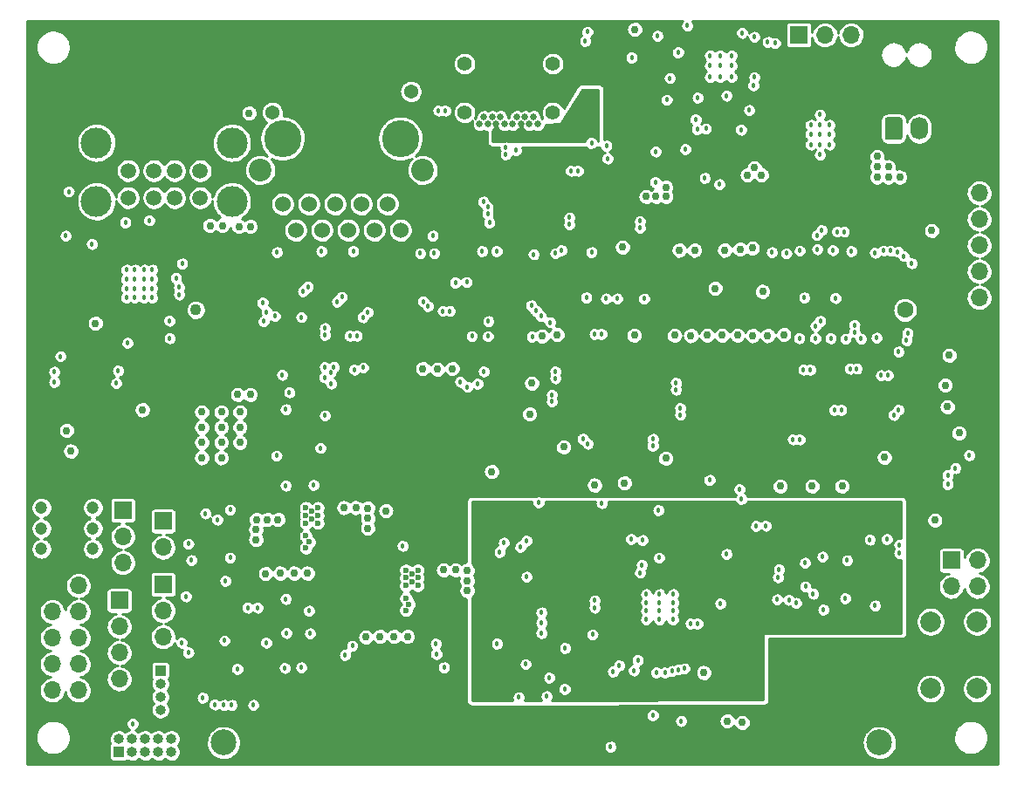
<source format=gbr>
%TF.GenerationSoftware,KiCad,Pcbnew,5.99.0-unknown-ad69e44~101~ubuntu18.04.1*%
%TF.CreationDate,2020-06-22T16:53:11+08:00*%
%TF.ProjectId,ovc4,6f766334-2e6b-4696-9361-645f70636258,rev?*%
%TF.SameCoordinates,Original*%
%TF.FileFunction,Copper,L3,Inr*%
%TF.FilePolarity,Positive*%
%FSLAX46Y46*%
G04 Gerber Fmt 4.6, Leading zero omitted, Abs format (unit mm)*
G04 Created by KiCad (PCBNEW 5.99.0-unknown-ad69e44~101~ubuntu18.04.1) date 2020-06-22 16:53:11*
%MOMM*%
%LPD*%
G01*
G04 APERTURE LIST*
%TA.AperFunction,ComponentPad*%
%ADD10C,2.500000*%
%TD*%
%TA.AperFunction,ComponentPad*%
%ADD11C,1.600000*%
%TD*%
%TA.AperFunction,ComponentPad*%
%ADD12C,1.100000*%
%TD*%
%TA.AperFunction,ComponentPad*%
%ADD13O,1.700000X1.700000*%
%TD*%
%TA.AperFunction,ComponentPad*%
%ADD14R,1.700000X1.700000*%
%TD*%
%TA.AperFunction,ComponentPad*%
%ADD15O,1.000000X1.000000*%
%TD*%
%TA.AperFunction,ComponentPad*%
%ADD16R,1.000000X1.000000*%
%TD*%
%TA.AperFunction,ComponentPad*%
%ADD17C,2.000000*%
%TD*%
%TA.AperFunction,ComponentPad*%
%ADD18C,1.200000*%
%TD*%
%TA.AperFunction,ComponentPad*%
%ADD19C,1.500000*%
%TD*%
%TA.AperFunction,ComponentPad*%
%ADD20C,3.000000*%
%TD*%
%TA.AperFunction,ComponentPad*%
%ADD21O,1.700000X2.200000*%
%TD*%
%TA.AperFunction,ComponentPad*%
%ADD22C,1.371600*%
%TD*%
%TA.AperFunction,ComponentPad*%
%ADD23C,2.200000*%
%TD*%
%TA.AperFunction,ComponentPad*%
%ADD24C,3.600000*%
%TD*%
%TA.AperFunction,ComponentPad*%
%ADD25C,1.524000*%
%TD*%
%TA.AperFunction,ComponentPad*%
%ADD26C,0.600000*%
%TD*%
%TA.AperFunction,ComponentPad*%
%ADD27C,0.650000*%
%TD*%
%TA.AperFunction,ComponentPad*%
%ADD28C,1.400000*%
%TD*%
%TA.AperFunction,ViaPad*%
%ADD29C,0.457200*%
%TD*%
%TA.AperFunction,ViaPad*%
%ADD30C,0.762000*%
%TD*%
%TA.AperFunction,Conductor*%
%ADD31C,0.254000*%
%TD*%
G04 APERTURE END LIST*
D10*
%TO.N,N/C*%
%TO.C,U1*%
X115125000Y-98500000D03*
X51525000Y-98500000D03*
D11*
X117625000Y-56500000D03*
D12*
X48825000Y-56500000D03*
%TD*%
D13*
%TO.N,/Interfaces/FAN_PWM_5V*%
%TO.C,J12*%
X41400000Y-92320000D03*
%TO.N,/Interfaces/FAN_TACH_5V*%
X41400000Y-89780000D03*
%TO.N,+5V*%
X41400000Y-87240000D03*
D14*
%TO.N,GND*%
X41400000Y-84700000D03*
%TD*%
D15*
%TO.N,/Interfaces/FAN_PWM_5V*%
%TO.C,J11*%
X45400000Y-95310000D03*
%TO.N,/Interfaces/FAN_TACH_5V*%
X45400000Y-94040000D03*
%TO.N,+5V*%
X45400000Y-92770000D03*
D16*
%TO.N,GND*%
X45400000Y-91500000D03*
%TD*%
D13*
%TO.N,GND*%
%TO.C,J9*%
X45650000Y-88230000D03*
%TO.N,/Power/MCU_nPWEN_5V*%
X45650000Y-85690000D03*
D14*
%TO.N,+5V*%
X45650000Y-83150000D03*
%TD*%
D13*
%TO.N,CAM1_SDA_1V8*%
%TO.C,J7*%
X124800000Y-55300000D03*
%TO.N,CAM1_SCL_1V8*%
X124800000Y-52760000D03*
%TO.N,CAM1_ENABLE*%
X124800000Y-50220000D03*
%TO.N,CAM1_TRIGGER*%
X124800000Y-47680000D03*
%TO.N,GND*%
X124800000Y-45140000D03*
D14*
%TO.N,+3V3*%
X124800000Y-42600000D03*
%TD*%
D13*
%TO.N,GND*%
%TO.C,J8*%
X37440000Y-93410000D03*
%TO.N,+1V8*%
X34900000Y-93410000D03*
%TO.N,/MCU/SWDCLK/MCU_GPIO5/FC6*%
X37440000Y-90870000D03*
%TO.N,/MCU/SWDIO/MCU_GPIO6/FC6*%
X34900000Y-90870000D03*
%TO.N,/MCU/MCU_GPIO3/FC6*%
X37440000Y-88330000D03*
%TO.N,/MCU/MCU_GPIO4/FC6*%
X34900000Y-88330000D03*
%TO.N,/MCU/MCU_GPIO1*%
X37440000Y-85790000D03*
%TO.N,/MCU/MCU_GPIO2*%
X34900000Y-85790000D03*
%TO.N,/MCU/MCU_GPIO0*%
X37440000Y-83250000D03*
D14*
%TO.N,+3V3*%
X34900000Y-83250000D03*
%TD*%
D13*
%TO.N,GND*%
%TO.C,J5*%
X124640000Y-83340000D03*
%TO.N,/MCU/ISP_USART_RXD*%
X122100000Y-83340000D03*
%TO.N,+1V8*%
X124640000Y-80800000D03*
D14*
%TO.N,/MCU/ISP_USART_TXD*%
X122100000Y-80800000D03*
%TD*%
D17*
%TO.N,/MCU/MCU_GPIO_BUTTON*%
%TO.C,SW2*%
X120100000Y-86750000D03*
%TO.N,GND*%
X124600000Y-86750000D03*
%TO.N,/MCU/MCU_GPIO_BUTTON*%
X120100000Y-93250000D03*
%TO.N,GND*%
X124600000Y-93250000D03*
%TD*%
D13*
%TO.N,GND*%
%TO.C,J1*%
X41750000Y-81030000D03*
%TO.N,DEBUG_UART_TXD*%
X41750000Y-78490000D03*
D14*
%TO.N,DEBUG_UART_RXD*%
X41750000Y-75950000D03*
%TD*%
D18*
%TO.N,GND*%
%TO.C,SW1*%
X33850000Y-79700000D03*
%TO.N,RST_BUTTON*%
X33850000Y-77700000D03*
%TO.N,Net-(SW1-Pad4)*%
X33850000Y-75700000D03*
%TO.N,Net-(SW1-Pad3)*%
X38850000Y-79700000D03*
%TO.N,/Power/MCU_nPWEN_5V*%
X38850000Y-77700000D03*
%TO.N,Net-(D6-Pad1)*%
X38850000Y-75700000D03*
%TD*%
D13*
%TO.N,GND*%
%TO.C,J6*%
X112380000Y-29800000D03*
%TO.N,USB_SCL*%
X109840000Y-29800000D03*
D14*
%TO.N,USB_SDA*%
X107300000Y-29800000D03*
%TD*%
D19*
%TO.N,/USB/VBUS_USER0*%
%TO.C,U18*%
X49260001Y-45607498D03*
%TO.N,/USB/USB2_USER0_D_N*%
X46760001Y-45607498D03*
%TO.N,/USB/USB2_USER0_D_P*%
X44760001Y-45607498D03*
%TO.N,GND*%
X42260001Y-45607498D03*
%TO.N,/USB/VBUS_USER1*%
X49260001Y-42987498D03*
%TO.N,/USB/USB2_USER1_D_P*%
X46760001Y-42987498D03*
%TO.N,/USB/USB2_USER1_D_N*%
X44760001Y-42987498D03*
%TO.N,GND*%
X42260001Y-42987498D03*
D20*
X52330001Y-45957498D03*
X39190001Y-45957498D03*
X39190001Y-40277498D03*
X52330001Y-40277498D03*
%TD*%
D21*
%TO.N,GND*%
%TO.C,J4*%
X119000000Y-38900000D03*
%TO.N,/Power/AUX_PWR*%
%TA.AperFunction,ComponentPad*%
G36*
G01*
X117100000Y-40000000D02*
X115900000Y-40000000D01*
G75*
G02*
X115650000Y-39750000I0J250000D01*
G01*
X115650000Y-38050000D01*
G75*
G02*
X115900000Y-37800000I250000J0D01*
G01*
X117100000Y-37800000D01*
G75*
G02*
X117350000Y-38050000I0J-250000D01*
G01*
X117350000Y-39750000D01*
G75*
G02*
X117100000Y-40000000I-250000J0D01*
G01*
G37*
%TD.AperFunction*%
%TD*%
D22*
%TO.N,Net-(R32-Pad1)*%
%TO.C,U21*%
X56235001Y-37327498D03*
%TO.N,+3V3*%
X56235001Y-35297498D03*
%TO.N,Net-(R33-Pad1)*%
X69685001Y-35297498D03*
%TO.N,+3V3*%
X69685001Y-37327498D03*
D23*
%TO.N,GND*%
X55085001Y-42917498D03*
X70835001Y-42917498D03*
D24*
X57245001Y-39867498D03*
X68675001Y-39867498D03*
D25*
%TO.N,GBE_MDI0_P*%
X57245001Y-46217498D03*
%TO.N,GBE_MDI0_N*%
X58515001Y-48757498D03*
%TO.N,GBE_MDI1_P*%
X59785001Y-46217498D03*
%TO.N,GBE_MDI1_N*%
X61055001Y-48757498D03*
%TO.N,Net-(C65-Pad1)*%
X62325001Y-46217498D03*
X63595001Y-48757498D03*
%TO.N,GBE_MDI2_P*%
X64865001Y-46217498D03*
%TO.N,GBE_MDI2_N*%
X66135001Y-48757498D03*
%TO.N,GBE_MDI3_P*%
X67405001Y-46217498D03*
%TO.N,GBE_MDI3_N*%
X68675001Y-48757498D03*
%TD*%
D26*
%TO.N,GND*%
%TO.C,U11*%
X69200000Y-83250000D03*
X69200000Y-82500000D03*
X69790000Y-82120000D03*
X69790000Y-82870000D03*
X70350000Y-83250000D03*
X70350000Y-81750000D03*
X70350000Y-82500000D03*
X69200000Y-81750000D03*
X69200000Y-84490000D03*
X69500000Y-85070000D03*
X69200000Y-85650000D03*
%TD*%
%TO.N,GND*%
%TO.C,U9*%
X59500000Y-77200000D03*
X59500000Y-76450000D03*
X60090000Y-76070000D03*
X60090000Y-76820000D03*
X60650000Y-77200000D03*
X60650000Y-75700000D03*
X60650000Y-76450000D03*
X59500000Y-75700000D03*
X59500000Y-78440000D03*
X59800000Y-79020000D03*
X59500000Y-79600000D03*
%TD*%
D13*
%TO.N,GND*%
%TO.C,J3*%
X45650000Y-79540000D03*
D14*
%TO.N,/Power/nFORCE_RECOVERY*%
X45650000Y-77000000D03*
%TD*%
D27*
%TO.N,GND*%
%TO.C,J2*%
X77160001Y-38477498D03*
X81160001Y-38477498D03*
%TO.N,/USB/CONN_RX1+*%
X81560001Y-37777498D03*
%TO.N,/USB/CONN_RX1-*%
X80760001Y-37777498D03*
%TO.N,/USB/CONN_SBU2*%
X79960001Y-37777498D03*
%TO.N,/USB/CONN_CC2*%
X78360001Y-37777498D03*
%TO.N,/USB/CONN_TX2-*%
X77560001Y-37777498D03*
%TO.N,/USB/CONN_TX2+*%
X76760001Y-37777498D03*
%TO.N,GND*%
X81960001Y-38477498D03*
%TO.N,/USB/CONN_VBUS*%
X80360001Y-38477498D03*
%TO.N,/USB/USB0_D_N*%
X79560001Y-38477498D03*
%TO.N,/USB/USB0_D_P*%
X78760001Y-38477498D03*
%TO.N,/USB/CONN_VBUS*%
X77960001Y-38477498D03*
%TO.N,GND*%
X76360001Y-38477498D03*
D28*
X83430001Y-32597498D03*
X74890001Y-32597498D03*
X74890001Y-37327498D03*
X83430001Y-37327498D03*
%TD*%
D15*
%TO.N,NX_MCU_nRST*%
%TO.C,MCU_SWD1*%
X46430000Y-98130000D03*
%TO.N,GND*%
X46430000Y-99400000D03*
%TO.N,Net-(MCU_SWD1-Pad8)*%
X45160000Y-98130000D03*
%TO.N,Net-(MCU_SWD1-Pad7)*%
X45160000Y-99400000D03*
%TO.N,Net-(MCU_SWD1-Pad6)*%
X43890000Y-98130000D03*
%TO.N,GND*%
X43890000Y-99400000D03*
%TO.N,/MCU/SWDCLK/MCU_GPIO5/FC6*%
X42620000Y-98130000D03*
%TO.N,GND*%
X42620000Y-99400000D03*
%TO.N,/MCU/SWDIO/MCU_GPIO6/FC6*%
X41350000Y-98130000D03*
D16*
%TO.N,+1V8*%
X41350000Y-99400000D03*
%TD*%
D29*
%TO.N,CAM4_SDA_1V8*%
X82075000Y-75175000D03*
%TO.N,CAM4_TRIGGER*%
X92150000Y-78850000D03*
%TO.N,CAM4_ENABLE*%
X91050000Y-78750000D03*
%TO.N,+1V8*%
X87250000Y-75250000D03*
%TO.N,GND*%
X88200000Y-75250000D03*
%TO.N,+3V3*%
X42700000Y-58700000D03*
%TO.N,GND*%
X46300000Y-59250000D03*
X46250000Y-57550000D03*
D30*
X43650000Y-66200000D03*
%TO.N,+5V*%
X93450000Y-45500000D03*
X49400000Y-70850000D03*
X51300000Y-70850000D03*
%TO.N,+1V8*%
X76950000Y-87750000D03*
X76000000Y-87100000D03*
D29*
%TO.N,CAM0_CLK+*%
X116516513Y-66683487D03*
%TO.N,CAM0_CLK-*%
X116983487Y-66216513D03*
%TO.N,CAM0_DAT0-*%
X115930200Y-62850000D03*
%TO.N,CAM0_DAT0+*%
X115269800Y-62850000D03*
%TO.N,CAM0_DAT1+*%
X112269800Y-62200000D03*
%TO.N,CAM0_DAT1-*%
X112930200Y-62200000D03*
%TO.N,GND*%
X110600000Y-50700000D03*
X107400000Y-50750000D03*
X107850000Y-55300000D03*
X110850000Y-55350000D03*
X114700000Y-50950000D03*
X116900000Y-50850000D03*
%TO.N,CAM1_DAT1+*%
X109389241Y-57587114D03*
%TO.N,CAM1_DAT1-*%
X108922267Y-58054088D03*
%TO.N,CAM1_CLK+*%
X112700000Y-57969800D03*
%TO.N,CAM1_CLK-*%
X112700000Y-58630200D03*
%TO.N,CAM1_DAT0+*%
X115519800Y-50750000D03*
%TO.N,CAM1_DAT0-*%
X116180200Y-50750000D03*
%TO.N,GND*%
X98650000Y-73000000D03*
%TO.N,CAM3_CLK+*%
X109066513Y-49233487D03*
%TO.N,CAM3_CLK-*%
X109533487Y-48766513D03*
%TO.N,CAM3_DAT1+*%
X91900000Y-48530200D03*
%TO.N,CAM3_DAT1-*%
X91900000Y-47869800D03*
%TO.N,CAM4_DAT1+*%
X95800000Y-66019800D03*
%TO.N,CAM4_DAT1-*%
X95800000Y-66680200D03*
%TO.N,MCU_USB1_D_P*%
X87519800Y-58850000D03*
%TO.N,MCU_USB1_D_N*%
X88180200Y-58850000D03*
%TO.N,CAM5_CLK-*%
X95400000Y-64230200D03*
%TO.N,CAM5_CLK+*%
X95400000Y-63569800D03*
%TO.N,CAM5_DAT1+*%
X83700000Y-62469800D03*
%TO.N,CAM5_DAT1-*%
X83700000Y-63130200D03*
%TO.N,GND*%
X88750000Y-41800000D03*
D30*
%TO.N,/USB/CONN_VBUS*%
X87350000Y-39050000D03*
X87350000Y-37850000D03*
X87400000Y-36600000D03*
D29*
%TO.N,/USB/CONN_CC2*%
X87200000Y-40300000D03*
%TO.N,/USB/ABSIDE*%
X88650000Y-40550000D03*
D30*
%TO.N,/Power/VAUX*%
X102300000Y-43400000D03*
D29*
%TO.N,GND*%
X98200000Y-43700000D03*
%TO.N,+1V8*%
X83350000Y-77500000D03*
X100750000Y-77050000D03*
X98800000Y-75350000D03*
X104500000Y-75800000D03*
%TO.N,CAM2_SDA_1V8*%
X101550000Y-73900000D03*
%TO.N,CAM2_SCL_1V8*%
X101750000Y-74850000D03*
%TO.N,GND*%
X93700000Y-75950000D03*
%TO.N,+1V8*%
X95550000Y-75300000D03*
X105900000Y-77400000D03*
X113100000Y-80450000D03*
%TO.N,/MCU/IMU_MISO*%
X104100000Y-77450000D03*
%TO.N,+1V8*%
X80050000Y-83550000D03*
X116700000Y-87050000D03*
D30*
%TO.N,+3V3*%
X77900000Y-70250000D03*
%TO.N,+1V8*%
X102700000Y-92800000D03*
X101200000Y-92800000D03*
%TO.N,GND*%
X101800000Y-96550000D03*
D29*
%TO.N,/MCU/MCU_GPIO4/FC6*%
X49500000Y-94150000D03*
D30*
%TO.N,+1V8*%
X78550000Y-93750000D03*
D29*
%TO.N,/MCU/MCU_GPIO3/FC6*%
X50650000Y-94800000D03*
%TO.N,/MCU/MCU_GPIO2*%
X51550000Y-94850000D03*
%TO.N,/MCU/MCU_GPIO1*%
X52300000Y-94850000D03*
%TO.N,/MCU/SWDIO/MCU_GPIO6/FC6*%
X42700000Y-96650000D03*
%TO.N,+5V*%
X47850000Y-84300000D03*
%TO.N,GND*%
X57450000Y-91250000D03*
%TO.N,/Interfaces/FAN_PWM_5V*%
X55650000Y-88800000D03*
%TO.N,GND*%
X57550000Y-84550000D03*
%TO.N,+5V*%
X59800000Y-85700000D03*
%TO.N,/Interfaces/FAN_TACH_5V*%
X59900000Y-87900000D03*
%TO.N,/Interfaces/FAN_PWM*%
X57600000Y-87850000D03*
%TO.N,/Interfaces/FAN_TACH*%
X63300000Y-90000000D03*
%TO.N,+1V8*%
X59050000Y-91200000D03*
%TO.N,/Interfaces/FAN_PWM*%
X56650000Y-70650000D03*
%TO.N,/Power/nFORCE_RECOVERY*%
X61350000Y-66750000D03*
%TO.N,/Interfaces/FAN_TACH*%
X59050000Y-57200000D03*
%TO.N,FRAME_TRIGGER*%
X62213637Y-62027271D03*
%TO.N,NX_MCU_GPIO*%
X61900000Y-62550000D03*
%TO.N,NX_MCU_nRST*%
X61300000Y-63050000D03*
%TO.N,/Power/nFORCE_RECOVERY*%
X61350000Y-62050000D03*
%TO.N,/MCU/MCU_GPIO0*%
X48100000Y-89750000D03*
%TO.N,/MCU/MCU_GPIO1*%
X47450000Y-88800000D03*
%TO.N,GND*%
X84600000Y-93300000D03*
%TO.N,+1V8*%
X83700000Y-91550000D03*
%TO.N,GND*%
X72900000Y-91200000D03*
D30*
X121700000Y-65900000D03*
X122850000Y-68450000D03*
D29*
%TO.N,CAM0_ENABLE*%
X123850000Y-70600000D03*
%TO.N,CAM0_TRIGGER*%
X122500000Y-71850000D03*
%TO.N,CAM0_SCL_1V8*%
X121750000Y-72550000D03*
%TO.N,CAM0_SDA_1V8*%
X121750000Y-73400000D03*
D30*
%TO.N,+5V*%
X51300000Y-69350000D03*
X53100000Y-69350000D03*
X49400000Y-69350000D03*
D29*
%TO.N,/MCU/MCU_GPIO0*%
X94350000Y-91700000D03*
X54400000Y-94850000D03*
%TO.N,+3V3*%
X94000000Y-95500000D03*
%TO.N,GND*%
X93150000Y-95850000D03*
%TO.N,/USB/CONN_TX2+*%
X73030200Y-37150000D03*
%TO.N,/USB/CONN_TX2-*%
X72369800Y-37150000D03*
%TO.N,/Power/NX_nSHUTDOWN_REQ*%
X64000000Y-89100000D03*
D30*
%TO.N,GND*%
X67250000Y-76000000D03*
D29*
X38750000Y-50100000D03*
%TO.N,VBUS*%
X97455283Y-38955283D03*
%TO.N,/USB/CONN_CC1*%
X97300000Y-38000000D03*
D30*
%TO.N,/Power/VAUX*%
X116000000Y-43600000D03*
X114900000Y-43600000D03*
X116000000Y-42600000D03*
X117100000Y-43600000D03*
X114900000Y-42600000D03*
X114900000Y-41600000D03*
%TO.N,+5V*%
X51400000Y-48300000D03*
X50200000Y-48300000D03*
D29*
X48400000Y-80800000D03*
%TO.N,GND*%
X51700000Y-82800000D03*
X51600000Y-88600000D03*
%TO.N,/Power/BATT*%
X57550000Y-66150000D03*
X55700000Y-56700000D03*
%TO.N,/Power/POWER_EN*%
X55300000Y-55800000D03*
%TO.N,Net-(R32-Pad1)*%
X57200000Y-62800000D03*
%TO.N,/Power/NX_nSHUTDOWN_REQ*%
X56500000Y-57100000D03*
%TO.N,nSYS_RESET*%
X55400000Y-57600000D03*
%TO.N,/MCU/MCU_GPIO1*%
X95000000Y-91550000D03*
%TO.N,/MCU/MCU_GPIO2*%
X95598693Y-91400217D03*
%TO.N,/MCU/MCU_GPIO3/FC6*%
X96200000Y-91300000D03*
%TO.N,+1V8*%
X83700000Y-88650000D03*
%TO.N,MCU_nPWEN*%
X80815103Y-90884897D03*
%TO.N,/MCU/MCU_GPIO4/FC6*%
X84650000Y-89312598D03*
%TO.N,GND*%
X71950000Y-51000000D03*
X74000000Y-53850000D03*
X117000000Y-60550000D03*
X114850000Y-59200000D03*
X113350000Y-59300000D03*
X111850000Y-59300000D03*
X110400000Y-59250000D03*
X108900000Y-59250000D03*
X107350000Y-59250000D03*
D30*
X105850000Y-58900000D03*
X104300000Y-59000000D03*
X102850000Y-59000000D03*
X101350000Y-58950000D03*
X99850000Y-58950000D03*
X98400000Y-58950000D03*
X96850000Y-59000000D03*
X95250000Y-58950000D03*
X91350000Y-58950000D03*
X83850000Y-58900000D03*
X82400000Y-59050000D03*
D29*
X81450000Y-59100000D03*
X77150000Y-59050000D03*
X75600000Y-59050000D03*
D30*
X73700000Y-62200000D03*
X72250000Y-62250000D03*
X70850000Y-62200000D03*
D29*
X65050000Y-62100000D03*
%TO.N,GBE_MDI3_P*%
X63769800Y-59000000D03*
%TO.N,GBE_MDI3_N*%
X64430200Y-59000000D03*
%TO.N,/USB/USBSS_TX_P*%
X73430200Y-56600000D03*
%TO.N,/USB/USBSS_TX_N*%
X72769800Y-56600000D03*
%TO.N,CAM2_DAT1+*%
X107769800Y-62300000D03*
%TO.N,CAM2_DAT1-*%
X108430200Y-62300000D03*
%TO.N,CAM2_DAT0+*%
X110769800Y-66215860D03*
%TO.N,CAM2_DAT0-*%
X111430200Y-66215860D03*
%TO.N,+1V8*%
X116200000Y-81200000D03*
%TO.N,/MCU/ISP_USART_TXD*%
X115850000Y-78750000D03*
%TO.N,/MCU/ISP_USART_RXD*%
X114200000Y-78800000D03*
%TO.N,+3V3*%
X88800000Y-73400000D03*
%TO.N,+1V8*%
X91500000Y-75400000D03*
%TO.N,+5V*%
X54800000Y-85400000D03*
%TO.N,GND*%
X53850000Y-85400000D03*
X52850000Y-91350000D03*
%TO.N,+5V*%
X52150000Y-80550000D03*
X48100000Y-79200000D03*
%TO.N,GND*%
X50900000Y-76850000D03*
X52150000Y-75900000D03*
%TO.N,/Power/POWER_EN*%
X49750000Y-76250000D03*
D30*
%TO.N,GND*%
X65500000Y-76737500D03*
X65500000Y-77687500D03*
X65500000Y-75737500D03*
X63200000Y-75687500D03*
X64350000Y-75687500D03*
D29*
X68900000Y-79400000D03*
D30*
%TO.N,+1V8*%
X76000000Y-85600000D03*
X76900000Y-86300000D03*
X76900000Y-84850000D03*
%TO.N,GND*%
X65300000Y-88250000D03*
X68050000Y-88200000D03*
X66700000Y-88200000D03*
X69350000Y-88200000D03*
%TO.N,+3V3*%
X62850000Y-84600000D03*
X61300000Y-84600000D03*
X61300000Y-83300000D03*
X62850000Y-83300000D03*
X62850000Y-81900000D03*
X61300000Y-81900000D03*
%TO.N,+5V*%
X54700000Y-76850000D03*
%TO.N,GND*%
X75150000Y-83737500D03*
X75150000Y-82787500D03*
X75150000Y-81787500D03*
X74000000Y-81737500D03*
X72850000Y-81737500D03*
X59650000Y-82050000D03*
X58350000Y-82050000D03*
X57000000Y-82050000D03*
X55600000Y-82100000D03*
%TO.N,+5V*%
X54650000Y-77800000D03*
X55750000Y-76850000D03*
X56800000Y-76850000D03*
X54650000Y-78800000D03*
D29*
%TO.N,+3V3*%
X71900000Y-80737500D03*
%TO.N,GND*%
X60250000Y-73500000D03*
%TO.N,+5V*%
X57550000Y-73550000D03*
%TO.N,nSYS_RESET*%
X60900000Y-69900000D03*
%TO.N,GND*%
X78050000Y-88900000D03*
X72100000Y-88900000D03*
%TO.N,+5V*%
X72150000Y-89900000D03*
%TO.N,+1V8*%
X78050000Y-89750000D03*
%TO.N,+5V*%
X80150000Y-94100000D03*
%TO.N,GND*%
X82850000Y-94000000D03*
%TO.N,/MCU/IMU_MOSI*%
X107900001Y-81042498D03*
%TO.N,IMU_INT1*%
X107950000Y-83347398D03*
%TO.N,Net-(R14-Pad2)*%
X83100000Y-92200000D03*
%TO.N,GND*%
X35100000Y-62500000D03*
%TO.N,+5V*%
X35100000Y-63500000D03*
D30*
%TO.N,+3V3*%
X121800000Y-74500000D03*
%TO.N,GND*%
X121900000Y-60900000D03*
X120500000Y-76900000D03*
D29*
%TO.N,/USB/CONN_CC1*%
X79900000Y-41000000D03*
%TO.N,/USB/USB0_D_N*%
X78891921Y-40743539D03*
%TO.N,/USB/USB0_D_P*%
X78900000Y-41400000D03*
%TO.N,CAM4_DAT0-*%
X93150000Y-69680200D03*
%TO.N,CAM4_DAT0+*%
X93150000Y-69019800D03*
%TO.N,+3V3*%
X102800000Y-29200000D03*
%TO.N,USB_SCL*%
X105000000Y-30600000D03*
%TO.N,USB_SDA*%
X104300000Y-30500000D03*
D30*
%TO.N,+5V*%
X53100000Y-66400000D03*
X53100000Y-67900000D03*
X49400000Y-66400000D03*
X51300000Y-66400000D03*
X51300000Y-67900000D03*
X49400000Y-67900000D03*
D29*
%TO.N,Net-(R33-Pad1)*%
X57900000Y-64500000D03*
%TO.N,NX_MCU_BOOT*%
X61950000Y-63650000D03*
%TO.N,NX_MCU_nRST*%
X89900000Y-91000000D03*
%TO.N,IMU_INT1*%
X64200000Y-62300000D03*
%TO.N,/MCU/SWDCLK/MCU_GPIO5/FC6*%
X87500000Y-85400000D03*
%TO.N,/MCU/SWDIO/MCU_GPIO6/FC6*%
X87500000Y-84700000D03*
%TO.N,MCU_nPWEN*%
X89300000Y-91600000D03*
%TO.N,CAM5_SCL_1V8*%
X80900000Y-82400000D03*
X80900000Y-78900000D03*
%TO.N,FRAME_TRIGGER*%
X80300000Y-79500000D03*
%TO.N,NX_MCU_GPIO*%
X78700000Y-79100000D03*
%TO.N,NX_MCU_BOOT*%
X78300000Y-80000000D03*
D30*
%TO.N,GND*%
X54100000Y-64700000D03*
X52900000Y-64700000D03*
X53000000Y-48400000D03*
X54100000Y-48400000D03*
D29*
%TO.N,Net-(R14-Pad2)*%
X93500000Y-91700000D03*
D30*
%TO.N,/USB/CONN_VBUS*%
X87400000Y-35400000D03*
D29*
%TO.N,GND*%
X91300000Y-91500000D03*
%TO.N,+1V8*%
X83600000Y-93200000D03*
%TO.N,IMU_INT1*%
X91900000Y-82000000D03*
D30*
%TO.N,+5V*%
X94400000Y-45500000D03*
X92500000Y-45500000D03*
X94400000Y-44600000D03*
%TO.N,/Power/VAUX*%
X103700000Y-43400000D03*
X103000000Y-42700000D03*
D29*
%TO.N,GND*%
X91100000Y-32000000D03*
D30*
X91400000Y-29265000D03*
D29*
X86800000Y-29500000D03*
%TO.N,VBUS*%
X103000000Y-30000000D03*
%TO.N,/USB/ABSIDE*%
X96500000Y-28900000D03*
%TO.N,+3V3*%
X97000000Y-29600000D03*
%TO.N,/USB/GATES*%
X101800000Y-29600000D03*
%TO.N,GND*%
X87300000Y-88000000D03*
%TO.N,+1V8*%
X83800000Y-85132600D03*
%TO.N,/MCU/IMU_CS*%
X112000000Y-80800000D03*
X91700000Y-90500000D03*
D30*
%TO.N,GND*%
X84500000Y-69800000D03*
D29*
X105200000Y-84600000D03*
%TO.N,+1V8*%
X103404383Y-84312598D03*
%TO.N,CAM0_TRIGGER*%
X107050000Y-84950000D03*
%TO.N,CAM0_ENABLE*%
X106350000Y-84650000D03*
%TO.N,CAM2_ENABLE*%
X100300000Y-80200000D03*
%TO.N,CAM2_TRIGGER*%
X99700000Y-85000000D03*
%TO.N,CAM4_SCL_1V8*%
X93750000Y-80550000D03*
%TO.N,CAM4_SDA_1V8*%
X92100000Y-81250000D03*
%TO.N,MCU_USB1_D_N*%
X97480200Y-86950000D03*
%TO.N,MCU_USB1_D_P*%
X96819800Y-86950000D03*
%TO.N,/MCU/IMU_CLK*%
X108700000Y-84050000D03*
X109600000Y-80450000D03*
%TO.N,CAM0_SDA_1V8*%
X117050000Y-80100000D03*
%TO.N,CAM0_SCL_1V8*%
X117050000Y-79300000D03*
%TO.N,/USB/USB2_D_N*%
X61350000Y-58930200D03*
%TO.N,/USB/USB2_D_P*%
X61350000Y-58269800D03*
D30*
%TO.N,GND*%
X54000000Y-37400000D03*
X98100000Y-91700000D03*
D29*
X105300000Y-82450000D03*
%TO.N,+1V8*%
X102750000Y-82350000D03*
%TO.N,GND*%
X95100000Y-86550000D03*
X93800000Y-86550000D03*
X92500000Y-86550000D03*
X95100000Y-85700000D03*
X93800000Y-85700000D03*
X92500000Y-85700000D03*
X95100000Y-84900000D03*
X93800000Y-84900000D03*
X92500000Y-84900000D03*
X95100000Y-84100000D03*
X93800000Y-84100000D03*
X92500000Y-84100000D03*
%TO.N,+1V8*%
X96850000Y-91750000D03*
D30*
%TO.N,GND*%
X100350000Y-96400000D03*
D29*
X95900000Y-96400000D03*
%TO.N,CAM4_CLK+*%
X86366513Y-69016513D03*
%TO.N,CAM4_CLK-*%
X86833487Y-69483487D03*
%TO.N,CAM3_SDA_1V8*%
X83200000Y-57700000D03*
%TO.N,CAM3_SCL_1V8*%
X82300000Y-57100000D03*
%TO.N,CAM3_TRIGGER*%
X81800000Y-56550000D03*
%TO.N,CAM3_ENABLE*%
X81360001Y-56067498D03*
%TO.N,GND*%
X35700000Y-61000000D03*
D30*
X39100000Y-57800000D03*
X36300000Y-68200000D03*
D29*
X36200000Y-49300000D03*
%TO.N,/USB/HUB_nOVR1*%
X47200000Y-55000000D03*
X41100000Y-63600000D03*
%TO.N,/USB/HUB_nOVR0*%
X47200000Y-54300000D03*
X41300000Y-62400000D03*
%TO.N,GND*%
X109367498Y-37539999D03*
X109367498Y-41439999D03*
X109367498Y-40439999D03*
X110267498Y-40439999D03*
X108467498Y-40439999D03*
X109367498Y-39439999D03*
X110267498Y-39439999D03*
X108467498Y-39439999D03*
X108467498Y-38539999D03*
X109367498Y-38539999D03*
X110267498Y-38539999D03*
X97500000Y-35900000D03*
%TO.N,Net-(C1-Pad1)*%
X93600000Y-29900000D03*
X86600000Y-30400000D03*
%TO.N,GND*%
X71800000Y-49300000D03*
X76700000Y-46000000D03*
%TO.N,+3V3*%
X79100000Y-48500000D03*
%TO.N,GND*%
X77300000Y-48000000D03*
X94800000Y-34000000D03*
X95600000Y-31500000D03*
%TO.N,+3V3*%
X96800000Y-33200000D03*
%TO.N,GND*%
X100800000Y-33900000D03*
X99700000Y-33900000D03*
X98700000Y-33900000D03*
X100800000Y-32800000D03*
X99700000Y-32800000D03*
X98700000Y-32800000D03*
X98700000Y-31800000D03*
X99700000Y-31800000D03*
X100800000Y-31800000D03*
X93415000Y-41115000D03*
X93400000Y-44100000D03*
X96300000Y-40900000D03*
X99600000Y-44300000D03*
X101700000Y-39000000D03*
X98300000Y-38900000D03*
X102500000Y-37100000D03*
%TO.N,/USB/GATES*%
X94500000Y-36100000D03*
D30*
%TO.N,GND*%
X36700000Y-70200000D03*
D29*
%TO.N,/USB/CONN_CC2*%
X100300000Y-35700000D03*
%TO.N,USB_SCL*%
X102900000Y-34700000D03*
%TO.N,USB_SDA*%
X103000000Y-33900000D03*
%TO.N,+3V3*%
X46600000Y-61200000D03*
%TO.N,/USB/HUB_nPWR*%
X46900000Y-53400000D03*
%TO.N,GND*%
X44600000Y-54400000D03*
X44600000Y-52600000D03*
X44600000Y-53500000D03*
X44600000Y-55300000D03*
X43800000Y-54400000D03*
X43800000Y-52600000D03*
X43800000Y-53500000D03*
X43800000Y-55300000D03*
X42900000Y-54400000D03*
X42900000Y-52600000D03*
X42900000Y-53500000D03*
X42900000Y-55300000D03*
X42100000Y-53500000D03*
X42100000Y-54400000D03*
X42100000Y-55300000D03*
X42100000Y-52600000D03*
%TO.N,+3V3*%
X39700000Y-55200000D03*
X39700000Y-52984898D03*
%TO.N,GND*%
X42000000Y-48000000D03*
%TO.N,+3V3*%
X42000000Y-49100000D03*
%TO.N,GND*%
X47500000Y-52000000D03*
%TO.N,+3V3*%
X46800000Y-51900000D03*
X45600000Y-56800000D03*
%TO.N,/USB/HUB_nPWR*%
X42200000Y-59700000D03*
%TO.N,GND*%
X44300000Y-47800000D03*
X36500000Y-45000000D03*
%TO.N,CAM2_CLK-*%
X107390201Y-69067498D03*
%TO.N,GND*%
X112400000Y-50800000D03*
%TO.N,CAM3_DAT0+*%
X111019800Y-48900000D03*
%TO.N,CAM3_DAT0-*%
X111680200Y-48900000D03*
%TO.N,/MCU/IMU_MISO*%
X105400000Y-81700000D03*
%TO.N,GND*%
X114700000Y-85200000D03*
%TO.N,+1V8*%
X114700000Y-82600000D03*
%TO.N,GND*%
X111800000Y-84500000D03*
%TO.N,+1V8*%
X110700000Y-85600000D03*
%TO.N,GND*%
X109700000Y-85600000D03*
%TO.N,/USB/USB2_D_P*%
X70866513Y-55666513D03*
%TO.N,/USB/USB2_D_N*%
X71333487Y-56133487D03*
%TO.N,GND*%
X83700000Y-51000000D03*
X78000000Y-50800000D03*
D30*
%TO.N,+3V3*%
X98000000Y-55600000D03*
D29*
%TO.N,GND*%
X56700000Y-50900000D03*
X61000000Y-50800000D03*
X64100000Y-50800000D03*
X70600000Y-51000000D03*
X75100000Y-53800000D03*
D30*
%TO.N,+3V3*%
X79200000Y-50700000D03*
D29*
%TO.N,GND*%
X76600000Y-50800000D03*
X81600000Y-51100000D03*
X84300000Y-50700000D03*
X86700000Y-55300000D03*
X92300000Y-55400000D03*
X89700000Y-55400000D03*
X88600000Y-55400000D03*
X87200000Y-50900000D03*
D30*
X90200000Y-50400000D03*
X95700000Y-50700000D03*
X97200000Y-50700000D03*
X99200000Y-54400000D03*
X100100000Y-50700000D03*
X101600000Y-50600000D03*
X102800000Y-50500000D03*
X103800000Y-54700000D03*
D29*
X104700000Y-50900000D03*
X106100000Y-51000000D03*
X109100000Y-50600000D03*
X77200000Y-57600000D03*
D30*
X81400000Y-63600000D03*
X81200000Y-66600000D03*
X77500000Y-72200000D03*
X87500000Y-73500000D03*
X90400000Y-73300000D03*
X94400000Y-70900000D03*
%TO.N,+3V3*%
X99700000Y-70800000D03*
%TO.N,GND*%
X105500000Y-73600000D03*
X108600000Y-73600000D03*
X111500000Y-73600000D03*
X115600000Y-70800000D03*
X121500000Y-63800000D03*
%TO.N,+3V3*%
X119300000Y-55400000D03*
%TO.N,GND*%
X120200000Y-48800000D03*
D29*
%TO.N,CAM1_SDA_1V8*%
X118260001Y-51967498D03*
%TO.N,CAM1_SCL_1V8*%
X117460001Y-51267498D03*
%TO.N,CAM1_TRIGGER*%
X117860001Y-58767498D03*
%TO.N,CAM1_ENABLE*%
X117760001Y-59467498D03*
%TO.N,CAM5_SCL_1V8*%
X75160001Y-63967498D03*
%TO.N,CAM5_SDA_1V8*%
X74460001Y-63467498D03*
%TO.N,CAM5_ENABLE*%
X76760001Y-62467498D03*
%TO.N,CAM5_TRIGGER*%
X76160001Y-63667498D03*
%TO.N,CAM5_DAT0-*%
X83360001Y-65397698D03*
%TO.N,CAM5_DAT0+*%
X83360001Y-64737298D03*
%TO.N,GND*%
X82360001Y-87867498D03*
X82360001Y-86867498D03*
X82360001Y-85867498D03*
%TO.N,+1V8*%
X103960001Y-79267498D03*
%TO.N,GND*%
X103160001Y-77467498D03*
X89060001Y-98904998D03*
%TO.N,/USB/CONN_RX1+*%
X85204801Y-42992498D03*
%TO.N,/USB/CONN_RX1-*%
X85865201Y-42992498D03*
%TO.N,/USB/USBSS_TX_P*%
X77135001Y-47172698D03*
%TO.N,/USB/USBSS_TX_N*%
X77135001Y-46512298D03*
%TO.N,GBE_MDI2_P*%
X65026514Y-57200985D03*
%TO.N,GBE_MDI2_N*%
X65493488Y-56734011D03*
%TO.N,CAM2_CLK+*%
X106729801Y-69067498D03*
%TO.N,/USB/USB0_D_P*%
X85060001Y-48197698D03*
%TO.N,/USB/USB0_D_N*%
X85060001Y-47537298D03*
%TO.N,GBE_MDI0_P*%
X59226514Y-54700985D03*
%TO.N,GBE_MDI0_N*%
X59693488Y-54234011D03*
%TO.N,GBE_MDI1_P*%
X62526514Y-55700985D03*
%TO.N,GBE_MDI1_N*%
X62993488Y-55234011D03*
%TD*%
%TO.N,+3V3*%
G36*
X95981226Y-28477770D02*
G01*
X95968331Y-28494127D01*
X95872427Y-28668574D01*
X95865526Y-28688227D01*
X95831300Y-28884333D01*
X95831136Y-28905161D01*
X95862277Y-29101782D01*
X95868869Y-29121540D01*
X95962021Y-29297472D01*
X95974657Y-29314030D01*
X96119774Y-29450303D01*
X96137092Y-29461875D01*
X96318526Y-29543795D01*
X96338659Y-29549134D01*
X96536847Y-29567869D01*
X96557624Y-29566398D01*
X96751195Y-29519925D01*
X96770375Y-29511804D01*
X96938456Y-29405136D01*
X96953972Y-29391239D01*
X97078439Y-29235878D01*
X97088616Y-29217705D01*
X97156134Y-29030168D01*
X97159883Y-29009173D01*
X97161517Y-28801205D01*
X97158098Y-28780154D01*
X97093534Y-28591580D01*
X97083644Y-28573250D01*
X96973149Y-28430800D01*
X126569200Y-28430800D01*
X126569201Y-100569200D01*
X32430800Y-100569200D01*
X32430800Y-97987407D01*
X33314182Y-97987407D01*
X33332340Y-98247091D01*
X33333853Y-98257099D01*
X33393298Y-98510540D01*
X33396392Y-98520177D01*
X33495592Y-98760855D01*
X33500187Y-98769873D01*
X33636591Y-98991594D01*
X33642569Y-98999761D01*
X33812666Y-99196822D01*
X33819873Y-99203929D01*
X34019290Y-99371259D01*
X34027540Y-99377122D01*
X34251144Y-99510416D01*
X34260225Y-99514885D01*
X34502264Y-99610715D01*
X34511943Y-99613674D01*
X34766189Y-99669573D01*
X34776217Y-99670947D01*
X35036130Y-99685478D01*
X35046248Y-99685231D01*
X35305141Y-99658021D01*
X35315090Y-99656159D01*
X35566303Y-99587905D01*
X35575825Y-99584477D01*
X35812894Y-99476939D01*
X35821746Y-99472032D01*
X36038572Y-99327972D01*
X36046525Y-99321713D01*
X36237530Y-99144842D01*
X36244381Y-99137391D01*
X36404649Y-98932258D01*
X36410221Y-98923808D01*
X36426712Y-98893810D01*
X40413229Y-98893810D01*
X40413229Y-99906190D01*
X40414442Y-99918510D01*
X40441727Y-100055680D01*
X40451225Y-100078611D01*
X40532382Y-100200068D01*
X40549932Y-100217618D01*
X40671389Y-100298775D01*
X40694320Y-100308273D01*
X40831490Y-100335558D01*
X40843810Y-100336771D01*
X41856190Y-100336771D01*
X41868510Y-100335558D01*
X42005680Y-100308273D01*
X42028611Y-100298775D01*
X42150068Y-100217618D01*
X42158130Y-100209556D01*
X42287171Y-100274739D01*
X42300376Y-100279650D01*
X42489240Y-100326739D01*
X42503205Y-100328603D01*
X42697807Y-100332679D01*
X42711838Y-100331402D01*
X42902507Y-100292263D01*
X42915906Y-100287909D01*
X43093165Y-100207501D01*
X43105267Y-100200287D01*
X43257438Y-100084783D01*
X43371645Y-100179264D01*
X43383435Y-100186979D01*
X43557171Y-100274739D01*
X43570376Y-100279650D01*
X43759240Y-100326739D01*
X43773205Y-100328603D01*
X43967807Y-100332679D01*
X43981838Y-100331402D01*
X44172507Y-100292263D01*
X44185906Y-100287909D01*
X44363165Y-100207501D01*
X44375267Y-100200287D01*
X44527438Y-100084783D01*
X44641645Y-100179264D01*
X44653435Y-100186979D01*
X44827171Y-100274739D01*
X44840376Y-100279650D01*
X45029240Y-100326739D01*
X45043205Y-100328603D01*
X45237807Y-100332679D01*
X45251838Y-100331402D01*
X45442507Y-100292263D01*
X45455906Y-100287909D01*
X45633165Y-100207501D01*
X45645267Y-100200287D01*
X45797438Y-100084783D01*
X45911645Y-100179264D01*
X45923435Y-100186979D01*
X46097171Y-100274739D01*
X46110376Y-100279650D01*
X46299240Y-100326739D01*
X46313205Y-100328603D01*
X46507807Y-100332679D01*
X46521838Y-100331402D01*
X46712507Y-100292263D01*
X46725906Y-100287909D01*
X46903165Y-100207501D01*
X46915267Y-100200287D01*
X47070308Y-100082605D01*
X47080511Y-100072889D01*
X47205626Y-99923782D01*
X47213422Y-99912047D01*
X47302394Y-99738927D01*
X47307398Y-99725756D01*
X47355913Y-99536799D01*
X47357893Y-99521959D01*
X47360937Y-99303996D01*
X47359372Y-99289107D01*
X47316151Y-99098869D01*
X47311518Y-99085564D01*
X47227414Y-98910027D01*
X47219948Y-98898079D01*
X47113418Y-98763671D01*
X47205626Y-98653782D01*
X47213422Y-98642047D01*
X47292896Y-98487407D01*
X49839182Y-98487407D01*
X49857340Y-98747091D01*
X49858853Y-98757099D01*
X49918298Y-99010540D01*
X49921392Y-99020177D01*
X50020592Y-99260855D01*
X50025187Y-99269873D01*
X50161591Y-99491594D01*
X50167569Y-99499761D01*
X50337666Y-99696822D01*
X50344873Y-99703929D01*
X50544290Y-99871259D01*
X50552540Y-99877122D01*
X50776144Y-100010416D01*
X50785225Y-100014885D01*
X51027264Y-100110715D01*
X51036943Y-100113674D01*
X51291189Y-100169573D01*
X51301217Y-100170947D01*
X51561130Y-100185478D01*
X51571248Y-100185231D01*
X51830141Y-100158021D01*
X51840090Y-100156159D01*
X52091303Y-100087905D01*
X52100825Y-100084477D01*
X52337894Y-99976939D01*
X52346746Y-99972032D01*
X52563572Y-99827972D01*
X52571525Y-99821713D01*
X52762530Y-99644842D01*
X52769381Y-99637391D01*
X52929649Y-99432258D01*
X52935221Y-99423808D01*
X53060631Y-99195688D01*
X53064780Y-99186456D01*
X53152104Y-98941220D01*
X53154723Y-98931444D01*
X53158629Y-98910159D01*
X88391137Y-98910159D01*
X88422278Y-99106780D01*
X88428870Y-99126538D01*
X88522022Y-99302470D01*
X88534658Y-99319028D01*
X88679775Y-99455301D01*
X88697093Y-99466873D01*
X88878527Y-99548793D01*
X88898660Y-99554132D01*
X89096848Y-99572867D01*
X89117625Y-99571396D01*
X89311196Y-99524923D01*
X89330376Y-99516802D01*
X89498457Y-99410134D01*
X89513973Y-99396237D01*
X89638440Y-99240876D01*
X89648617Y-99222703D01*
X89716135Y-99035166D01*
X89719884Y-99014171D01*
X89721518Y-98806203D01*
X89718099Y-98785152D01*
X89653535Y-98596578D01*
X89643645Y-98578248D01*
X89573182Y-98487407D01*
X113439182Y-98487407D01*
X113457340Y-98747091D01*
X113458853Y-98757099D01*
X113518298Y-99010540D01*
X113521392Y-99020177D01*
X113620592Y-99260855D01*
X113625187Y-99269873D01*
X113761591Y-99491594D01*
X113767569Y-99499761D01*
X113937666Y-99696822D01*
X113944873Y-99703929D01*
X114144290Y-99871259D01*
X114152540Y-99877122D01*
X114376144Y-100010416D01*
X114385225Y-100014885D01*
X114627264Y-100110715D01*
X114636943Y-100113674D01*
X114891189Y-100169573D01*
X114901217Y-100170947D01*
X115161130Y-100185478D01*
X115171248Y-100185231D01*
X115430141Y-100158021D01*
X115440090Y-100156159D01*
X115691303Y-100087905D01*
X115700825Y-100084477D01*
X115937894Y-99976939D01*
X115946746Y-99972032D01*
X116163572Y-99827972D01*
X116171525Y-99821713D01*
X116362530Y-99644842D01*
X116369381Y-99637391D01*
X116529649Y-99432258D01*
X116535221Y-99423808D01*
X116660631Y-99195688D01*
X116664780Y-99186456D01*
X116752104Y-98941220D01*
X116754723Y-98931444D01*
X116801776Y-98675076D01*
X116802810Y-98664343D01*
X116805884Y-98370830D01*
X116805075Y-98360078D01*
X116763402Y-98102781D01*
X116760988Y-98092952D01*
X116725878Y-97987407D01*
X122314182Y-97987407D01*
X122332340Y-98247091D01*
X122333853Y-98257099D01*
X122393298Y-98510540D01*
X122396392Y-98520177D01*
X122495592Y-98760855D01*
X122500187Y-98769873D01*
X122636591Y-98991594D01*
X122642569Y-98999761D01*
X122812666Y-99196822D01*
X122819873Y-99203929D01*
X123019290Y-99371259D01*
X123027540Y-99377122D01*
X123251144Y-99510416D01*
X123260225Y-99514885D01*
X123502264Y-99610715D01*
X123511943Y-99613674D01*
X123766189Y-99669573D01*
X123776217Y-99670947D01*
X124036130Y-99685478D01*
X124046248Y-99685231D01*
X124305141Y-99658021D01*
X124315090Y-99656159D01*
X124566303Y-99587905D01*
X124575825Y-99584477D01*
X124812894Y-99476939D01*
X124821746Y-99472032D01*
X125038572Y-99327972D01*
X125046525Y-99321713D01*
X125237530Y-99144842D01*
X125244381Y-99137391D01*
X125404649Y-98932258D01*
X125410221Y-98923808D01*
X125535631Y-98695688D01*
X125539780Y-98686456D01*
X125627104Y-98441220D01*
X125629723Y-98431444D01*
X125676776Y-98175076D01*
X125677810Y-98164343D01*
X125680884Y-97870830D01*
X125680075Y-97860078D01*
X125638402Y-97602781D01*
X125635988Y-97592952D01*
X125553818Y-97345941D01*
X125549863Y-97336624D01*
X125429258Y-97105929D01*
X125423865Y-97097364D01*
X125267928Y-96888918D01*
X125261234Y-96881326D01*
X125073975Y-96700493D01*
X125066154Y-96694068D01*
X124852394Y-96545501D01*
X124843647Y-96540410D01*
X124608882Y-96427929D01*
X124599433Y-96424302D01*
X124349705Y-96350804D01*
X124339798Y-96348734D01*
X124081531Y-96316107D01*
X124071420Y-96315648D01*
X123811259Y-96324733D01*
X123801205Y-96325897D01*
X123545843Y-96376460D01*
X123536104Y-96379215D01*
X123292113Y-96469956D01*
X123282940Y-96474233D01*
X123056593Y-96602815D01*
X123048222Y-96608504D01*
X122845345Y-96771621D01*
X122837991Y-96778576D01*
X122663804Y-96972030D01*
X122657656Y-96980071D01*
X122516639Y-97198887D01*
X122511856Y-97207806D01*
X122407637Y-97446353D01*
X122404342Y-97455924D01*
X122339604Y-97708064D01*
X122337881Y-97718038D01*
X122314288Y-97977286D01*
X122314182Y-97987407D01*
X116725878Y-97987407D01*
X116678818Y-97845941D01*
X116674863Y-97836624D01*
X116554258Y-97605929D01*
X116548865Y-97597364D01*
X116392928Y-97388918D01*
X116386234Y-97381326D01*
X116198975Y-97200493D01*
X116191154Y-97194068D01*
X115977394Y-97045501D01*
X115968647Y-97040410D01*
X115733882Y-96927929D01*
X115724433Y-96924302D01*
X115474705Y-96850804D01*
X115464798Y-96848734D01*
X115206531Y-96816107D01*
X115196420Y-96815648D01*
X114936259Y-96824733D01*
X114926205Y-96825897D01*
X114670843Y-96876460D01*
X114661104Y-96879215D01*
X114417113Y-96969956D01*
X114407940Y-96974233D01*
X114181593Y-97102815D01*
X114173222Y-97108504D01*
X113970345Y-97271621D01*
X113962991Y-97278576D01*
X113788804Y-97472030D01*
X113782656Y-97480071D01*
X113641639Y-97698887D01*
X113636856Y-97707806D01*
X113532637Y-97946353D01*
X113529342Y-97955924D01*
X113464604Y-98208064D01*
X113462881Y-98218038D01*
X113439288Y-98477286D01*
X113439182Y-98487407D01*
X89573182Y-98487407D01*
X89521633Y-98420951D01*
X89506338Y-98406812D01*
X89339953Y-98297517D01*
X89320902Y-98289094D01*
X89128085Y-98239588D01*
X89107333Y-98237790D01*
X88908877Y-98253410D01*
X88888662Y-98258431D01*
X88705963Y-98337492D01*
X88688465Y-98348791D01*
X88541227Y-98482768D01*
X88528332Y-98499125D01*
X88432428Y-98673572D01*
X88425527Y-98693225D01*
X88391301Y-98889331D01*
X88391137Y-98910159D01*
X53158629Y-98910159D01*
X53201776Y-98675076D01*
X53202810Y-98664343D01*
X53205884Y-98370830D01*
X53205075Y-98360078D01*
X53163402Y-98102781D01*
X53160988Y-98092952D01*
X53078818Y-97845941D01*
X53074863Y-97836624D01*
X52954258Y-97605929D01*
X52948865Y-97597364D01*
X52792928Y-97388918D01*
X52786234Y-97381326D01*
X52598975Y-97200493D01*
X52591154Y-97194068D01*
X52377394Y-97045501D01*
X52368647Y-97040410D01*
X52133882Y-96927929D01*
X52124433Y-96924302D01*
X51874705Y-96850804D01*
X51864798Y-96848734D01*
X51606531Y-96816107D01*
X51596420Y-96815648D01*
X51336259Y-96824733D01*
X51326205Y-96825897D01*
X51070843Y-96876460D01*
X51061104Y-96879215D01*
X50817113Y-96969956D01*
X50807940Y-96974233D01*
X50581593Y-97102815D01*
X50573222Y-97108504D01*
X50370345Y-97271621D01*
X50362991Y-97278576D01*
X50188804Y-97472030D01*
X50182656Y-97480071D01*
X50041639Y-97698887D01*
X50036856Y-97707806D01*
X49932637Y-97946353D01*
X49929342Y-97955924D01*
X49864604Y-98208064D01*
X49862881Y-98218038D01*
X49839288Y-98477286D01*
X49839182Y-98487407D01*
X47292896Y-98487407D01*
X47302394Y-98468927D01*
X47307398Y-98455756D01*
X47355913Y-98266799D01*
X47357893Y-98251959D01*
X47360937Y-98033996D01*
X47359372Y-98019107D01*
X47316151Y-97828869D01*
X47311518Y-97815564D01*
X47227414Y-97640027D01*
X47219948Y-97628079D01*
X47099046Y-97475537D01*
X47089118Y-97465539D01*
X46937424Y-97343575D01*
X46925529Y-97336026D01*
X46750584Y-97250699D01*
X46737311Y-97245973D01*
X46547808Y-97201525D01*
X46533818Y-97199857D01*
X46339178Y-97198499D01*
X46325167Y-97199972D01*
X46135063Y-97241768D01*
X46121726Y-97246308D01*
X45945606Y-97329184D01*
X45933606Y-97336567D01*
X45794186Y-97445494D01*
X45667424Y-97343575D01*
X45655529Y-97336026D01*
X45480584Y-97250699D01*
X45467311Y-97245973D01*
X45277808Y-97201525D01*
X45263818Y-97199857D01*
X45069178Y-97198499D01*
X45055167Y-97199972D01*
X44865063Y-97241768D01*
X44851726Y-97246308D01*
X44675606Y-97329184D01*
X44663606Y-97336567D01*
X44524186Y-97445494D01*
X44397424Y-97343575D01*
X44385529Y-97336026D01*
X44210584Y-97250699D01*
X44197311Y-97245973D01*
X44007808Y-97201525D01*
X43993818Y-97199857D01*
X43799178Y-97198499D01*
X43785167Y-97199972D01*
X43595063Y-97241768D01*
X43581726Y-97246308D01*
X43405606Y-97329184D01*
X43393606Y-97336567D01*
X43254186Y-97445494D01*
X43127424Y-97343575D01*
X43115529Y-97336026D01*
X42966616Y-97263396D01*
X42970375Y-97261804D01*
X43138456Y-97155136D01*
X43153972Y-97141239D01*
X43278439Y-96985878D01*
X43288616Y-96967705D01*
X43356134Y-96780168D01*
X43359883Y-96759173D01*
X43361517Y-96551205D01*
X43358098Y-96530154D01*
X43293534Y-96341580D01*
X43283644Y-96323250D01*
X43161632Y-96165953D01*
X43146337Y-96151814D01*
X42979952Y-96042519D01*
X42960901Y-96034096D01*
X42768084Y-95984590D01*
X42747332Y-95982792D01*
X42548876Y-95998412D01*
X42528661Y-96003433D01*
X42345962Y-96082494D01*
X42328464Y-96093793D01*
X42181226Y-96227770D01*
X42168331Y-96244127D01*
X42072427Y-96418574D01*
X42065526Y-96438227D01*
X42031300Y-96634333D01*
X42031136Y-96655161D01*
X42062277Y-96851782D01*
X42068869Y-96871540D01*
X42162021Y-97047472D01*
X42174657Y-97064030D01*
X42319774Y-97200303D01*
X42337092Y-97211875D01*
X42377678Y-97230200D01*
X42325063Y-97241768D01*
X42311726Y-97246308D01*
X42135606Y-97329184D01*
X42123606Y-97336567D01*
X41984186Y-97445494D01*
X41857424Y-97343575D01*
X41845529Y-97336026D01*
X41670584Y-97250699D01*
X41657311Y-97245973D01*
X41467808Y-97201525D01*
X41453818Y-97199857D01*
X41259178Y-97198499D01*
X41245167Y-97199972D01*
X41055063Y-97241768D01*
X41041726Y-97246308D01*
X40865606Y-97329184D01*
X40853606Y-97336567D01*
X40700224Y-97456402D01*
X40690157Y-97466259D01*
X40567137Y-97617099D01*
X40559505Y-97628941D01*
X40472958Y-97803287D01*
X40468139Y-97816526D01*
X40422370Y-98005713D01*
X40420605Y-98019691D01*
X40417887Y-98214317D01*
X40419262Y-98228339D01*
X40459731Y-98418730D01*
X40464178Y-98432098D01*
X40538774Y-98593539D01*
X40532382Y-98599931D01*
X40451225Y-98721389D01*
X40441727Y-98744320D01*
X40414442Y-98881490D01*
X40413229Y-98893810D01*
X36426712Y-98893810D01*
X36535631Y-98695688D01*
X36539780Y-98686456D01*
X36627104Y-98441220D01*
X36629723Y-98431444D01*
X36676776Y-98175076D01*
X36677810Y-98164343D01*
X36680884Y-97870830D01*
X36680075Y-97860078D01*
X36638402Y-97602781D01*
X36635988Y-97592952D01*
X36553818Y-97345941D01*
X36549863Y-97336624D01*
X36429258Y-97105929D01*
X36423865Y-97097364D01*
X36267928Y-96888918D01*
X36261234Y-96881326D01*
X36073975Y-96700493D01*
X36066154Y-96694068D01*
X35852394Y-96545501D01*
X35843647Y-96540410D01*
X35608882Y-96427929D01*
X35599433Y-96424302D01*
X35349705Y-96350804D01*
X35339798Y-96348734D01*
X35081531Y-96316107D01*
X35071420Y-96315648D01*
X34811259Y-96324733D01*
X34801205Y-96325897D01*
X34545843Y-96376460D01*
X34536104Y-96379215D01*
X34292113Y-96469956D01*
X34282940Y-96474233D01*
X34056593Y-96602815D01*
X34048222Y-96608504D01*
X33845345Y-96771621D01*
X33837991Y-96778576D01*
X33663804Y-96972030D01*
X33657656Y-96980071D01*
X33516639Y-97198887D01*
X33511856Y-97207806D01*
X33407637Y-97446353D01*
X33404342Y-97455924D01*
X33339604Y-97708064D01*
X33337881Y-97718038D01*
X33314288Y-97977286D01*
X33314182Y-97987407D01*
X32430800Y-97987407D01*
X32430800Y-85868327D01*
X33616628Y-85868327D01*
X33617384Y-85879856D01*
X33652392Y-86100892D01*
X33655236Y-86112091D01*
X33729940Y-86323044D01*
X33734776Y-86333536D01*
X33846671Y-86527345D01*
X33853339Y-86536780D01*
X33998681Y-86706952D01*
X34006956Y-86715014D01*
X34180874Y-86855850D01*
X34190480Y-86862269D01*
X34387152Y-86969052D01*
X34397767Y-86973613D01*
X34610605Y-87042768D01*
X34621873Y-87045318D01*
X34725167Y-87058917D01*
X34687952Y-87061846D01*
X34676566Y-87063802D01*
X34460401Y-87121723D01*
X34449562Y-87125722D01*
X34247571Y-87222067D01*
X34237641Y-87227974D01*
X34056591Y-87359515D01*
X34047905Y-87367133D01*
X33893857Y-87529466D01*
X33886705Y-87538539D01*
X33764819Y-87726225D01*
X33759440Y-87736450D01*
X33673799Y-87943206D01*
X33670372Y-87954240D01*
X33623844Y-88173140D01*
X33622486Y-88184613D01*
X33616628Y-88408327D01*
X33617384Y-88419856D01*
X33652392Y-88640892D01*
X33655236Y-88652091D01*
X33729940Y-88863044D01*
X33734776Y-88873536D01*
X33846671Y-89067345D01*
X33853339Y-89076780D01*
X33998681Y-89246952D01*
X34006956Y-89255014D01*
X34180874Y-89395850D01*
X34190480Y-89402269D01*
X34387152Y-89509052D01*
X34397767Y-89513613D01*
X34610605Y-89582768D01*
X34621873Y-89585318D01*
X34725167Y-89598917D01*
X34687952Y-89601846D01*
X34676566Y-89603802D01*
X34460401Y-89661723D01*
X34449562Y-89665722D01*
X34247571Y-89762067D01*
X34237641Y-89767974D01*
X34056591Y-89899515D01*
X34047905Y-89907133D01*
X33893857Y-90069466D01*
X33886705Y-90078539D01*
X33764819Y-90266225D01*
X33759440Y-90276450D01*
X33673799Y-90483206D01*
X33670372Y-90494240D01*
X33623844Y-90713140D01*
X33622486Y-90724613D01*
X33616628Y-90948327D01*
X33617384Y-90959856D01*
X33652392Y-91180892D01*
X33655236Y-91192091D01*
X33729940Y-91403044D01*
X33734776Y-91413536D01*
X33846671Y-91607345D01*
X33853339Y-91616780D01*
X33998681Y-91786952D01*
X34006956Y-91795014D01*
X34180874Y-91935850D01*
X34190480Y-91942269D01*
X34387152Y-92049052D01*
X34397767Y-92053613D01*
X34610605Y-92122768D01*
X34621873Y-92125318D01*
X34725167Y-92138917D01*
X34687952Y-92141846D01*
X34676566Y-92143802D01*
X34460401Y-92201723D01*
X34449562Y-92205722D01*
X34247571Y-92302067D01*
X34237641Y-92307974D01*
X34056591Y-92439515D01*
X34047905Y-92447133D01*
X33893857Y-92609466D01*
X33886705Y-92618539D01*
X33764819Y-92806225D01*
X33759440Y-92816450D01*
X33673799Y-93023206D01*
X33670372Y-93034240D01*
X33623844Y-93253140D01*
X33622486Y-93264613D01*
X33616628Y-93488327D01*
X33617384Y-93499856D01*
X33652392Y-93720892D01*
X33655236Y-93732091D01*
X33729940Y-93943044D01*
X33734776Y-93953536D01*
X33846671Y-94147345D01*
X33853339Y-94156780D01*
X33998681Y-94326952D01*
X34006956Y-94335014D01*
X34180874Y-94475850D01*
X34190480Y-94482269D01*
X34387152Y-94589052D01*
X34397767Y-94593613D01*
X34610605Y-94662768D01*
X34621873Y-94665318D01*
X34843750Y-94694529D01*
X34855295Y-94694983D01*
X35078778Y-94683270D01*
X35090212Y-94681612D01*
X35307819Y-94629369D01*
X35318759Y-94625655D01*
X35523203Y-94534632D01*
X35533284Y-94528987D01*
X35717715Y-94402230D01*
X35726598Y-94394842D01*
X35884842Y-94236598D01*
X35892230Y-94227715D01*
X36018987Y-94043284D01*
X36024632Y-94033203D01*
X36115655Y-93828759D01*
X36119369Y-93817819D01*
X36171805Y-93599408D01*
X36172416Y-93594767D01*
X36192392Y-93720892D01*
X36195236Y-93732091D01*
X36269940Y-93943044D01*
X36274776Y-93953536D01*
X36386671Y-94147345D01*
X36393339Y-94156780D01*
X36538681Y-94326952D01*
X36546956Y-94335014D01*
X36720874Y-94475850D01*
X36730480Y-94482269D01*
X36927152Y-94589052D01*
X36937767Y-94593613D01*
X37150605Y-94662768D01*
X37161873Y-94665318D01*
X37383750Y-94694529D01*
X37395295Y-94694983D01*
X37618778Y-94683270D01*
X37630212Y-94681612D01*
X37847819Y-94629369D01*
X37858759Y-94625655D01*
X38063203Y-94534632D01*
X38073284Y-94528987D01*
X38257715Y-94402230D01*
X38266598Y-94394842D01*
X38424842Y-94236598D01*
X38432230Y-94227715D01*
X38558987Y-94043284D01*
X38564632Y-94033203D01*
X38655655Y-93828759D01*
X38659369Y-93817819D01*
X38711805Y-93599408D01*
X38713529Y-93586315D01*
X38721012Y-93300578D01*
X38719976Y-93287412D01*
X38679042Y-93066556D01*
X38675906Y-93055436D01*
X38595706Y-92846509D01*
X38590596Y-92836148D01*
X38473666Y-92645335D01*
X38466754Y-92636077D01*
X38317008Y-92469768D01*
X38308524Y-92461926D01*
X38130979Y-92325691D01*
X38121208Y-92319526D01*
X37921809Y-92217927D01*
X37911078Y-92213645D01*
X37696502Y-92150085D01*
X37685171Y-92147831D01*
X37628443Y-92141869D01*
X37630212Y-92141612D01*
X37847819Y-92089369D01*
X37858759Y-92085655D01*
X38063203Y-91994632D01*
X38073284Y-91988987D01*
X38257715Y-91862230D01*
X38266598Y-91854842D01*
X38424842Y-91696598D01*
X38432230Y-91687715D01*
X38558987Y-91503284D01*
X38564632Y-91493203D01*
X38655655Y-91288759D01*
X38659369Y-91277819D01*
X38711805Y-91059408D01*
X38713529Y-91046315D01*
X38721012Y-90760578D01*
X38719976Y-90747412D01*
X38679042Y-90526556D01*
X38675906Y-90515436D01*
X38595706Y-90306509D01*
X38590596Y-90296148D01*
X38473666Y-90105335D01*
X38466754Y-90096077D01*
X38317008Y-89929768D01*
X38308524Y-89921926D01*
X38130979Y-89785691D01*
X38121208Y-89779526D01*
X37921809Y-89677927D01*
X37911078Y-89673645D01*
X37696502Y-89610085D01*
X37685171Y-89607831D01*
X37628443Y-89601869D01*
X37630212Y-89601612D01*
X37847819Y-89549369D01*
X37858759Y-89545655D01*
X38063203Y-89454632D01*
X38073284Y-89448987D01*
X38257715Y-89322230D01*
X38266598Y-89314842D01*
X38424842Y-89156598D01*
X38432230Y-89147715D01*
X38558987Y-88963284D01*
X38564632Y-88953203D01*
X38655655Y-88748759D01*
X38659369Y-88737819D01*
X38711805Y-88519408D01*
X38713529Y-88506315D01*
X38721012Y-88220578D01*
X38719976Y-88207412D01*
X38679042Y-87986556D01*
X38675906Y-87975436D01*
X38595706Y-87766509D01*
X38590596Y-87756148D01*
X38473666Y-87565335D01*
X38466754Y-87556077D01*
X38317008Y-87389768D01*
X38308524Y-87381926D01*
X38130979Y-87245691D01*
X38121208Y-87239526D01*
X37921809Y-87137927D01*
X37911078Y-87133645D01*
X37696502Y-87070085D01*
X37685171Y-87067831D01*
X37628443Y-87061869D01*
X37630212Y-87061612D01*
X37847819Y-87009369D01*
X37858759Y-87005655D01*
X38063203Y-86914632D01*
X38073284Y-86908987D01*
X38257715Y-86782230D01*
X38266598Y-86774842D01*
X38424842Y-86616598D01*
X38432230Y-86607715D01*
X38558987Y-86423284D01*
X38564632Y-86413203D01*
X38655655Y-86208759D01*
X38659369Y-86197819D01*
X38711805Y-85979408D01*
X38713529Y-85966315D01*
X38721012Y-85680578D01*
X38719976Y-85667412D01*
X38679042Y-85446556D01*
X38675906Y-85435436D01*
X38595706Y-85226509D01*
X38590596Y-85216148D01*
X38473666Y-85025335D01*
X38466754Y-85016077D01*
X38317008Y-84849768D01*
X38308524Y-84841926D01*
X38130979Y-84705691D01*
X38121208Y-84699526D01*
X37921809Y-84597927D01*
X37911078Y-84593645D01*
X37696502Y-84530085D01*
X37685171Y-84527831D01*
X37628443Y-84521869D01*
X37630212Y-84521612D01*
X37847819Y-84469369D01*
X37858759Y-84465655D01*
X38063203Y-84374632D01*
X38073284Y-84368987D01*
X38257715Y-84242230D01*
X38266598Y-84234842D01*
X38424842Y-84076598D01*
X38432230Y-84067715D01*
X38558987Y-83883284D01*
X38564632Y-83873203D01*
X38577718Y-83843810D01*
X40113229Y-83843810D01*
X40113229Y-85556190D01*
X40114442Y-85568510D01*
X40141727Y-85705680D01*
X40151225Y-85728611D01*
X40232382Y-85850068D01*
X40249932Y-85867618D01*
X40371389Y-85948775D01*
X40394320Y-85958273D01*
X40531490Y-85985558D01*
X40543810Y-85986771D01*
X41128165Y-85986771D01*
X40960401Y-86031723D01*
X40949562Y-86035722D01*
X40747571Y-86132067D01*
X40737641Y-86137974D01*
X40556591Y-86269515D01*
X40547905Y-86277133D01*
X40393857Y-86439466D01*
X40386705Y-86448539D01*
X40264819Y-86636225D01*
X40259440Y-86646450D01*
X40173799Y-86853206D01*
X40170372Y-86864240D01*
X40123844Y-87083140D01*
X40122486Y-87094613D01*
X40116628Y-87318327D01*
X40117384Y-87329856D01*
X40152392Y-87550892D01*
X40155236Y-87562091D01*
X40229940Y-87773044D01*
X40234776Y-87783536D01*
X40346671Y-87977345D01*
X40353339Y-87986780D01*
X40498681Y-88156952D01*
X40506956Y-88165014D01*
X40680874Y-88305850D01*
X40690480Y-88312269D01*
X40887152Y-88419052D01*
X40897767Y-88423613D01*
X41110605Y-88492768D01*
X41121873Y-88495318D01*
X41225167Y-88508917D01*
X41187952Y-88511846D01*
X41176566Y-88513802D01*
X40960401Y-88571723D01*
X40949562Y-88575722D01*
X40747571Y-88672067D01*
X40737641Y-88677974D01*
X40556591Y-88809515D01*
X40547905Y-88817133D01*
X40393857Y-88979466D01*
X40386705Y-88988539D01*
X40264819Y-89176225D01*
X40259440Y-89186450D01*
X40173799Y-89393206D01*
X40170372Y-89404240D01*
X40123844Y-89623140D01*
X40122486Y-89634613D01*
X40116628Y-89858327D01*
X40117384Y-89869856D01*
X40152392Y-90090892D01*
X40155236Y-90102091D01*
X40229940Y-90313044D01*
X40234776Y-90323536D01*
X40346671Y-90517345D01*
X40353339Y-90526780D01*
X40498681Y-90696952D01*
X40506956Y-90705014D01*
X40680874Y-90845850D01*
X40690480Y-90852269D01*
X40887152Y-90959052D01*
X40897767Y-90963613D01*
X41110605Y-91032768D01*
X41121873Y-91035318D01*
X41225167Y-91048917D01*
X41187952Y-91051846D01*
X41176566Y-91053802D01*
X40960401Y-91111723D01*
X40949562Y-91115722D01*
X40747571Y-91212067D01*
X40737641Y-91217974D01*
X40556591Y-91349515D01*
X40547905Y-91357133D01*
X40393857Y-91519466D01*
X40386705Y-91528539D01*
X40264819Y-91716225D01*
X40259440Y-91726450D01*
X40173799Y-91933206D01*
X40170372Y-91944240D01*
X40123844Y-92163140D01*
X40122486Y-92174613D01*
X40116628Y-92398327D01*
X40117384Y-92409856D01*
X40152392Y-92630892D01*
X40155236Y-92642091D01*
X40229940Y-92853044D01*
X40234776Y-92863536D01*
X40346671Y-93057345D01*
X40353339Y-93066780D01*
X40498681Y-93236952D01*
X40506956Y-93245014D01*
X40680874Y-93385850D01*
X40690480Y-93392269D01*
X40887152Y-93499052D01*
X40897767Y-93503613D01*
X41110605Y-93572768D01*
X41121873Y-93575318D01*
X41343750Y-93604529D01*
X41355295Y-93604983D01*
X41578778Y-93593270D01*
X41590212Y-93591612D01*
X41807819Y-93539369D01*
X41818759Y-93535655D01*
X42023203Y-93444632D01*
X42033284Y-93438987D01*
X42217715Y-93312230D01*
X42226598Y-93304842D01*
X42384842Y-93146598D01*
X42392230Y-93137715D01*
X42518987Y-92953284D01*
X42524632Y-92943203D01*
X42615655Y-92738759D01*
X42619369Y-92727819D01*
X42671805Y-92509408D01*
X42673529Y-92496315D01*
X42681012Y-92210578D01*
X42679976Y-92197412D01*
X42639042Y-91976556D01*
X42635906Y-91965436D01*
X42555706Y-91756509D01*
X42550596Y-91746148D01*
X42433666Y-91555335D01*
X42426754Y-91546077D01*
X42277008Y-91379768D01*
X42268524Y-91371926D01*
X42090979Y-91235691D01*
X42081208Y-91229526D01*
X41881809Y-91127927D01*
X41871078Y-91123645D01*
X41656502Y-91060085D01*
X41645171Y-91057831D01*
X41588443Y-91051869D01*
X41590212Y-91051612D01*
X41807819Y-90999369D01*
X41818759Y-90995655D01*
X41822902Y-90993810D01*
X44463229Y-90993810D01*
X44463229Y-92006190D01*
X44464442Y-92018510D01*
X44491727Y-92155680D01*
X44501225Y-92178611D01*
X44582382Y-92300068D01*
X44590181Y-92307868D01*
X44522958Y-92443287D01*
X44518139Y-92456526D01*
X44472370Y-92645713D01*
X44470605Y-92659691D01*
X44467887Y-92854317D01*
X44469262Y-92868339D01*
X44509731Y-93058730D01*
X44514178Y-93072098D01*
X44595822Y-93248792D01*
X44603120Y-93260843D01*
X44715390Y-93406627D01*
X44617137Y-93527099D01*
X44609505Y-93538941D01*
X44522958Y-93713287D01*
X44518139Y-93726526D01*
X44472370Y-93915713D01*
X44470605Y-93929691D01*
X44467887Y-94124317D01*
X44469262Y-94138339D01*
X44509731Y-94328730D01*
X44514178Y-94342098D01*
X44595822Y-94518792D01*
X44603120Y-94530843D01*
X44715390Y-94676627D01*
X44617137Y-94797099D01*
X44609505Y-94808941D01*
X44522958Y-94983287D01*
X44518139Y-94996526D01*
X44472370Y-95185713D01*
X44470605Y-95199691D01*
X44467887Y-95394317D01*
X44469262Y-95408339D01*
X44509731Y-95598730D01*
X44514178Y-95612098D01*
X44595822Y-95788792D01*
X44603120Y-95800843D01*
X44721882Y-95955058D01*
X44731669Y-95965192D01*
X44881645Y-96089264D01*
X44893435Y-96096979D01*
X45067171Y-96184739D01*
X45080376Y-96189650D01*
X45269240Y-96236739D01*
X45283205Y-96238603D01*
X45477807Y-96242679D01*
X45491838Y-96241402D01*
X45682507Y-96202263D01*
X45695906Y-96197909D01*
X45873165Y-96117501D01*
X45885267Y-96110287D01*
X46040308Y-95992605D01*
X46050511Y-95982889D01*
X46157686Y-95855161D01*
X92481136Y-95855161D01*
X92512277Y-96051782D01*
X92518869Y-96071540D01*
X92612021Y-96247472D01*
X92624657Y-96264030D01*
X92769774Y-96400303D01*
X92787092Y-96411875D01*
X92968526Y-96493795D01*
X92988659Y-96499134D01*
X93186847Y-96517869D01*
X93207624Y-96516398D01*
X93401195Y-96469925D01*
X93420375Y-96461804D01*
X93509629Y-96405161D01*
X95231136Y-96405161D01*
X95262277Y-96601782D01*
X95268869Y-96621540D01*
X95362021Y-96797472D01*
X95374657Y-96814030D01*
X95519774Y-96950303D01*
X95537092Y-96961875D01*
X95718526Y-97043795D01*
X95738659Y-97049134D01*
X95936847Y-97067869D01*
X95957624Y-97066398D01*
X96151195Y-97019925D01*
X96170375Y-97011804D01*
X96338456Y-96905136D01*
X96353972Y-96891239D01*
X96478439Y-96735878D01*
X96488616Y-96717705D01*
X96556134Y-96530168D01*
X96559883Y-96509173D01*
X96560717Y-96402966D01*
X99528383Y-96402966D01*
X99560179Y-96626375D01*
X99565576Y-96644423D01*
X99661658Y-96848607D01*
X99672124Y-96864270D01*
X99823996Y-97031176D01*
X99838605Y-97043069D01*
X100032841Y-97157940D01*
X100050300Y-97165012D01*
X100269726Y-97217691D01*
X100288494Y-97219317D01*
X100513709Y-97205147D01*
X100532124Y-97201182D01*
X100743217Y-97121417D01*
X100759653Y-97112212D01*
X100937960Y-96973904D01*
X100950963Y-96960274D01*
X101036409Y-96838696D01*
X101111658Y-96998607D01*
X101122124Y-97014270D01*
X101273996Y-97181176D01*
X101288605Y-97193069D01*
X101482841Y-97307940D01*
X101500300Y-97315012D01*
X101719726Y-97367691D01*
X101738494Y-97369317D01*
X101963709Y-97355147D01*
X101982124Y-97351182D01*
X102193217Y-97271417D01*
X102209653Y-97262212D01*
X102387960Y-97123904D01*
X102400963Y-97110274D01*
X102530720Y-96925649D01*
X102539140Y-96908798D01*
X102608950Y-96693945D01*
X102612049Y-96674860D01*
X102613910Y-96437910D01*
X102611110Y-96418779D01*
X102544683Y-96202856D01*
X102536529Y-96185876D01*
X102409689Y-95999236D01*
X102396902Y-95985403D01*
X102220790Y-95844310D01*
X102204501Y-95834848D01*
X101994686Y-95751777D01*
X101976335Y-95747523D01*
X101751370Y-95729818D01*
X101732580Y-95731149D01*
X101512354Y-95780375D01*
X101494786Y-95787172D01*
X101298769Y-95898978D01*
X101283975Y-95910640D01*
X101129500Y-96075140D01*
X101118790Y-96090636D01*
X101111121Y-96106290D01*
X101094683Y-96052856D01*
X101086529Y-96035876D01*
X100959689Y-95849236D01*
X100946902Y-95835403D01*
X100770790Y-95694310D01*
X100754501Y-95684848D01*
X100544686Y-95601777D01*
X100526335Y-95597523D01*
X100301370Y-95579818D01*
X100282580Y-95581149D01*
X100062354Y-95630375D01*
X100044786Y-95637172D01*
X99848769Y-95748978D01*
X99833975Y-95760640D01*
X99679500Y-95925140D01*
X99668790Y-95940636D01*
X99569513Y-96143286D01*
X99563833Y-96161246D01*
X99528531Y-96384129D01*
X99528383Y-96402966D01*
X96560717Y-96402966D01*
X96561517Y-96301205D01*
X96558098Y-96280154D01*
X96493534Y-96091580D01*
X96483644Y-96073250D01*
X96361632Y-95915953D01*
X96346337Y-95901814D01*
X96179952Y-95792519D01*
X96160901Y-95784096D01*
X95968084Y-95734590D01*
X95947332Y-95732792D01*
X95748876Y-95748412D01*
X95728661Y-95753433D01*
X95545962Y-95832494D01*
X95528464Y-95843793D01*
X95381226Y-95977770D01*
X95368331Y-95994127D01*
X95272427Y-96168574D01*
X95265526Y-96188227D01*
X95231300Y-96384333D01*
X95231136Y-96405161D01*
X93509629Y-96405161D01*
X93588456Y-96355136D01*
X93603972Y-96341239D01*
X93728439Y-96185878D01*
X93738616Y-96167705D01*
X93806134Y-95980168D01*
X93809883Y-95959173D01*
X93811517Y-95751205D01*
X93808098Y-95730154D01*
X93743534Y-95541580D01*
X93733644Y-95523250D01*
X93611632Y-95365953D01*
X93596337Y-95351814D01*
X93429952Y-95242519D01*
X93410901Y-95234096D01*
X93218084Y-95184590D01*
X93197332Y-95182792D01*
X92998876Y-95198412D01*
X92978661Y-95203433D01*
X92795962Y-95282494D01*
X92778464Y-95293793D01*
X92631226Y-95427770D01*
X92618331Y-95444127D01*
X92522427Y-95618574D01*
X92515526Y-95638227D01*
X92481300Y-95834333D01*
X92481136Y-95855161D01*
X46157686Y-95855161D01*
X46175626Y-95833782D01*
X46183422Y-95822047D01*
X46272394Y-95648927D01*
X46277398Y-95635756D01*
X46325913Y-95446799D01*
X46327893Y-95431959D01*
X46330937Y-95213996D01*
X46329372Y-95199107D01*
X46286151Y-95008869D01*
X46281518Y-94995564D01*
X46197414Y-94820027D01*
X46189948Y-94808079D01*
X46083418Y-94673671D01*
X46175626Y-94563782D01*
X46183422Y-94552047D01*
X46272394Y-94378927D01*
X46277398Y-94365756D01*
X46325913Y-94176799D01*
X46327893Y-94161959D01*
X46327987Y-94155161D01*
X48831136Y-94155161D01*
X48862277Y-94351782D01*
X48868869Y-94371540D01*
X48962021Y-94547472D01*
X48974657Y-94564030D01*
X49119774Y-94700303D01*
X49137092Y-94711875D01*
X49318526Y-94793795D01*
X49338659Y-94799134D01*
X49536847Y-94817869D01*
X49557624Y-94816398D01*
X49751195Y-94769925D01*
X49770375Y-94761804D01*
X49938456Y-94655136D01*
X49953972Y-94641239D01*
X50044820Y-94527841D01*
X50022427Y-94568574D01*
X50015526Y-94588227D01*
X49981300Y-94784333D01*
X49981136Y-94805161D01*
X50012277Y-95001782D01*
X50018869Y-95021540D01*
X50112021Y-95197472D01*
X50124657Y-95214030D01*
X50269774Y-95350303D01*
X50287092Y-95361875D01*
X50468526Y-95443795D01*
X50488659Y-95449134D01*
X50686847Y-95467869D01*
X50707624Y-95466398D01*
X50901195Y-95419925D01*
X50920375Y-95411804D01*
X51076506Y-95312719D01*
X51169774Y-95400303D01*
X51187092Y-95411875D01*
X51368526Y-95493795D01*
X51388659Y-95499134D01*
X51586847Y-95517869D01*
X51607624Y-95516398D01*
X51801195Y-95469925D01*
X51820375Y-95461804D01*
X51918770Y-95399360D01*
X51919774Y-95400303D01*
X51937092Y-95411875D01*
X52118526Y-95493795D01*
X52138659Y-95499134D01*
X52336847Y-95517869D01*
X52357624Y-95516398D01*
X52551195Y-95469925D01*
X52570375Y-95461804D01*
X52738456Y-95355136D01*
X52753972Y-95341239D01*
X52878439Y-95185878D01*
X52888616Y-95167705D01*
X52956134Y-94980168D01*
X52959883Y-94959173D01*
X52960700Y-94855161D01*
X53731136Y-94855161D01*
X53762277Y-95051782D01*
X53768869Y-95071540D01*
X53862021Y-95247472D01*
X53874657Y-95264030D01*
X54019774Y-95400303D01*
X54037092Y-95411875D01*
X54218526Y-95493795D01*
X54238659Y-95499134D01*
X54436847Y-95517869D01*
X54457624Y-95516398D01*
X54651195Y-95469925D01*
X54670375Y-95461804D01*
X54838456Y-95355136D01*
X54853972Y-95341239D01*
X54978439Y-95185878D01*
X54988616Y-95167705D01*
X55056134Y-94980168D01*
X55059883Y-94959173D01*
X55061517Y-94751205D01*
X55058098Y-94730154D01*
X54993534Y-94541580D01*
X54983644Y-94523250D01*
X54861632Y-94365953D01*
X54846337Y-94351814D01*
X54679952Y-94242519D01*
X54660901Y-94234096D01*
X54468084Y-94184590D01*
X54447332Y-94182792D01*
X54248876Y-94198412D01*
X54228661Y-94203433D01*
X54045962Y-94282494D01*
X54028464Y-94293793D01*
X53881226Y-94427770D01*
X53868331Y-94444127D01*
X53772427Y-94618574D01*
X53765526Y-94638227D01*
X53731300Y-94834333D01*
X53731136Y-94855161D01*
X52960700Y-94855161D01*
X52961517Y-94751205D01*
X52958098Y-94730154D01*
X52893534Y-94541580D01*
X52883644Y-94523250D01*
X52761632Y-94365953D01*
X52746337Y-94351814D01*
X52579952Y-94242519D01*
X52560901Y-94234096D01*
X52368084Y-94184590D01*
X52347332Y-94182792D01*
X52148876Y-94198412D01*
X52128661Y-94203433D01*
X51945962Y-94282494D01*
X51928464Y-94293793D01*
X51919888Y-94301596D01*
X51829952Y-94242519D01*
X51810901Y-94234096D01*
X51618084Y-94184590D01*
X51597332Y-94182792D01*
X51398876Y-94198412D01*
X51378661Y-94203433D01*
X51195962Y-94282494D01*
X51178464Y-94293793D01*
X51129208Y-94338613D01*
X51111631Y-94315953D01*
X51096337Y-94301814D01*
X50929952Y-94192519D01*
X50910901Y-94184096D01*
X50718084Y-94134590D01*
X50697332Y-94132792D01*
X50498876Y-94148412D01*
X50478661Y-94153433D01*
X50295962Y-94232494D01*
X50278464Y-94243793D01*
X50131226Y-94377770D01*
X50118331Y-94394127D01*
X50108986Y-94411125D01*
X50156134Y-94280168D01*
X50159883Y-94259173D01*
X50161517Y-94051205D01*
X50158098Y-94030154D01*
X50093534Y-93841580D01*
X50083644Y-93823250D01*
X49961632Y-93665953D01*
X49946337Y-93651814D01*
X49779952Y-93542519D01*
X49760901Y-93534096D01*
X49568084Y-93484590D01*
X49547332Y-93482792D01*
X49348876Y-93498412D01*
X49328661Y-93503433D01*
X49145962Y-93582494D01*
X49128464Y-93593793D01*
X48981226Y-93727770D01*
X48968331Y-93744127D01*
X48872427Y-93918574D01*
X48865526Y-93938227D01*
X48831300Y-94134333D01*
X48831136Y-94155161D01*
X46327987Y-94155161D01*
X46330937Y-93943996D01*
X46329372Y-93929107D01*
X46286151Y-93738869D01*
X46281518Y-93725564D01*
X46197414Y-93550027D01*
X46189948Y-93538079D01*
X46083418Y-93403671D01*
X46175626Y-93293782D01*
X46183422Y-93282047D01*
X46272394Y-93108927D01*
X46277398Y-93095756D01*
X46325913Y-92906799D01*
X46327893Y-92891959D01*
X46330937Y-92673996D01*
X46329372Y-92659107D01*
X46286151Y-92468869D01*
X46281518Y-92455564D01*
X46210451Y-92307236D01*
X46217618Y-92300069D01*
X46298775Y-92178611D01*
X46308273Y-92155680D01*
X46335558Y-92018510D01*
X46336771Y-92006190D01*
X46336771Y-91355161D01*
X52181136Y-91355161D01*
X52212277Y-91551782D01*
X52218869Y-91571540D01*
X52312021Y-91747472D01*
X52324657Y-91764030D01*
X52469774Y-91900303D01*
X52487092Y-91911875D01*
X52668526Y-91993795D01*
X52688659Y-91999134D01*
X52886847Y-92017869D01*
X52907624Y-92016398D01*
X53101195Y-91969925D01*
X53120375Y-91961804D01*
X53288456Y-91855136D01*
X53303972Y-91841239D01*
X53428439Y-91685878D01*
X53438616Y-91667705D01*
X53506134Y-91480168D01*
X53509883Y-91459173D01*
X53511485Y-91255161D01*
X56781136Y-91255161D01*
X56812277Y-91451782D01*
X56818869Y-91471540D01*
X56912021Y-91647472D01*
X56924657Y-91664030D01*
X57069774Y-91800303D01*
X57087092Y-91811875D01*
X57268526Y-91893795D01*
X57288659Y-91899134D01*
X57486847Y-91917869D01*
X57507624Y-91916398D01*
X57701195Y-91869925D01*
X57720375Y-91861804D01*
X57888456Y-91755136D01*
X57903972Y-91741239D01*
X58028439Y-91585878D01*
X58038616Y-91567705D01*
X58106134Y-91380168D01*
X58109883Y-91359173D01*
X58111093Y-91205161D01*
X58381136Y-91205161D01*
X58412277Y-91401782D01*
X58418869Y-91421540D01*
X58512021Y-91597472D01*
X58524657Y-91614030D01*
X58669774Y-91750303D01*
X58687092Y-91761875D01*
X58868526Y-91843795D01*
X58888659Y-91849134D01*
X59086847Y-91867869D01*
X59107624Y-91866398D01*
X59301195Y-91819925D01*
X59320375Y-91811804D01*
X59488456Y-91705136D01*
X59503972Y-91691239D01*
X59628439Y-91535878D01*
X59638616Y-91517705D01*
X59706134Y-91330168D01*
X59709883Y-91309173D01*
X59710700Y-91205161D01*
X72231136Y-91205161D01*
X72262277Y-91401782D01*
X72268869Y-91421540D01*
X72362021Y-91597472D01*
X72374657Y-91614030D01*
X72519774Y-91750303D01*
X72537092Y-91761875D01*
X72718526Y-91843795D01*
X72738659Y-91849134D01*
X72936847Y-91867869D01*
X72957624Y-91866398D01*
X73151195Y-91819925D01*
X73170375Y-91811804D01*
X73338456Y-91705136D01*
X73353972Y-91691239D01*
X73478439Y-91535878D01*
X73488616Y-91517705D01*
X73556134Y-91330168D01*
X73559883Y-91309173D01*
X73561517Y-91101205D01*
X73558098Y-91080154D01*
X73493534Y-90891580D01*
X73483644Y-90873250D01*
X73361632Y-90715953D01*
X73346337Y-90701814D01*
X73179952Y-90592519D01*
X73160901Y-90584096D01*
X72968084Y-90534590D01*
X72947332Y-90532792D01*
X72748876Y-90548412D01*
X72728661Y-90553433D01*
X72545962Y-90632494D01*
X72528464Y-90643793D01*
X72381226Y-90777770D01*
X72368331Y-90794127D01*
X72272427Y-90968574D01*
X72265526Y-90988227D01*
X72231300Y-91184333D01*
X72231136Y-91205161D01*
X59710700Y-91205161D01*
X59711517Y-91101205D01*
X59708098Y-91080154D01*
X59643534Y-90891580D01*
X59633644Y-90873250D01*
X59511632Y-90715953D01*
X59496337Y-90701814D01*
X59329952Y-90592519D01*
X59310901Y-90584096D01*
X59118084Y-90534590D01*
X59097332Y-90532792D01*
X58898876Y-90548412D01*
X58878661Y-90553433D01*
X58695962Y-90632494D01*
X58678464Y-90643793D01*
X58531226Y-90777770D01*
X58518331Y-90794127D01*
X58422427Y-90968574D01*
X58415526Y-90988227D01*
X58381300Y-91184333D01*
X58381136Y-91205161D01*
X58111093Y-91205161D01*
X58111517Y-91151205D01*
X58108098Y-91130154D01*
X58043534Y-90941580D01*
X58033644Y-90923250D01*
X57911632Y-90765953D01*
X57896337Y-90751814D01*
X57729952Y-90642519D01*
X57710901Y-90634096D01*
X57518084Y-90584590D01*
X57497332Y-90582792D01*
X57298876Y-90598412D01*
X57278661Y-90603433D01*
X57095962Y-90682494D01*
X57078464Y-90693793D01*
X56931226Y-90827770D01*
X56918331Y-90844127D01*
X56822427Y-91018574D01*
X56815526Y-91038227D01*
X56781300Y-91234333D01*
X56781136Y-91255161D01*
X53511485Y-91255161D01*
X53511517Y-91251205D01*
X53508098Y-91230154D01*
X53443534Y-91041580D01*
X53433644Y-91023250D01*
X53311632Y-90865953D01*
X53296337Y-90851814D01*
X53129952Y-90742519D01*
X53110901Y-90734096D01*
X52918084Y-90684590D01*
X52897332Y-90682792D01*
X52698876Y-90698412D01*
X52678661Y-90703433D01*
X52495962Y-90782494D01*
X52478464Y-90793793D01*
X52331226Y-90927770D01*
X52318331Y-90944127D01*
X52222427Y-91118574D01*
X52215526Y-91138227D01*
X52181300Y-91334333D01*
X52181136Y-91355161D01*
X46336771Y-91355161D01*
X46336771Y-90993810D01*
X46335558Y-90981490D01*
X46308273Y-90844320D01*
X46298775Y-90821389D01*
X46217618Y-90699932D01*
X46200068Y-90682382D01*
X46078611Y-90601225D01*
X46055680Y-90591727D01*
X45918510Y-90564442D01*
X45906190Y-90563229D01*
X44893810Y-90563229D01*
X44881490Y-90564442D01*
X44744320Y-90591727D01*
X44721389Y-90601225D01*
X44599932Y-90682382D01*
X44582382Y-90699932D01*
X44501225Y-90821389D01*
X44491727Y-90844320D01*
X44464442Y-90981490D01*
X44463229Y-90993810D01*
X41822902Y-90993810D01*
X42023203Y-90904632D01*
X42033284Y-90898987D01*
X42217715Y-90772230D01*
X42226598Y-90764842D01*
X42384842Y-90606598D01*
X42392230Y-90597715D01*
X42518987Y-90413284D01*
X42524632Y-90403203D01*
X42615655Y-90198759D01*
X42619369Y-90187819D01*
X42671805Y-89969408D01*
X42673529Y-89956315D01*
X42681012Y-89670578D01*
X42679976Y-89657412D01*
X42639042Y-89436556D01*
X42635906Y-89425436D01*
X42555706Y-89216509D01*
X42550596Y-89206148D01*
X42433666Y-89015335D01*
X42426754Y-89006077D01*
X42277008Y-88839768D01*
X42268524Y-88831926D01*
X42090979Y-88695691D01*
X42081208Y-88689526D01*
X41881809Y-88587927D01*
X41871078Y-88583645D01*
X41656502Y-88520085D01*
X41645171Y-88517831D01*
X41588443Y-88511869D01*
X41590212Y-88511612D01*
X41807819Y-88459369D01*
X41818759Y-88455655D01*
X42023203Y-88364632D01*
X42033284Y-88358987D01*
X42217715Y-88232230D01*
X42226598Y-88224842D01*
X42384842Y-88066598D01*
X42392230Y-88057715D01*
X42518987Y-87873284D01*
X42524632Y-87863203D01*
X42615655Y-87658759D01*
X42619369Y-87647819D01*
X42671805Y-87429408D01*
X42673529Y-87416315D01*
X42681012Y-87130578D01*
X42679976Y-87117412D01*
X42639042Y-86896556D01*
X42635906Y-86885436D01*
X42555706Y-86676509D01*
X42550596Y-86666148D01*
X42433666Y-86475335D01*
X42426754Y-86466077D01*
X42277008Y-86299768D01*
X42268524Y-86291926D01*
X42090979Y-86155691D01*
X42081208Y-86149526D01*
X41881809Y-86047927D01*
X41871078Y-86043645D01*
X41679074Y-85986771D01*
X42256190Y-85986771D01*
X42268510Y-85985558D01*
X42405680Y-85958273D01*
X42428611Y-85948775D01*
X42550068Y-85867618D01*
X42567618Y-85850068D01*
X42648775Y-85728611D01*
X42658273Y-85705680D01*
X42685558Y-85568510D01*
X42686771Y-85556190D01*
X42686771Y-83843810D01*
X42685558Y-83831490D01*
X42658273Y-83694320D01*
X42648775Y-83671389D01*
X42567618Y-83549932D01*
X42550068Y-83532382D01*
X42428611Y-83451225D01*
X42405680Y-83441727D01*
X42268510Y-83414442D01*
X42256190Y-83413229D01*
X40543810Y-83413229D01*
X40531490Y-83414442D01*
X40394320Y-83441727D01*
X40371389Y-83451225D01*
X40249932Y-83532382D01*
X40232382Y-83549932D01*
X40151225Y-83671389D01*
X40141727Y-83694320D01*
X40114442Y-83831490D01*
X40113229Y-83843810D01*
X38577718Y-83843810D01*
X38655655Y-83668759D01*
X38659369Y-83657819D01*
X38711805Y-83439408D01*
X38713529Y-83426315D01*
X38721012Y-83140578D01*
X38719976Y-83127412D01*
X38679042Y-82906556D01*
X38675906Y-82895436D01*
X38595706Y-82686509D01*
X38590596Y-82676148D01*
X38473666Y-82485335D01*
X38466754Y-82476077D01*
X38317008Y-82309768D01*
X38308524Y-82301926D01*
X38130979Y-82165691D01*
X38121208Y-82159526D01*
X37921809Y-82057927D01*
X37911078Y-82053645D01*
X37696502Y-81990085D01*
X37685171Y-81987831D01*
X37462607Y-81964438D01*
X37451054Y-81964287D01*
X37227952Y-81981846D01*
X37216566Y-81983802D01*
X37000401Y-82041723D01*
X36989562Y-82045722D01*
X36787571Y-82142067D01*
X36777641Y-82147974D01*
X36596591Y-82279515D01*
X36587905Y-82287133D01*
X36433857Y-82449466D01*
X36426705Y-82458539D01*
X36304819Y-82646225D01*
X36299440Y-82656450D01*
X36213799Y-82863206D01*
X36210372Y-82874240D01*
X36163844Y-83093140D01*
X36162486Y-83104613D01*
X36156628Y-83328327D01*
X36157384Y-83339856D01*
X36192392Y-83560892D01*
X36195236Y-83572091D01*
X36269940Y-83783044D01*
X36274776Y-83793536D01*
X36386671Y-83987345D01*
X36393339Y-83996780D01*
X36538681Y-84166952D01*
X36546956Y-84175014D01*
X36720874Y-84315850D01*
X36730480Y-84322269D01*
X36927152Y-84429052D01*
X36937767Y-84433613D01*
X37150605Y-84502768D01*
X37161873Y-84505318D01*
X37265167Y-84518917D01*
X37227952Y-84521846D01*
X37216566Y-84523802D01*
X37000401Y-84581723D01*
X36989562Y-84585722D01*
X36787571Y-84682067D01*
X36777641Y-84687974D01*
X36596591Y-84819515D01*
X36587905Y-84827133D01*
X36433857Y-84989466D01*
X36426705Y-84998539D01*
X36304819Y-85186225D01*
X36299440Y-85196450D01*
X36213799Y-85403206D01*
X36210372Y-85414240D01*
X36169068Y-85608561D01*
X36139042Y-85446556D01*
X36135906Y-85435436D01*
X36055706Y-85226509D01*
X36050596Y-85216148D01*
X35933666Y-85025335D01*
X35926754Y-85016077D01*
X35777008Y-84849768D01*
X35768524Y-84841926D01*
X35590979Y-84705691D01*
X35581208Y-84699526D01*
X35381809Y-84597927D01*
X35371078Y-84593645D01*
X35156502Y-84530085D01*
X35145171Y-84527831D01*
X34922607Y-84504438D01*
X34911054Y-84504287D01*
X34687952Y-84521846D01*
X34676566Y-84523802D01*
X34460401Y-84581723D01*
X34449562Y-84585722D01*
X34247571Y-84682067D01*
X34237641Y-84687974D01*
X34056591Y-84819515D01*
X34047905Y-84827133D01*
X33893857Y-84989466D01*
X33886705Y-84998539D01*
X33764819Y-85186225D01*
X33759440Y-85196450D01*
X33673799Y-85403206D01*
X33670372Y-85414240D01*
X33623844Y-85633140D01*
X33622486Y-85644613D01*
X33616628Y-85868327D01*
X32430800Y-85868327D01*
X32430800Y-75598299D01*
X32819201Y-75598299D01*
X32819201Y-75801701D01*
X32820581Y-75814836D01*
X32862871Y-76013794D01*
X32866952Y-76026354D01*
X32949684Y-76212172D01*
X32956287Y-76223609D01*
X33075844Y-76388167D01*
X33084681Y-76397982D01*
X33235840Y-76534085D01*
X33246524Y-76541848D01*
X33422677Y-76643549D01*
X33434742Y-76648921D01*
X33591946Y-76700000D01*
X33434742Y-76751079D01*
X33422677Y-76756451D01*
X33246524Y-76858152D01*
X33235840Y-76865915D01*
X33084681Y-77002018D01*
X33075844Y-77011833D01*
X32956287Y-77176391D01*
X32949684Y-77187828D01*
X32866952Y-77373646D01*
X32862871Y-77386206D01*
X32820581Y-77585164D01*
X32819201Y-77598299D01*
X32819201Y-77801701D01*
X32820581Y-77814836D01*
X32862871Y-78013794D01*
X32866952Y-78026354D01*
X32949684Y-78212172D01*
X32956287Y-78223609D01*
X33075844Y-78388167D01*
X33084681Y-78397982D01*
X33235840Y-78534085D01*
X33246524Y-78541848D01*
X33422677Y-78643549D01*
X33434742Y-78648921D01*
X33591946Y-78700000D01*
X33434742Y-78751079D01*
X33422677Y-78756451D01*
X33246524Y-78858152D01*
X33235840Y-78865915D01*
X33084681Y-79002018D01*
X33075844Y-79011833D01*
X32956287Y-79176391D01*
X32949684Y-79187828D01*
X32866952Y-79373646D01*
X32862871Y-79386206D01*
X32820581Y-79585164D01*
X32819201Y-79598299D01*
X32819201Y-79801701D01*
X32820581Y-79814836D01*
X32862871Y-80013794D01*
X32866952Y-80026354D01*
X32949684Y-80212172D01*
X32956287Y-80223609D01*
X33075844Y-80388167D01*
X33084681Y-80397982D01*
X33235840Y-80534085D01*
X33246524Y-80541848D01*
X33422677Y-80643549D01*
X33434742Y-80648921D01*
X33628189Y-80711776D01*
X33641107Y-80714522D01*
X33843397Y-80735783D01*
X33856603Y-80735783D01*
X34058893Y-80714522D01*
X34071811Y-80711776D01*
X34265258Y-80648921D01*
X34277323Y-80643549D01*
X34453476Y-80541848D01*
X34464160Y-80534085D01*
X34615319Y-80397982D01*
X34624156Y-80388167D01*
X34743713Y-80223609D01*
X34750316Y-80212172D01*
X34833048Y-80026354D01*
X34837129Y-80013794D01*
X34879419Y-79814836D01*
X34880799Y-79801701D01*
X34880799Y-79598299D01*
X34879419Y-79585164D01*
X34837129Y-79386206D01*
X34833048Y-79373646D01*
X34750316Y-79187828D01*
X34743713Y-79176391D01*
X34624156Y-79011833D01*
X34615319Y-79002018D01*
X34464160Y-78865915D01*
X34453476Y-78858152D01*
X34277323Y-78756451D01*
X34265258Y-78751079D01*
X34108054Y-78700000D01*
X34265258Y-78648921D01*
X34277323Y-78643549D01*
X34453476Y-78541848D01*
X34464160Y-78534085D01*
X34615319Y-78397982D01*
X34624156Y-78388167D01*
X34743713Y-78223609D01*
X34750316Y-78212172D01*
X34833048Y-78026354D01*
X34837129Y-78013794D01*
X34879419Y-77814836D01*
X34880799Y-77801701D01*
X34880799Y-77598299D01*
X34879419Y-77585164D01*
X34837129Y-77386206D01*
X34833048Y-77373646D01*
X34750316Y-77187828D01*
X34743713Y-77176391D01*
X34624156Y-77011833D01*
X34615319Y-77002018D01*
X34464160Y-76865915D01*
X34453476Y-76858152D01*
X34277323Y-76756451D01*
X34265258Y-76751079D01*
X34108054Y-76700000D01*
X34265258Y-76648921D01*
X34277323Y-76643549D01*
X34453476Y-76541848D01*
X34464160Y-76534085D01*
X34615319Y-76397982D01*
X34624156Y-76388167D01*
X34743713Y-76223609D01*
X34750316Y-76212172D01*
X34833048Y-76026354D01*
X34837129Y-76013794D01*
X34879419Y-75814836D01*
X34880799Y-75801701D01*
X34880799Y-75598299D01*
X37819201Y-75598299D01*
X37819201Y-75801701D01*
X37820581Y-75814836D01*
X37862871Y-76013794D01*
X37866952Y-76026354D01*
X37949684Y-76212172D01*
X37956287Y-76223609D01*
X38075844Y-76388167D01*
X38084681Y-76397982D01*
X38235840Y-76534085D01*
X38246524Y-76541848D01*
X38422677Y-76643549D01*
X38434742Y-76648921D01*
X38591946Y-76700000D01*
X38434742Y-76751079D01*
X38422677Y-76756451D01*
X38246524Y-76858152D01*
X38235840Y-76865915D01*
X38084681Y-77002018D01*
X38075844Y-77011833D01*
X37956287Y-77176391D01*
X37949684Y-77187828D01*
X37866952Y-77373646D01*
X37862871Y-77386206D01*
X37820581Y-77585164D01*
X37819201Y-77598299D01*
X37819201Y-77801701D01*
X37820581Y-77814836D01*
X37862871Y-78013794D01*
X37866952Y-78026354D01*
X37949684Y-78212172D01*
X37956287Y-78223609D01*
X38075844Y-78388167D01*
X38084681Y-78397982D01*
X38235840Y-78534085D01*
X38246524Y-78541848D01*
X38422677Y-78643549D01*
X38434742Y-78648921D01*
X38591946Y-78700000D01*
X38434742Y-78751079D01*
X38422677Y-78756451D01*
X38246524Y-78858152D01*
X38235840Y-78865915D01*
X38084681Y-79002018D01*
X38075844Y-79011833D01*
X37956287Y-79176391D01*
X37949684Y-79187828D01*
X37866952Y-79373646D01*
X37862871Y-79386206D01*
X37820581Y-79585164D01*
X37819201Y-79598299D01*
X37819201Y-79801701D01*
X37820581Y-79814836D01*
X37862871Y-80013794D01*
X37866952Y-80026354D01*
X37949684Y-80212172D01*
X37956287Y-80223609D01*
X38075844Y-80388167D01*
X38084681Y-80397982D01*
X38235840Y-80534085D01*
X38246524Y-80541848D01*
X38422677Y-80643549D01*
X38434742Y-80648921D01*
X38628189Y-80711776D01*
X38641107Y-80714522D01*
X38843397Y-80735783D01*
X38856603Y-80735783D01*
X39058893Y-80714522D01*
X39071811Y-80711776D01*
X39265258Y-80648921D01*
X39277323Y-80643549D01*
X39453476Y-80541848D01*
X39464160Y-80534085D01*
X39615319Y-80397982D01*
X39624156Y-80388167D01*
X39743713Y-80223609D01*
X39750316Y-80212172D01*
X39833048Y-80026354D01*
X39837129Y-80013794D01*
X39879419Y-79814836D01*
X39880799Y-79801701D01*
X39880799Y-79598299D01*
X39879419Y-79585164D01*
X39837129Y-79386206D01*
X39833048Y-79373646D01*
X39750316Y-79187828D01*
X39743713Y-79176391D01*
X39624156Y-79011833D01*
X39615319Y-79002018D01*
X39464160Y-78865915D01*
X39453476Y-78858152D01*
X39277323Y-78756451D01*
X39265258Y-78751079D01*
X39108054Y-78700000D01*
X39265258Y-78648921D01*
X39277323Y-78643549D01*
X39453476Y-78541848D01*
X39464160Y-78534085D01*
X39615319Y-78397982D01*
X39624156Y-78388167D01*
X39743713Y-78223609D01*
X39750316Y-78212172D01*
X39833048Y-78026354D01*
X39837129Y-78013794D01*
X39879419Y-77814836D01*
X39880799Y-77801701D01*
X39880799Y-77598299D01*
X39879419Y-77585164D01*
X39837129Y-77386206D01*
X39833048Y-77373646D01*
X39750316Y-77187828D01*
X39743713Y-77176391D01*
X39624156Y-77011833D01*
X39615319Y-77002018D01*
X39464160Y-76865915D01*
X39453476Y-76858152D01*
X39277323Y-76756451D01*
X39265258Y-76751079D01*
X39108054Y-76700000D01*
X39265258Y-76648921D01*
X39277323Y-76643549D01*
X39453476Y-76541848D01*
X39464160Y-76534085D01*
X39615319Y-76397982D01*
X39624156Y-76388167D01*
X39743713Y-76223609D01*
X39750316Y-76212172D01*
X39833048Y-76026354D01*
X39837129Y-76013794D01*
X39879419Y-75814836D01*
X39880799Y-75801701D01*
X39880799Y-75598299D01*
X39879419Y-75585164D01*
X39837129Y-75386206D01*
X39833048Y-75373646D01*
X39750316Y-75187828D01*
X39743713Y-75176391D01*
X39683716Y-75093810D01*
X40463229Y-75093810D01*
X40463229Y-76806190D01*
X40464442Y-76818510D01*
X40491727Y-76955680D01*
X40501225Y-76978611D01*
X40582382Y-77100068D01*
X40599932Y-77117618D01*
X40721389Y-77198775D01*
X40744320Y-77208273D01*
X40881490Y-77235558D01*
X40893810Y-77236771D01*
X41478165Y-77236771D01*
X41310401Y-77281723D01*
X41299562Y-77285722D01*
X41097571Y-77382067D01*
X41087641Y-77387974D01*
X40906591Y-77519515D01*
X40897905Y-77527133D01*
X40743857Y-77689466D01*
X40736705Y-77698539D01*
X40614819Y-77886225D01*
X40609440Y-77896450D01*
X40523799Y-78103206D01*
X40520372Y-78114240D01*
X40473844Y-78333140D01*
X40472486Y-78344613D01*
X40466628Y-78568327D01*
X40467384Y-78579856D01*
X40502392Y-78800892D01*
X40505236Y-78812091D01*
X40579940Y-79023044D01*
X40584776Y-79033536D01*
X40696671Y-79227345D01*
X40703339Y-79236780D01*
X40848681Y-79406952D01*
X40856956Y-79415014D01*
X41030874Y-79555850D01*
X41040480Y-79562269D01*
X41237152Y-79669052D01*
X41247767Y-79673613D01*
X41460605Y-79742768D01*
X41471873Y-79745318D01*
X41575167Y-79758917D01*
X41537952Y-79761846D01*
X41526566Y-79763802D01*
X41310401Y-79821723D01*
X41299562Y-79825722D01*
X41097571Y-79922067D01*
X41087641Y-79927974D01*
X40906591Y-80059515D01*
X40897905Y-80067133D01*
X40743857Y-80229466D01*
X40736705Y-80238539D01*
X40614819Y-80426225D01*
X40609440Y-80436450D01*
X40523799Y-80643206D01*
X40520372Y-80654240D01*
X40473844Y-80873140D01*
X40472486Y-80884613D01*
X40466628Y-81108327D01*
X40467384Y-81119856D01*
X40502392Y-81340892D01*
X40505236Y-81352091D01*
X40579940Y-81563044D01*
X40584776Y-81573536D01*
X40696671Y-81767345D01*
X40703339Y-81776780D01*
X40848681Y-81946952D01*
X40856956Y-81955014D01*
X41030874Y-82095850D01*
X41040480Y-82102269D01*
X41237152Y-82209052D01*
X41247767Y-82213613D01*
X41460605Y-82282768D01*
X41471873Y-82285318D01*
X41693750Y-82314529D01*
X41705295Y-82314983D01*
X41928778Y-82303270D01*
X41940212Y-82301612D01*
X41972709Y-82293810D01*
X44363229Y-82293810D01*
X44363229Y-84006190D01*
X44364442Y-84018510D01*
X44391727Y-84155680D01*
X44401225Y-84178611D01*
X44482382Y-84300068D01*
X44499932Y-84317618D01*
X44621389Y-84398775D01*
X44644320Y-84408273D01*
X44781490Y-84435558D01*
X44793810Y-84436771D01*
X45378165Y-84436771D01*
X45210401Y-84481723D01*
X45199562Y-84485722D01*
X44997571Y-84582067D01*
X44987641Y-84587974D01*
X44806591Y-84719515D01*
X44797905Y-84727133D01*
X44643857Y-84889466D01*
X44636705Y-84898539D01*
X44514819Y-85086225D01*
X44509440Y-85096450D01*
X44423799Y-85303206D01*
X44420372Y-85314240D01*
X44373844Y-85533140D01*
X44372486Y-85544613D01*
X44366628Y-85768327D01*
X44367384Y-85779856D01*
X44402392Y-86000892D01*
X44405236Y-86012091D01*
X44479940Y-86223044D01*
X44484776Y-86233536D01*
X44596671Y-86427345D01*
X44603339Y-86436780D01*
X44748681Y-86606952D01*
X44756956Y-86615014D01*
X44930874Y-86755850D01*
X44940480Y-86762269D01*
X45137152Y-86869052D01*
X45147767Y-86873613D01*
X45360605Y-86942768D01*
X45371873Y-86945318D01*
X45475167Y-86958917D01*
X45437952Y-86961846D01*
X45426566Y-86963802D01*
X45210401Y-87021723D01*
X45199562Y-87025722D01*
X44997571Y-87122067D01*
X44987641Y-87127974D01*
X44806591Y-87259515D01*
X44797905Y-87267133D01*
X44643857Y-87429466D01*
X44636705Y-87438539D01*
X44514819Y-87626225D01*
X44509440Y-87636450D01*
X44423799Y-87843206D01*
X44420372Y-87854240D01*
X44373844Y-88073140D01*
X44372486Y-88084613D01*
X44366628Y-88308327D01*
X44367384Y-88319856D01*
X44402392Y-88540892D01*
X44405236Y-88552091D01*
X44479940Y-88763044D01*
X44484776Y-88773536D01*
X44596671Y-88967345D01*
X44603339Y-88976780D01*
X44748681Y-89146952D01*
X44756956Y-89155014D01*
X44930874Y-89295850D01*
X44940480Y-89302269D01*
X45137152Y-89409052D01*
X45147767Y-89413613D01*
X45360605Y-89482768D01*
X45371873Y-89485318D01*
X45593750Y-89514529D01*
X45605295Y-89514983D01*
X45828778Y-89503270D01*
X45840212Y-89501612D01*
X46057819Y-89449369D01*
X46068759Y-89445655D01*
X46273203Y-89354632D01*
X46283284Y-89348987D01*
X46467715Y-89222230D01*
X46476598Y-89214842D01*
X46634842Y-89056598D01*
X46642230Y-89047715D01*
X46768987Y-88863284D01*
X46774632Y-88853203D01*
X46785042Y-88829822D01*
X46812277Y-89001782D01*
X46818869Y-89021540D01*
X46912021Y-89197472D01*
X46924657Y-89214030D01*
X47069774Y-89350303D01*
X47087092Y-89361875D01*
X47268526Y-89443795D01*
X47288659Y-89449134D01*
X47486847Y-89467869D01*
X47500848Y-89466878D01*
X47472427Y-89518574D01*
X47465526Y-89538227D01*
X47431300Y-89734333D01*
X47431136Y-89755161D01*
X47462277Y-89951782D01*
X47468869Y-89971540D01*
X47562021Y-90147472D01*
X47574657Y-90164030D01*
X47719774Y-90300303D01*
X47737092Y-90311875D01*
X47918526Y-90393795D01*
X47938659Y-90399134D01*
X48136847Y-90417869D01*
X48157624Y-90416398D01*
X48351195Y-90369925D01*
X48370375Y-90361804D01*
X48538456Y-90255136D01*
X48553972Y-90241239D01*
X48678439Y-90085878D01*
X48688616Y-90067705D01*
X48711133Y-90005161D01*
X62631136Y-90005161D01*
X62662277Y-90201782D01*
X62668869Y-90221540D01*
X62762021Y-90397472D01*
X62774657Y-90414030D01*
X62919774Y-90550303D01*
X62937092Y-90561875D01*
X63118526Y-90643795D01*
X63138659Y-90649134D01*
X63336847Y-90667869D01*
X63357624Y-90666398D01*
X63551195Y-90619925D01*
X63570375Y-90611804D01*
X63738456Y-90505136D01*
X63753972Y-90491239D01*
X63878439Y-90335878D01*
X63888616Y-90317705D01*
X63956134Y-90130168D01*
X63959883Y-90109173D01*
X63961517Y-89901205D01*
X63958098Y-89880154D01*
X63915734Y-89756420D01*
X64036847Y-89767869D01*
X64057624Y-89766398D01*
X64251195Y-89719925D01*
X64270375Y-89711804D01*
X64438456Y-89605136D01*
X64453972Y-89591239D01*
X64578439Y-89435878D01*
X64588616Y-89417705D01*
X64656134Y-89230168D01*
X64659883Y-89209173D01*
X64661517Y-89001205D01*
X64658098Y-88980154D01*
X64593534Y-88791580D01*
X64583644Y-88773250D01*
X64461632Y-88615953D01*
X64446337Y-88601814D01*
X64279952Y-88492519D01*
X64260901Y-88484096D01*
X64068084Y-88434590D01*
X64047332Y-88432792D01*
X63848876Y-88448412D01*
X63828661Y-88453433D01*
X63645962Y-88532494D01*
X63628464Y-88543793D01*
X63481226Y-88677770D01*
X63468331Y-88694127D01*
X63372427Y-88868574D01*
X63365526Y-88888227D01*
X63331300Y-89084333D01*
X63331136Y-89105161D01*
X63362277Y-89301782D01*
X63368869Y-89321540D01*
X63376989Y-89336876D01*
X63368084Y-89334590D01*
X63347332Y-89332792D01*
X63148876Y-89348412D01*
X63128661Y-89353433D01*
X62945962Y-89432494D01*
X62928464Y-89443793D01*
X62781226Y-89577770D01*
X62768331Y-89594127D01*
X62672427Y-89768574D01*
X62665526Y-89788227D01*
X62631300Y-89984333D01*
X62631136Y-90005161D01*
X48711133Y-90005161D01*
X48756134Y-89880168D01*
X48759883Y-89859173D01*
X48761517Y-89651205D01*
X48758098Y-89630154D01*
X48693534Y-89441580D01*
X48683644Y-89423250D01*
X48561632Y-89265953D01*
X48546337Y-89251814D01*
X48379952Y-89142519D01*
X48360901Y-89134096D01*
X48168084Y-89084590D01*
X48147332Y-89082792D01*
X48048382Y-89090580D01*
X48106134Y-88930168D01*
X48109883Y-88909173D01*
X48111517Y-88701205D01*
X48108098Y-88680154D01*
X48082422Y-88605161D01*
X50931136Y-88605161D01*
X50962277Y-88801782D01*
X50968869Y-88821540D01*
X51062021Y-88997472D01*
X51074657Y-89014030D01*
X51219774Y-89150303D01*
X51237092Y-89161875D01*
X51418526Y-89243795D01*
X51438659Y-89249134D01*
X51636847Y-89267869D01*
X51657624Y-89266398D01*
X51851195Y-89219925D01*
X51870375Y-89211804D01*
X52038456Y-89105136D01*
X52053972Y-89091239D01*
X52178439Y-88935878D01*
X52188616Y-88917705D01*
X52229134Y-88805161D01*
X54981136Y-88805161D01*
X55012277Y-89001782D01*
X55018869Y-89021540D01*
X55112021Y-89197472D01*
X55124657Y-89214030D01*
X55269774Y-89350303D01*
X55287092Y-89361875D01*
X55468526Y-89443795D01*
X55488659Y-89449134D01*
X55686847Y-89467869D01*
X55707624Y-89466398D01*
X55901195Y-89419925D01*
X55920375Y-89411804D01*
X56088456Y-89305136D01*
X56103972Y-89291239D01*
X56228439Y-89135878D01*
X56238616Y-89117705D01*
X56306134Y-88930168D01*
X56309883Y-88909173D01*
X56311517Y-88701205D01*
X56308098Y-88680154D01*
X56243534Y-88491580D01*
X56233644Y-88473250D01*
X56111632Y-88315953D01*
X56096337Y-88301814D01*
X55929952Y-88192519D01*
X55910901Y-88184096D01*
X55718084Y-88134590D01*
X55697332Y-88132792D01*
X55498876Y-88148412D01*
X55478661Y-88153433D01*
X55295962Y-88232494D01*
X55278464Y-88243793D01*
X55131226Y-88377770D01*
X55118331Y-88394127D01*
X55022427Y-88568574D01*
X55015526Y-88588227D01*
X54981300Y-88784333D01*
X54981136Y-88805161D01*
X52229134Y-88805161D01*
X52256134Y-88730168D01*
X52259883Y-88709173D01*
X52261517Y-88501205D01*
X52258098Y-88480154D01*
X52193534Y-88291580D01*
X52183644Y-88273250D01*
X52061632Y-88115953D01*
X52046337Y-88101814D01*
X51879952Y-87992519D01*
X51860901Y-87984096D01*
X51668084Y-87934590D01*
X51647332Y-87932792D01*
X51448876Y-87948412D01*
X51428661Y-87953433D01*
X51245962Y-88032494D01*
X51228464Y-88043793D01*
X51081226Y-88177770D01*
X51068331Y-88194127D01*
X50972427Y-88368574D01*
X50965526Y-88388227D01*
X50931300Y-88584333D01*
X50931136Y-88605161D01*
X48082422Y-88605161D01*
X48043534Y-88491580D01*
X48033644Y-88473250D01*
X47911632Y-88315953D01*
X47896337Y-88301814D01*
X47729952Y-88192519D01*
X47710901Y-88184096D01*
X47518084Y-88134590D01*
X47497332Y-88132792D01*
X47298876Y-88148412D01*
X47278661Y-88153433D01*
X47095962Y-88232494D01*
X47078464Y-88243793D01*
X46931226Y-88377770D01*
X46924038Y-88386888D01*
X46931012Y-88120578D01*
X46929976Y-88107412D01*
X46889042Y-87886556D01*
X46885906Y-87875436D01*
X46878124Y-87855161D01*
X56931136Y-87855161D01*
X56962277Y-88051782D01*
X56968869Y-88071540D01*
X57062021Y-88247472D01*
X57074657Y-88264030D01*
X57219774Y-88400303D01*
X57237092Y-88411875D01*
X57418526Y-88493795D01*
X57438659Y-88499134D01*
X57636847Y-88517869D01*
X57657624Y-88516398D01*
X57851195Y-88469925D01*
X57870375Y-88461804D01*
X58038456Y-88355136D01*
X58053972Y-88341239D01*
X58178439Y-88185878D01*
X58188616Y-88167705D01*
X58256134Y-87980168D01*
X58259883Y-87959173D01*
X58260307Y-87905161D01*
X59231136Y-87905161D01*
X59262277Y-88101782D01*
X59268869Y-88121540D01*
X59362021Y-88297472D01*
X59374657Y-88314030D01*
X59519774Y-88450303D01*
X59537092Y-88461875D01*
X59718526Y-88543795D01*
X59738659Y-88549134D01*
X59936847Y-88567869D01*
X59957624Y-88566398D01*
X60151195Y-88519925D01*
X60170375Y-88511804D01*
X60338456Y-88405136D01*
X60353972Y-88391239D01*
X60464748Y-88252966D01*
X64478383Y-88252966D01*
X64510179Y-88476375D01*
X64515576Y-88494423D01*
X64611658Y-88698607D01*
X64622124Y-88714270D01*
X64773996Y-88881176D01*
X64788605Y-88893069D01*
X64982841Y-89007940D01*
X65000300Y-89015012D01*
X65219726Y-89067691D01*
X65238494Y-89069317D01*
X65463709Y-89055147D01*
X65482124Y-89051182D01*
X65693217Y-88971417D01*
X65709653Y-88962212D01*
X65887960Y-88823904D01*
X65900963Y-88810274D01*
X66013084Y-88650742D01*
X66022124Y-88664270D01*
X66173996Y-88831176D01*
X66188605Y-88843069D01*
X66382841Y-88957940D01*
X66400300Y-88965012D01*
X66619726Y-89017691D01*
X66638494Y-89019317D01*
X66863709Y-89005147D01*
X66882124Y-89001182D01*
X67093217Y-88921417D01*
X67109653Y-88912212D01*
X67287960Y-88773904D01*
X67300963Y-88760274D01*
X67370327Y-88661580D01*
X67372124Y-88664270D01*
X67523996Y-88831176D01*
X67538605Y-88843069D01*
X67732841Y-88957940D01*
X67750300Y-88965012D01*
X67969726Y-89017691D01*
X67988494Y-89019317D01*
X68213709Y-89005147D01*
X68232124Y-89001182D01*
X68443217Y-88921417D01*
X68459653Y-88912212D01*
X68637960Y-88773904D01*
X68650963Y-88760274D01*
X68698254Y-88692986D01*
X68823996Y-88831176D01*
X68838605Y-88843069D01*
X69032841Y-88957940D01*
X69050300Y-88965012D01*
X69269726Y-89017691D01*
X69288494Y-89019317D01*
X69513709Y-89005147D01*
X69532124Y-89001182D01*
X69743217Y-88921417D01*
X69759653Y-88912212D01*
X69768743Y-88905161D01*
X71431136Y-88905161D01*
X71462277Y-89101782D01*
X71468869Y-89121540D01*
X71562021Y-89297472D01*
X71574657Y-89314030D01*
X71691052Y-89423332D01*
X71631226Y-89477770D01*
X71618331Y-89494127D01*
X71522427Y-89668574D01*
X71515526Y-89688227D01*
X71481300Y-89884333D01*
X71481136Y-89905161D01*
X71512277Y-90101782D01*
X71518869Y-90121540D01*
X71612021Y-90297472D01*
X71624657Y-90314030D01*
X71769774Y-90450303D01*
X71787092Y-90461875D01*
X71968526Y-90543795D01*
X71988659Y-90549134D01*
X72186847Y-90567869D01*
X72207624Y-90566398D01*
X72401195Y-90519925D01*
X72420375Y-90511804D01*
X72588456Y-90405136D01*
X72603972Y-90391239D01*
X72728439Y-90235878D01*
X72738616Y-90217705D01*
X72806134Y-90030168D01*
X72809883Y-90009173D01*
X72811517Y-89801205D01*
X72808098Y-89780154D01*
X72743534Y-89591580D01*
X72733644Y-89573250D01*
X72611632Y-89415953D01*
X72596337Y-89401814D01*
X72563029Y-89379934D01*
X72678439Y-89235878D01*
X72688616Y-89217705D01*
X72756134Y-89030168D01*
X72759883Y-89009173D01*
X72761517Y-88801205D01*
X72758098Y-88780154D01*
X72693534Y-88591580D01*
X72683644Y-88573250D01*
X72561632Y-88415953D01*
X72546337Y-88401814D01*
X72379952Y-88292519D01*
X72360901Y-88284096D01*
X72168084Y-88234590D01*
X72147332Y-88232792D01*
X71948876Y-88248412D01*
X71928661Y-88253433D01*
X71745962Y-88332494D01*
X71728464Y-88343793D01*
X71581226Y-88477770D01*
X71568331Y-88494127D01*
X71472427Y-88668574D01*
X71465526Y-88688227D01*
X71431300Y-88884333D01*
X71431136Y-88905161D01*
X69768743Y-88905161D01*
X69937960Y-88773904D01*
X69950963Y-88760274D01*
X70080720Y-88575649D01*
X70089140Y-88558798D01*
X70158950Y-88343945D01*
X70162049Y-88324860D01*
X70163910Y-88087910D01*
X70161110Y-88068779D01*
X70094683Y-87852856D01*
X70086529Y-87835876D01*
X69959689Y-87649236D01*
X69946902Y-87635403D01*
X69770790Y-87494310D01*
X69754501Y-87484848D01*
X69544686Y-87401777D01*
X69526335Y-87397523D01*
X69301370Y-87379818D01*
X69282580Y-87381149D01*
X69062354Y-87430375D01*
X69044786Y-87437172D01*
X68848769Y-87548978D01*
X68833975Y-87560640D01*
X68697933Y-87705511D01*
X68659689Y-87649236D01*
X68646902Y-87635403D01*
X68470790Y-87494310D01*
X68454501Y-87484848D01*
X68244686Y-87401777D01*
X68226335Y-87397523D01*
X68001370Y-87379818D01*
X67982580Y-87381149D01*
X67762354Y-87430375D01*
X67744786Y-87437172D01*
X67548769Y-87548978D01*
X67533975Y-87560640D01*
X67379500Y-87725140D01*
X67370310Y-87738437D01*
X67309689Y-87649236D01*
X67296902Y-87635403D01*
X67120790Y-87494310D01*
X67104501Y-87484848D01*
X66894686Y-87401777D01*
X66876335Y-87397523D01*
X66651370Y-87379818D01*
X66632580Y-87381149D01*
X66412354Y-87430375D01*
X66394786Y-87437172D01*
X66198769Y-87548978D01*
X66183975Y-87560640D01*
X66029500Y-87725140D01*
X66018790Y-87740636D01*
X65984874Y-87809868D01*
X65909689Y-87699236D01*
X65896902Y-87685403D01*
X65720790Y-87544310D01*
X65704501Y-87534848D01*
X65494686Y-87451777D01*
X65476335Y-87447523D01*
X65251370Y-87429818D01*
X65232580Y-87431149D01*
X65012354Y-87480375D01*
X64994786Y-87487172D01*
X64798769Y-87598978D01*
X64783975Y-87610640D01*
X64629500Y-87775140D01*
X64618790Y-87790636D01*
X64519513Y-87993286D01*
X64513833Y-88011246D01*
X64478531Y-88234129D01*
X64478383Y-88252966D01*
X60464748Y-88252966D01*
X60478439Y-88235878D01*
X60488616Y-88217705D01*
X60556134Y-88030168D01*
X60559883Y-88009173D01*
X60561517Y-87801205D01*
X60558098Y-87780154D01*
X60493534Y-87591580D01*
X60483644Y-87573250D01*
X60361632Y-87415953D01*
X60346337Y-87401814D01*
X60179952Y-87292519D01*
X60160901Y-87284096D01*
X59968084Y-87234590D01*
X59947332Y-87232792D01*
X59748876Y-87248412D01*
X59728661Y-87253433D01*
X59545962Y-87332494D01*
X59528464Y-87343793D01*
X59381226Y-87477770D01*
X59368331Y-87494127D01*
X59272427Y-87668574D01*
X59265526Y-87688227D01*
X59231300Y-87884333D01*
X59231136Y-87905161D01*
X58260307Y-87905161D01*
X58261517Y-87751205D01*
X58258098Y-87730154D01*
X58193534Y-87541580D01*
X58183644Y-87523250D01*
X58061632Y-87365953D01*
X58046337Y-87351814D01*
X57879952Y-87242519D01*
X57860901Y-87234096D01*
X57668084Y-87184590D01*
X57647332Y-87182792D01*
X57448876Y-87198412D01*
X57428661Y-87203433D01*
X57245962Y-87282494D01*
X57228464Y-87293793D01*
X57081226Y-87427770D01*
X57068331Y-87444127D01*
X56972427Y-87618574D01*
X56965526Y-87638227D01*
X56931300Y-87834333D01*
X56931136Y-87855161D01*
X46878124Y-87855161D01*
X46805706Y-87666509D01*
X46800596Y-87656148D01*
X46683666Y-87465335D01*
X46676754Y-87456077D01*
X46527008Y-87289768D01*
X46518524Y-87281926D01*
X46340979Y-87145691D01*
X46331208Y-87139526D01*
X46131809Y-87037927D01*
X46121078Y-87033645D01*
X45906502Y-86970085D01*
X45895171Y-86967831D01*
X45838443Y-86961869D01*
X45840212Y-86961612D01*
X46057819Y-86909369D01*
X46068759Y-86905655D01*
X46273203Y-86814632D01*
X46283284Y-86808987D01*
X46467715Y-86682230D01*
X46476598Y-86674842D01*
X46634842Y-86516598D01*
X46642230Y-86507715D01*
X46768987Y-86323284D01*
X46774632Y-86313203D01*
X46865655Y-86108759D01*
X46869369Y-86097819D01*
X46921805Y-85879408D01*
X46923529Y-85866315D01*
X46931012Y-85580578D01*
X46929976Y-85567412D01*
X46899904Y-85405161D01*
X53181136Y-85405161D01*
X53212277Y-85601782D01*
X53218869Y-85621540D01*
X53312021Y-85797472D01*
X53324657Y-85814030D01*
X53469774Y-85950303D01*
X53487092Y-85961875D01*
X53668526Y-86043795D01*
X53688659Y-86049134D01*
X53886847Y-86067869D01*
X53907624Y-86066398D01*
X54101195Y-86019925D01*
X54120375Y-86011804D01*
X54288456Y-85905136D01*
X54303972Y-85891239D01*
X54326686Y-85862888D01*
X54419774Y-85950303D01*
X54437092Y-85961875D01*
X54618526Y-86043795D01*
X54638659Y-86049134D01*
X54836847Y-86067869D01*
X54857624Y-86066398D01*
X55051195Y-86019925D01*
X55070375Y-86011804D01*
X55238456Y-85905136D01*
X55253972Y-85891239D01*
X55378439Y-85735878D01*
X55388616Y-85717705D01*
X55393132Y-85705161D01*
X59131136Y-85705161D01*
X59162277Y-85901782D01*
X59168869Y-85921540D01*
X59262021Y-86097472D01*
X59274657Y-86114030D01*
X59419774Y-86250303D01*
X59437092Y-86261875D01*
X59618526Y-86343795D01*
X59638659Y-86349134D01*
X59836847Y-86367869D01*
X59857624Y-86366398D01*
X60051195Y-86319925D01*
X60070375Y-86311804D01*
X60238456Y-86205136D01*
X60253972Y-86191239D01*
X60378439Y-86035878D01*
X60388616Y-86017705D01*
X60456134Y-85830168D01*
X60459883Y-85809173D01*
X60461517Y-85601205D01*
X60458098Y-85580154D01*
X60393534Y-85391580D01*
X60383644Y-85373250D01*
X60261632Y-85215953D01*
X60246337Y-85201814D01*
X60079952Y-85092519D01*
X60060901Y-85084096D01*
X59868084Y-85034590D01*
X59847332Y-85032792D01*
X59648876Y-85048412D01*
X59628661Y-85053433D01*
X59445962Y-85132494D01*
X59428464Y-85143793D01*
X59281226Y-85277770D01*
X59268331Y-85294127D01*
X59172427Y-85468574D01*
X59165526Y-85488227D01*
X59131300Y-85684333D01*
X59131136Y-85705161D01*
X55393132Y-85705161D01*
X55456134Y-85530168D01*
X55459883Y-85509173D01*
X55461517Y-85301205D01*
X55458098Y-85280154D01*
X55393534Y-85091580D01*
X55383644Y-85073250D01*
X55261632Y-84915953D01*
X55246337Y-84901814D01*
X55079952Y-84792519D01*
X55060901Y-84784096D01*
X54868084Y-84734590D01*
X54847332Y-84732792D01*
X54648876Y-84748412D01*
X54628661Y-84753433D01*
X54445962Y-84832494D01*
X54428464Y-84843793D01*
X54327160Y-84935972D01*
X54311632Y-84915953D01*
X54296337Y-84901814D01*
X54129952Y-84792519D01*
X54110901Y-84784096D01*
X53918084Y-84734590D01*
X53897332Y-84732792D01*
X53698876Y-84748412D01*
X53678661Y-84753433D01*
X53495962Y-84832494D01*
X53478464Y-84843793D01*
X53331226Y-84977770D01*
X53318331Y-84994127D01*
X53222427Y-85168574D01*
X53215526Y-85188227D01*
X53181300Y-85384333D01*
X53181136Y-85405161D01*
X46899904Y-85405161D01*
X46889042Y-85346556D01*
X46885906Y-85335436D01*
X46805706Y-85126509D01*
X46800596Y-85116148D01*
X46683666Y-84925335D01*
X46676754Y-84916077D01*
X46527008Y-84749768D01*
X46518524Y-84741926D01*
X46340979Y-84605691D01*
X46331208Y-84599526D01*
X46131809Y-84497927D01*
X46121078Y-84493645D01*
X45929074Y-84436771D01*
X46506190Y-84436771D01*
X46518510Y-84435558D01*
X46655680Y-84408273D01*
X46678611Y-84398775D01*
X46800068Y-84317618D01*
X46812525Y-84305161D01*
X47181136Y-84305161D01*
X47212277Y-84501782D01*
X47218869Y-84521540D01*
X47312021Y-84697472D01*
X47324657Y-84714030D01*
X47469774Y-84850303D01*
X47487092Y-84861875D01*
X47668526Y-84943795D01*
X47688659Y-84949134D01*
X47886847Y-84967869D01*
X47907624Y-84966398D01*
X48101195Y-84919925D01*
X48120375Y-84911804D01*
X48288456Y-84805136D01*
X48303972Y-84791239D01*
X48428439Y-84635878D01*
X48438616Y-84617705D01*
X48461133Y-84555161D01*
X56881136Y-84555161D01*
X56912277Y-84751782D01*
X56918869Y-84771540D01*
X57012021Y-84947472D01*
X57024657Y-84964030D01*
X57169774Y-85100303D01*
X57187092Y-85111875D01*
X57368526Y-85193795D01*
X57388659Y-85199134D01*
X57586847Y-85217869D01*
X57607624Y-85216398D01*
X57801195Y-85169925D01*
X57820375Y-85161804D01*
X57988456Y-85055136D01*
X58003972Y-85041239D01*
X58128439Y-84885878D01*
X58138616Y-84867705D01*
X58206134Y-84680168D01*
X58209883Y-84659173D01*
X58211517Y-84451205D01*
X58208098Y-84430154D01*
X58143534Y-84241580D01*
X58133644Y-84223250D01*
X58011632Y-84065953D01*
X57996337Y-84051814D01*
X57829952Y-83942519D01*
X57810901Y-83934096D01*
X57618084Y-83884590D01*
X57597332Y-83882792D01*
X57398876Y-83898412D01*
X57378661Y-83903433D01*
X57195962Y-83982494D01*
X57178464Y-83993793D01*
X57031226Y-84127770D01*
X57018331Y-84144127D01*
X56922427Y-84318574D01*
X56915526Y-84338227D01*
X56881300Y-84534333D01*
X56881136Y-84555161D01*
X48461133Y-84555161D01*
X48506134Y-84430168D01*
X48509883Y-84409173D01*
X48511517Y-84201205D01*
X48508098Y-84180154D01*
X48443534Y-83991580D01*
X48433644Y-83973250D01*
X48311632Y-83815953D01*
X48296337Y-83801814D01*
X48129952Y-83692519D01*
X48110901Y-83684096D01*
X47918084Y-83634590D01*
X47897332Y-83632792D01*
X47698876Y-83648412D01*
X47678661Y-83653433D01*
X47495962Y-83732494D01*
X47478464Y-83743793D01*
X47331226Y-83877770D01*
X47318331Y-83894127D01*
X47222427Y-84068574D01*
X47215526Y-84088227D01*
X47181300Y-84284333D01*
X47181136Y-84305161D01*
X46812525Y-84305161D01*
X46817618Y-84300068D01*
X46898775Y-84178611D01*
X46908273Y-84155680D01*
X46935558Y-84018510D01*
X46936771Y-84006190D01*
X46936771Y-82805161D01*
X51031136Y-82805161D01*
X51062277Y-83001782D01*
X51068869Y-83021540D01*
X51162021Y-83197472D01*
X51174657Y-83214030D01*
X51319774Y-83350303D01*
X51337092Y-83361875D01*
X51518526Y-83443795D01*
X51538659Y-83449134D01*
X51736847Y-83467869D01*
X51757624Y-83466398D01*
X51951195Y-83419925D01*
X51970375Y-83411804D01*
X52138456Y-83305136D01*
X52153972Y-83291239D01*
X52278439Y-83135878D01*
X52288616Y-83117705D01*
X52356134Y-82930168D01*
X52359883Y-82909173D01*
X52361517Y-82701205D01*
X52358098Y-82680154D01*
X52293534Y-82491580D01*
X52283644Y-82473250D01*
X52161632Y-82315953D01*
X52146337Y-82301814D01*
X51979952Y-82192519D01*
X51960901Y-82184096D01*
X51768084Y-82134590D01*
X51747332Y-82132792D01*
X51548876Y-82148412D01*
X51528661Y-82153433D01*
X51345962Y-82232494D01*
X51328464Y-82243793D01*
X51181226Y-82377770D01*
X51168331Y-82394127D01*
X51072427Y-82568574D01*
X51065526Y-82588227D01*
X51031300Y-82784333D01*
X51031136Y-82805161D01*
X46936771Y-82805161D01*
X46936771Y-82293810D01*
X46935558Y-82281490D01*
X46908273Y-82144320D01*
X46898775Y-82121389D01*
X46886465Y-82102966D01*
X54778383Y-82102966D01*
X54810179Y-82326375D01*
X54815576Y-82344423D01*
X54911658Y-82548607D01*
X54922124Y-82564270D01*
X55073996Y-82731176D01*
X55088605Y-82743069D01*
X55282841Y-82857940D01*
X55300300Y-82865012D01*
X55519726Y-82917691D01*
X55538494Y-82919317D01*
X55763709Y-82905147D01*
X55782124Y-82901182D01*
X55993217Y-82821417D01*
X56009653Y-82812212D01*
X56187960Y-82673904D01*
X56200963Y-82660274D01*
X56313084Y-82500742D01*
X56322124Y-82514270D01*
X56473996Y-82681176D01*
X56488605Y-82693069D01*
X56682841Y-82807940D01*
X56700300Y-82815012D01*
X56919726Y-82867691D01*
X56938494Y-82869317D01*
X57163709Y-82855147D01*
X57182124Y-82851182D01*
X57393217Y-82771417D01*
X57409653Y-82762212D01*
X57587960Y-82623904D01*
X57600963Y-82610274D01*
X57670327Y-82511580D01*
X57672124Y-82514270D01*
X57823996Y-82681176D01*
X57838605Y-82693069D01*
X58032841Y-82807940D01*
X58050300Y-82815012D01*
X58269726Y-82867691D01*
X58288494Y-82869317D01*
X58513709Y-82855147D01*
X58532124Y-82851182D01*
X58743217Y-82771417D01*
X58759653Y-82762212D01*
X58937960Y-82623904D01*
X58950963Y-82610274D01*
X58998254Y-82542986D01*
X59123996Y-82681176D01*
X59138605Y-82693069D01*
X59332841Y-82807940D01*
X59350300Y-82815012D01*
X59569726Y-82867691D01*
X59588494Y-82869317D01*
X59813709Y-82855147D01*
X59832124Y-82851182D01*
X60043217Y-82771417D01*
X60059653Y-82762212D01*
X60237960Y-82623904D01*
X60250963Y-82610274D01*
X60380720Y-82425649D01*
X60389140Y-82408798D01*
X60458950Y-82193945D01*
X60462049Y-82174860D01*
X60463910Y-81937910D01*
X60461110Y-81918779D01*
X60394683Y-81702856D01*
X60386529Y-81685876D01*
X60370384Y-81662119D01*
X68469201Y-81662119D01*
X68469201Y-81837881D01*
X68471357Y-81854257D01*
X68516848Y-82024032D01*
X68523169Y-82039292D01*
X68572652Y-82125000D01*
X68523169Y-82210708D01*
X68516848Y-82225968D01*
X68471357Y-82395743D01*
X68469201Y-82412119D01*
X68469201Y-82587881D01*
X68471357Y-82604257D01*
X68516848Y-82774032D01*
X68523169Y-82789292D01*
X68572652Y-82875000D01*
X68523169Y-82960708D01*
X68516848Y-82975968D01*
X68471357Y-83145743D01*
X68469201Y-83162119D01*
X68469201Y-83337881D01*
X68471357Y-83354257D01*
X68516848Y-83524032D01*
X68523169Y-83539292D01*
X68611050Y-83691507D01*
X68621105Y-83704611D01*
X68745389Y-83828895D01*
X68758493Y-83838950D01*
X68812273Y-83870000D01*
X68758493Y-83901050D01*
X68745389Y-83911105D01*
X68621105Y-84035389D01*
X68611050Y-84048493D01*
X68523169Y-84200708D01*
X68516848Y-84215968D01*
X68471357Y-84385743D01*
X68469201Y-84402119D01*
X68469201Y-84577881D01*
X68471357Y-84594257D01*
X68516848Y-84764032D01*
X68523169Y-84779292D01*
X68611050Y-84931507D01*
X68621105Y-84944611D01*
X68745389Y-85068895D01*
X68746829Y-85070000D01*
X68745389Y-85071105D01*
X68621105Y-85195389D01*
X68611050Y-85208493D01*
X68523169Y-85360708D01*
X68516848Y-85375968D01*
X68471357Y-85545743D01*
X68469201Y-85562119D01*
X68469201Y-85737881D01*
X68471357Y-85754257D01*
X68516848Y-85924032D01*
X68523169Y-85939292D01*
X68611050Y-86091507D01*
X68621105Y-86104611D01*
X68745389Y-86228895D01*
X68758493Y-86238950D01*
X68910708Y-86326831D01*
X68925968Y-86333152D01*
X69095743Y-86378643D01*
X69112119Y-86380799D01*
X69287881Y-86380799D01*
X69304257Y-86378643D01*
X69474032Y-86333152D01*
X69489292Y-86326831D01*
X69641507Y-86238950D01*
X69654611Y-86228895D01*
X69778895Y-86104611D01*
X69788950Y-86091507D01*
X69876831Y-85939292D01*
X69883152Y-85924032D01*
X69928643Y-85754257D01*
X69930799Y-85737881D01*
X69930799Y-85665132D01*
X69941507Y-85658950D01*
X69954611Y-85648895D01*
X70078895Y-85524611D01*
X70088950Y-85511507D01*
X70176831Y-85359292D01*
X70183152Y-85344032D01*
X70228643Y-85174257D01*
X70230799Y-85157881D01*
X70230799Y-84982119D01*
X70228643Y-84965743D01*
X70183152Y-84795968D01*
X70176831Y-84780708D01*
X70088950Y-84628493D01*
X70078895Y-84615389D01*
X69954611Y-84491105D01*
X69941507Y-84481050D01*
X69930799Y-84474868D01*
X69930799Y-84402119D01*
X69928643Y-84385743D01*
X69883152Y-84215968D01*
X69876831Y-84200708D01*
X69788950Y-84048493D01*
X69778895Y-84035389D01*
X69654611Y-83911105D01*
X69641507Y-83901050D01*
X69587727Y-83870000D01*
X69641507Y-83838950D01*
X69654611Y-83828895D01*
X69775000Y-83708506D01*
X69895389Y-83828895D01*
X69908493Y-83838950D01*
X70060708Y-83926831D01*
X70075968Y-83933152D01*
X70245743Y-83978643D01*
X70262119Y-83980799D01*
X70437881Y-83980799D01*
X70454257Y-83978643D01*
X70624032Y-83933152D01*
X70639292Y-83926831D01*
X70791507Y-83838950D01*
X70804611Y-83828895D01*
X70928895Y-83704611D01*
X70938950Y-83691507D01*
X71026831Y-83539292D01*
X71033152Y-83524032D01*
X71078643Y-83354257D01*
X71080799Y-83337881D01*
X71080799Y-83162119D01*
X71078643Y-83145743D01*
X71033152Y-82975968D01*
X71026831Y-82960708D01*
X70977348Y-82875000D01*
X71026831Y-82789292D01*
X71033152Y-82774032D01*
X71078643Y-82604257D01*
X71080799Y-82587881D01*
X71080799Y-82412119D01*
X71078643Y-82395743D01*
X71033152Y-82225968D01*
X71026831Y-82210708D01*
X70977348Y-82125000D01*
X71026831Y-82039292D01*
X71033152Y-82024032D01*
X71078643Y-81854257D01*
X71080799Y-81837881D01*
X71080799Y-81740466D01*
X72028383Y-81740466D01*
X72060179Y-81963875D01*
X72065576Y-81981923D01*
X72161658Y-82186107D01*
X72172124Y-82201770D01*
X72323996Y-82368676D01*
X72338605Y-82380569D01*
X72532841Y-82495440D01*
X72550300Y-82502512D01*
X72769726Y-82555191D01*
X72788494Y-82556817D01*
X73013709Y-82542647D01*
X73032124Y-82538682D01*
X73243217Y-82458917D01*
X73259653Y-82449712D01*
X73428535Y-82318715D01*
X73473996Y-82368676D01*
X73488605Y-82380569D01*
X73682841Y-82495440D01*
X73700300Y-82502512D01*
X73919726Y-82555191D01*
X73938494Y-82556817D01*
X74163709Y-82542647D01*
X74182124Y-82538682D01*
X74393217Y-82458917D01*
X74409071Y-82450038D01*
X74369513Y-82530786D01*
X74363833Y-82548746D01*
X74328531Y-82771629D01*
X74328383Y-82790466D01*
X74360179Y-83013875D01*
X74365576Y-83031923D01*
X74461658Y-83236107D01*
X74472124Y-83251770D01*
X74480778Y-83261280D01*
X74479501Y-83262640D01*
X74468790Y-83278136D01*
X74369513Y-83480786D01*
X74363833Y-83498746D01*
X74328531Y-83721629D01*
X74328383Y-83740466D01*
X74360179Y-83963875D01*
X74365576Y-83981923D01*
X74461658Y-84186107D01*
X74472124Y-84201770D01*
X74623996Y-84368676D01*
X74638605Y-84380569D01*
X74832841Y-84495440D01*
X74850300Y-84502512D01*
X75069200Y-84555065D01*
X75069200Y-94535093D01*
X75070893Y-94549626D01*
X75107824Y-94705962D01*
X75119057Y-94729799D01*
X75201749Y-94838859D01*
X75219037Y-94854557D01*
X75334265Y-94925594D01*
X75356057Y-94933987D01*
X75483412Y-94957536D01*
X75495014Y-94958588D01*
X104008093Y-94903008D01*
X104022501Y-94901315D01*
X104177591Y-94864679D01*
X104201328Y-94853522D01*
X104310500Y-94771079D01*
X104326231Y-94753822D01*
X104397492Y-94638733D01*
X104405927Y-94616958D01*
X104429725Y-94489649D01*
X104430800Y-94478048D01*
X104430800Y-93130344D01*
X118669200Y-93130344D01*
X118669200Y-93369656D01*
X118670159Y-93380617D01*
X118711716Y-93616294D01*
X118714563Y-93626922D01*
X118796413Y-93851803D01*
X118801063Y-93861775D01*
X118920719Y-94069025D01*
X118927030Y-94078038D01*
X119080858Y-94261362D01*
X119088638Y-94269142D01*
X119271962Y-94422970D01*
X119280975Y-94429281D01*
X119488225Y-94548937D01*
X119498197Y-94553587D01*
X119723078Y-94635437D01*
X119733706Y-94638284D01*
X119969383Y-94679841D01*
X119980344Y-94680800D01*
X120219656Y-94680800D01*
X120230617Y-94679841D01*
X120466294Y-94638284D01*
X120476922Y-94635437D01*
X120701803Y-94553587D01*
X120711775Y-94548937D01*
X120919025Y-94429281D01*
X120928038Y-94422970D01*
X121111362Y-94269142D01*
X121119142Y-94261362D01*
X121272970Y-94078038D01*
X121279281Y-94069025D01*
X121398937Y-93861775D01*
X121403587Y-93851803D01*
X121485437Y-93626922D01*
X121488284Y-93616294D01*
X121529841Y-93380617D01*
X121530800Y-93369656D01*
X121530800Y-93130344D01*
X123169200Y-93130344D01*
X123169200Y-93369656D01*
X123170159Y-93380617D01*
X123211716Y-93616294D01*
X123214563Y-93626922D01*
X123296413Y-93851803D01*
X123301063Y-93861775D01*
X123420719Y-94069025D01*
X123427030Y-94078038D01*
X123580858Y-94261362D01*
X123588638Y-94269142D01*
X123771962Y-94422970D01*
X123780975Y-94429281D01*
X123988225Y-94548937D01*
X123998197Y-94553587D01*
X124223078Y-94635437D01*
X124233706Y-94638284D01*
X124469383Y-94679841D01*
X124480344Y-94680800D01*
X124719656Y-94680800D01*
X124730617Y-94679841D01*
X124966294Y-94638284D01*
X124976922Y-94635437D01*
X125201803Y-94553587D01*
X125211775Y-94548937D01*
X125419025Y-94429281D01*
X125428038Y-94422970D01*
X125611362Y-94269142D01*
X125619142Y-94261362D01*
X125772970Y-94078038D01*
X125779281Y-94069025D01*
X125898937Y-93861775D01*
X125903587Y-93851803D01*
X125985437Y-93626922D01*
X125988284Y-93616294D01*
X126029841Y-93380617D01*
X126030800Y-93369656D01*
X126030800Y-93130344D01*
X126029841Y-93119383D01*
X125988284Y-92883706D01*
X125985437Y-92873078D01*
X125903587Y-92648197D01*
X125898937Y-92638225D01*
X125779281Y-92430975D01*
X125772970Y-92421962D01*
X125619142Y-92238638D01*
X125611362Y-92230858D01*
X125428038Y-92077030D01*
X125419025Y-92070719D01*
X125211775Y-91951063D01*
X125201803Y-91946413D01*
X124976922Y-91864563D01*
X124966294Y-91861716D01*
X124730617Y-91820159D01*
X124719656Y-91819200D01*
X124480344Y-91819200D01*
X124469383Y-91820159D01*
X124233706Y-91861716D01*
X124223078Y-91864563D01*
X123998197Y-91946413D01*
X123988225Y-91951063D01*
X123780975Y-92070719D01*
X123771962Y-92077030D01*
X123588638Y-92230858D01*
X123580858Y-92238638D01*
X123427030Y-92421962D01*
X123420719Y-92430975D01*
X123301063Y-92638225D01*
X123296413Y-92648197D01*
X123214563Y-92873078D01*
X123211716Y-92883706D01*
X123170159Y-93119383D01*
X123169200Y-93130344D01*
X121530800Y-93130344D01*
X121529841Y-93119383D01*
X121488284Y-92883706D01*
X121485437Y-92873078D01*
X121403587Y-92648197D01*
X121398937Y-92638225D01*
X121279281Y-92430975D01*
X121272970Y-92421962D01*
X121119142Y-92238638D01*
X121111362Y-92230858D01*
X120928038Y-92077030D01*
X120919025Y-92070719D01*
X120711775Y-91951063D01*
X120701803Y-91946413D01*
X120476922Y-91864563D01*
X120466294Y-91861716D01*
X120230617Y-91820159D01*
X120219656Y-91819200D01*
X119980344Y-91819200D01*
X119969383Y-91820159D01*
X119733706Y-91861716D01*
X119723078Y-91864563D01*
X119498197Y-91946413D01*
X119488225Y-91951063D01*
X119280975Y-92070719D01*
X119271962Y-92077030D01*
X119088638Y-92230858D01*
X119080858Y-92238638D01*
X118927030Y-92421962D01*
X118920719Y-92430975D01*
X118801063Y-92638225D01*
X118796413Y-92648197D01*
X118714563Y-92873078D01*
X118711716Y-92883706D01*
X118670159Y-93119383D01*
X118669200Y-93130344D01*
X104430800Y-93130344D01*
X104430800Y-88427712D01*
X117357185Y-88430821D01*
X117371665Y-88429144D01*
X117527494Y-88392513D01*
X117551300Y-88381339D01*
X117660500Y-88298875D01*
X117676231Y-88281618D01*
X117747492Y-88166529D01*
X117755927Y-88144754D01*
X117779725Y-88017445D01*
X117780800Y-88005844D01*
X117780800Y-86630344D01*
X118669200Y-86630344D01*
X118669200Y-86869656D01*
X118670159Y-86880617D01*
X118711716Y-87116294D01*
X118714563Y-87126922D01*
X118796413Y-87351803D01*
X118801063Y-87361775D01*
X118920719Y-87569025D01*
X118927030Y-87578038D01*
X119080858Y-87761362D01*
X119088638Y-87769142D01*
X119271962Y-87922970D01*
X119280975Y-87929281D01*
X119488225Y-88048937D01*
X119498197Y-88053587D01*
X119723078Y-88135437D01*
X119733706Y-88138284D01*
X119969383Y-88179841D01*
X119980344Y-88180800D01*
X120219656Y-88180800D01*
X120230617Y-88179841D01*
X120466294Y-88138284D01*
X120476922Y-88135437D01*
X120701803Y-88053587D01*
X120711775Y-88048937D01*
X120919025Y-87929281D01*
X120928038Y-87922970D01*
X121111362Y-87769142D01*
X121119142Y-87761362D01*
X121272970Y-87578038D01*
X121279281Y-87569025D01*
X121398937Y-87361775D01*
X121403587Y-87351803D01*
X121485437Y-87126922D01*
X121488284Y-87116294D01*
X121529841Y-86880617D01*
X121530800Y-86869656D01*
X121530800Y-86630344D01*
X123169200Y-86630344D01*
X123169200Y-86869656D01*
X123170159Y-86880617D01*
X123211716Y-87116294D01*
X123214563Y-87126922D01*
X123296413Y-87351803D01*
X123301063Y-87361775D01*
X123420719Y-87569025D01*
X123427030Y-87578038D01*
X123580858Y-87761362D01*
X123588638Y-87769142D01*
X123771962Y-87922970D01*
X123780975Y-87929281D01*
X123988225Y-88048937D01*
X123998197Y-88053587D01*
X124223078Y-88135437D01*
X124233706Y-88138284D01*
X124469383Y-88179841D01*
X124480344Y-88180800D01*
X124719656Y-88180800D01*
X124730617Y-88179841D01*
X124966294Y-88138284D01*
X124976922Y-88135437D01*
X125201803Y-88053587D01*
X125211775Y-88048937D01*
X125419025Y-87929281D01*
X125428038Y-87922970D01*
X125611362Y-87769142D01*
X125619142Y-87761362D01*
X125772970Y-87578038D01*
X125779281Y-87569025D01*
X125898937Y-87361775D01*
X125903587Y-87351803D01*
X125985437Y-87126922D01*
X125988284Y-87116294D01*
X126029841Y-86880617D01*
X126030800Y-86869656D01*
X126030800Y-86630344D01*
X126029841Y-86619383D01*
X125988284Y-86383706D01*
X125985437Y-86373078D01*
X125903587Y-86148197D01*
X125898937Y-86138225D01*
X125779281Y-85930975D01*
X125772970Y-85921962D01*
X125619142Y-85738638D01*
X125611362Y-85730858D01*
X125428038Y-85577030D01*
X125419025Y-85570719D01*
X125211775Y-85451063D01*
X125201803Y-85446413D01*
X124976922Y-85364563D01*
X124966294Y-85361716D01*
X124730617Y-85320159D01*
X124719656Y-85319200D01*
X124480344Y-85319200D01*
X124469383Y-85320159D01*
X124233706Y-85361716D01*
X124223078Y-85364563D01*
X123998197Y-85446413D01*
X123988225Y-85451063D01*
X123780975Y-85570719D01*
X123771962Y-85577030D01*
X123588638Y-85730858D01*
X123580858Y-85738638D01*
X123427030Y-85921962D01*
X123420719Y-85930975D01*
X123301063Y-86138225D01*
X123296413Y-86148197D01*
X123214563Y-86373078D01*
X123211716Y-86383706D01*
X123170159Y-86619383D01*
X123169200Y-86630344D01*
X121530800Y-86630344D01*
X121529841Y-86619383D01*
X121488284Y-86383706D01*
X121485437Y-86373078D01*
X121403587Y-86148197D01*
X121398937Y-86138225D01*
X121279281Y-85930975D01*
X121272970Y-85921962D01*
X121119142Y-85738638D01*
X121111362Y-85730858D01*
X120928038Y-85577030D01*
X120919025Y-85570719D01*
X120711775Y-85451063D01*
X120701803Y-85446413D01*
X120476922Y-85364563D01*
X120466294Y-85361716D01*
X120230617Y-85320159D01*
X120219656Y-85319200D01*
X119980344Y-85319200D01*
X119969383Y-85320159D01*
X119733706Y-85361716D01*
X119723078Y-85364563D01*
X119498197Y-85446413D01*
X119488225Y-85451063D01*
X119280975Y-85570719D01*
X119271962Y-85577030D01*
X119088638Y-85730858D01*
X119080858Y-85738638D01*
X118927030Y-85921962D01*
X118920719Y-85930975D01*
X118801063Y-86138225D01*
X118796413Y-86148197D01*
X118714563Y-86373078D01*
X118711716Y-86383706D01*
X118670159Y-86619383D01*
X118669200Y-86630344D01*
X117780800Y-86630344D01*
X117780800Y-79943810D01*
X120813229Y-79943810D01*
X120813229Y-81656190D01*
X120814442Y-81668510D01*
X120841727Y-81805680D01*
X120851225Y-81828611D01*
X120932382Y-81950068D01*
X120949932Y-81967618D01*
X121071389Y-82048775D01*
X121094320Y-82058273D01*
X121231490Y-82085558D01*
X121243810Y-82086771D01*
X121828165Y-82086771D01*
X121660401Y-82131723D01*
X121649562Y-82135722D01*
X121447571Y-82232067D01*
X121437641Y-82237974D01*
X121256591Y-82369515D01*
X121247905Y-82377133D01*
X121093857Y-82539466D01*
X121086705Y-82548539D01*
X120964819Y-82736225D01*
X120959440Y-82746450D01*
X120873799Y-82953206D01*
X120870372Y-82964240D01*
X120823844Y-83183140D01*
X120822486Y-83194613D01*
X120816628Y-83418327D01*
X120817384Y-83429856D01*
X120852392Y-83650892D01*
X120855236Y-83662091D01*
X120929940Y-83873044D01*
X120934776Y-83883536D01*
X121046671Y-84077345D01*
X121053339Y-84086780D01*
X121198681Y-84256952D01*
X121206956Y-84265014D01*
X121380874Y-84405850D01*
X121390480Y-84412269D01*
X121587152Y-84519052D01*
X121597767Y-84523613D01*
X121810605Y-84592768D01*
X121821873Y-84595318D01*
X122043750Y-84624529D01*
X122055295Y-84624983D01*
X122278778Y-84613270D01*
X122290212Y-84611612D01*
X122507819Y-84559369D01*
X122518759Y-84555655D01*
X122723203Y-84464632D01*
X122733284Y-84458987D01*
X122917715Y-84332230D01*
X122926598Y-84324842D01*
X123084842Y-84166598D01*
X123092230Y-84157715D01*
X123218987Y-83973284D01*
X123224632Y-83963203D01*
X123315655Y-83758759D01*
X123319369Y-83747819D01*
X123371805Y-83529408D01*
X123372416Y-83524767D01*
X123392392Y-83650892D01*
X123395236Y-83662091D01*
X123469940Y-83873044D01*
X123474776Y-83883536D01*
X123586671Y-84077345D01*
X123593339Y-84086780D01*
X123738681Y-84256952D01*
X123746956Y-84265014D01*
X123920874Y-84405850D01*
X123930480Y-84412269D01*
X124127152Y-84519052D01*
X124137767Y-84523613D01*
X124350605Y-84592768D01*
X124361873Y-84595318D01*
X124583750Y-84624529D01*
X124595295Y-84624983D01*
X124818778Y-84613270D01*
X124830212Y-84611612D01*
X125047819Y-84559369D01*
X125058759Y-84555655D01*
X125263203Y-84464632D01*
X125273284Y-84458987D01*
X125457715Y-84332230D01*
X125466598Y-84324842D01*
X125624842Y-84166598D01*
X125632230Y-84157715D01*
X125758987Y-83973284D01*
X125764632Y-83963203D01*
X125855655Y-83758759D01*
X125859369Y-83747819D01*
X125911805Y-83529408D01*
X125913529Y-83516315D01*
X125921012Y-83230578D01*
X125919976Y-83217412D01*
X125879042Y-82996556D01*
X125875906Y-82985436D01*
X125795706Y-82776509D01*
X125790596Y-82766148D01*
X125673666Y-82575335D01*
X125666754Y-82566077D01*
X125517008Y-82399768D01*
X125508524Y-82391926D01*
X125330979Y-82255691D01*
X125321208Y-82249526D01*
X125121809Y-82147927D01*
X125111078Y-82143645D01*
X124896502Y-82080085D01*
X124885171Y-82077831D01*
X124828443Y-82071869D01*
X124830212Y-82071612D01*
X125047819Y-82019369D01*
X125058759Y-82015655D01*
X125263203Y-81924632D01*
X125273284Y-81918987D01*
X125457715Y-81792230D01*
X125466598Y-81784842D01*
X125624842Y-81626598D01*
X125632230Y-81617715D01*
X125758987Y-81433284D01*
X125764632Y-81423203D01*
X125855655Y-81218759D01*
X125859369Y-81207819D01*
X125911805Y-80989408D01*
X125913529Y-80976315D01*
X125921012Y-80690578D01*
X125919976Y-80677412D01*
X125879042Y-80456556D01*
X125875906Y-80445436D01*
X125795706Y-80236509D01*
X125790596Y-80226148D01*
X125673666Y-80035335D01*
X125666754Y-80026077D01*
X125517008Y-79859768D01*
X125508524Y-79851926D01*
X125330979Y-79715691D01*
X125321208Y-79709526D01*
X125121809Y-79607927D01*
X125111078Y-79603645D01*
X124896502Y-79540085D01*
X124885171Y-79537831D01*
X124662607Y-79514438D01*
X124651054Y-79514287D01*
X124427952Y-79531846D01*
X124416566Y-79533802D01*
X124200401Y-79591723D01*
X124189562Y-79595722D01*
X123987571Y-79692067D01*
X123977641Y-79697974D01*
X123796591Y-79829515D01*
X123787905Y-79837133D01*
X123633857Y-79999466D01*
X123626705Y-80008539D01*
X123504819Y-80196225D01*
X123499440Y-80206450D01*
X123413799Y-80413206D01*
X123410372Y-80424240D01*
X123386771Y-80535275D01*
X123386771Y-79943810D01*
X123385558Y-79931490D01*
X123358273Y-79794320D01*
X123348775Y-79771389D01*
X123267618Y-79649932D01*
X123250068Y-79632382D01*
X123128611Y-79551225D01*
X123105680Y-79541727D01*
X122968510Y-79514442D01*
X122956190Y-79513229D01*
X121243810Y-79513229D01*
X121231490Y-79514442D01*
X121094320Y-79541727D01*
X121071389Y-79551225D01*
X120949932Y-79632382D01*
X120932382Y-79649932D01*
X120851225Y-79771389D01*
X120841727Y-79794320D01*
X120814442Y-79931490D01*
X120813229Y-79943810D01*
X117780800Y-79943810D01*
X117780800Y-76902966D01*
X119678383Y-76902966D01*
X119710179Y-77126375D01*
X119715576Y-77144423D01*
X119811658Y-77348607D01*
X119822124Y-77364270D01*
X119973996Y-77531176D01*
X119988605Y-77543069D01*
X120182841Y-77657940D01*
X120200300Y-77665012D01*
X120419726Y-77717691D01*
X120438494Y-77719317D01*
X120663709Y-77705147D01*
X120682124Y-77701182D01*
X120893217Y-77621417D01*
X120909653Y-77612212D01*
X121087960Y-77473904D01*
X121100963Y-77460274D01*
X121230720Y-77275649D01*
X121239140Y-77258798D01*
X121308950Y-77043945D01*
X121312049Y-77024860D01*
X121313910Y-76787910D01*
X121311110Y-76768779D01*
X121244683Y-76552856D01*
X121236529Y-76535876D01*
X121109689Y-76349236D01*
X121096902Y-76335403D01*
X120920790Y-76194310D01*
X120904501Y-76184848D01*
X120694686Y-76101777D01*
X120676335Y-76097523D01*
X120451370Y-76079818D01*
X120432580Y-76081149D01*
X120212354Y-76130375D01*
X120194786Y-76137172D01*
X119998769Y-76248978D01*
X119983975Y-76260640D01*
X119829500Y-76425140D01*
X119818790Y-76440636D01*
X119719513Y-76643286D01*
X119713833Y-76661246D01*
X119678531Y-76884129D01*
X119678383Y-76902966D01*
X117780800Y-76902966D01*
X117780800Y-74992699D01*
X117779122Y-74978232D01*
X117742517Y-74822535D01*
X117731350Y-74798740D01*
X117648909Y-74689533D01*
X117631655Y-74673798D01*
X117516578Y-74602518D01*
X117494805Y-74594079D01*
X117367499Y-74570259D01*
X117355899Y-74569182D01*
X102352109Y-74566625D01*
X102343534Y-74541580D01*
X102333644Y-74523250D01*
X102211632Y-74365953D01*
X102196337Y-74351814D01*
X102090995Y-74282617D01*
X102128439Y-74235878D01*
X102138616Y-74217705D01*
X102206134Y-74030168D01*
X102209883Y-74009173D01*
X102211517Y-73801205D01*
X102208098Y-73780154D01*
X102147433Y-73602966D01*
X104678383Y-73602966D01*
X104710179Y-73826375D01*
X104715576Y-73844423D01*
X104811658Y-74048607D01*
X104822124Y-74064270D01*
X104973996Y-74231176D01*
X104988605Y-74243069D01*
X105182841Y-74357940D01*
X105200300Y-74365012D01*
X105419726Y-74417691D01*
X105438494Y-74419317D01*
X105663709Y-74405147D01*
X105682124Y-74401182D01*
X105893217Y-74321417D01*
X105909653Y-74312212D01*
X106087960Y-74173904D01*
X106100963Y-74160274D01*
X106230720Y-73975649D01*
X106239140Y-73958798D01*
X106308950Y-73743945D01*
X106312049Y-73724860D01*
X106313006Y-73602966D01*
X107778383Y-73602966D01*
X107810179Y-73826375D01*
X107815576Y-73844423D01*
X107911658Y-74048607D01*
X107922124Y-74064270D01*
X108073996Y-74231176D01*
X108088605Y-74243069D01*
X108282841Y-74357940D01*
X108300300Y-74365012D01*
X108519726Y-74417691D01*
X108538494Y-74419317D01*
X108763709Y-74405147D01*
X108782124Y-74401182D01*
X108993217Y-74321417D01*
X109009653Y-74312212D01*
X109187960Y-74173904D01*
X109200963Y-74160274D01*
X109330720Y-73975649D01*
X109339140Y-73958798D01*
X109408950Y-73743945D01*
X109412049Y-73724860D01*
X109413006Y-73602966D01*
X110678383Y-73602966D01*
X110710179Y-73826375D01*
X110715576Y-73844423D01*
X110811658Y-74048607D01*
X110822124Y-74064270D01*
X110973996Y-74231176D01*
X110988605Y-74243069D01*
X111182841Y-74357940D01*
X111200300Y-74365012D01*
X111419726Y-74417691D01*
X111438494Y-74419317D01*
X111663709Y-74405147D01*
X111682124Y-74401182D01*
X111893217Y-74321417D01*
X111909653Y-74312212D01*
X112087960Y-74173904D01*
X112100963Y-74160274D01*
X112230720Y-73975649D01*
X112239140Y-73958798D01*
X112308950Y-73743945D01*
X112312049Y-73724860D01*
X112313910Y-73487910D01*
X112311110Y-73468779D01*
X112244683Y-73252856D01*
X112236529Y-73235876D01*
X112109689Y-73049236D01*
X112096902Y-73035403D01*
X111920790Y-72894310D01*
X111904501Y-72884848D01*
X111694686Y-72801777D01*
X111676335Y-72797523D01*
X111451370Y-72779818D01*
X111432580Y-72781149D01*
X111212354Y-72830375D01*
X111194786Y-72837172D01*
X110998769Y-72948978D01*
X110983975Y-72960640D01*
X110829500Y-73125140D01*
X110818790Y-73140636D01*
X110719513Y-73343286D01*
X110713833Y-73361246D01*
X110678531Y-73584129D01*
X110678383Y-73602966D01*
X109413006Y-73602966D01*
X109413910Y-73487910D01*
X109411110Y-73468779D01*
X109344683Y-73252856D01*
X109336529Y-73235876D01*
X109209689Y-73049236D01*
X109196902Y-73035403D01*
X109020790Y-72894310D01*
X109004501Y-72884848D01*
X108794686Y-72801777D01*
X108776335Y-72797523D01*
X108551370Y-72779818D01*
X108532580Y-72781149D01*
X108312354Y-72830375D01*
X108294786Y-72837172D01*
X108098769Y-72948978D01*
X108083975Y-72960640D01*
X107929500Y-73125140D01*
X107918790Y-73140636D01*
X107819513Y-73343286D01*
X107813833Y-73361246D01*
X107778531Y-73584129D01*
X107778383Y-73602966D01*
X106313006Y-73602966D01*
X106313910Y-73487910D01*
X106311110Y-73468779D01*
X106244683Y-73252856D01*
X106236529Y-73235876D01*
X106109689Y-73049236D01*
X106096902Y-73035403D01*
X105920790Y-72894310D01*
X105904501Y-72884848D01*
X105694686Y-72801777D01*
X105676335Y-72797523D01*
X105451370Y-72779818D01*
X105432580Y-72781149D01*
X105212354Y-72830375D01*
X105194786Y-72837172D01*
X104998769Y-72948978D01*
X104983975Y-72960640D01*
X104829500Y-73125140D01*
X104818790Y-73140636D01*
X104719513Y-73343286D01*
X104713833Y-73361246D01*
X104678531Y-73584129D01*
X104678383Y-73602966D01*
X102147433Y-73602966D01*
X102143534Y-73591580D01*
X102133644Y-73573250D01*
X102011632Y-73415953D01*
X101996337Y-73401814D01*
X101829952Y-73292519D01*
X101810901Y-73284096D01*
X101618084Y-73234590D01*
X101597332Y-73232792D01*
X101398876Y-73248412D01*
X101378661Y-73253433D01*
X101195962Y-73332494D01*
X101178464Y-73343793D01*
X101031226Y-73477770D01*
X101018331Y-73494127D01*
X100922427Y-73668574D01*
X100915526Y-73688227D01*
X100881300Y-73884333D01*
X100881136Y-73905161D01*
X100912277Y-74101782D01*
X100918869Y-74121540D01*
X101012021Y-74297472D01*
X101024657Y-74314030D01*
X101169774Y-74450303D01*
X101187092Y-74461875D01*
X101204302Y-74469646D01*
X101151099Y-74566421D01*
X82345219Y-74563216D01*
X82335901Y-74559096D01*
X82143084Y-74509590D01*
X82122332Y-74507792D01*
X81923876Y-74523412D01*
X81903661Y-74528433D01*
X81823487Y-74563128D01*
X75492786Y-74562049D01*
X75478309Y-74563727D01*
X75322503Y-74600357D01*
X75298699Y-74611531D01*
X75189500Y-74693994D01*
X75173769Y-74711251D01*
X75102508Y-74826340D01*
X75094073Y-74848115D01*
X75070275Y-74975424D01*
X75069200Y-74987025D01*
X75069200Y-80971640D01*
X74862354Y-81017875D01*
X74844786Y-81024672D01*
X74648769Y-81136478D01*
X74633975Y-81148140D01*
X74603757Y-81180319D01*
X74596902Y-81172903D01*
X74420790Y-81031810D01*
X74404501Y-81022348D01*
X74194686Y-80939277D01*
X74176335Y-80935023D01*
X73951370Y-80917318D01*
X73932580Y-80918649D01*
X73712354Y-80967875D01*
X73694786Y-80974672D01*
X73498769Y-81086478D01*
X73483975Y-81098140D01*
X73427994Y-81157754D01*
X73270790Y-81031810D01*
X73254501Y-81022348D01*
X73044686Y-80939277D01*
X73026335Y-80935023D01*
X72801370Y-80917318D01*
X72782580Y-80918649D01*
X72562354Y-80967875D01*
X72544786Y-80974672D01*
X72348769Y-81086478D01*
X72333975Y-81098140D01*
X72179500Y-81262640D01*
X72168790Y-81278136D01*
X72069513Y-81480786D01*
X72063833Y-81498746D01*
X72028531Y-81721629D01*
X72028383Y-81740466D01*
X71080799Y-81740466D01*
X71080799Y-81662119D01*
X71078643Y-81645743D01*
X71033152Y-81475968D01*
X71026831Y-81460708D01*
X70938950Y-81308493D01*
X70928895Y-81295389D01*
X70804611Y-81171105D01*
X70791507Y-81161050D01*
X70639292Y-81073169D01*
X70624032Y-81066848D01*
X70454257Y-81021357D01*
X70437881Y-81019201D01*
X70262119Y-81019201D01*
X70245743Y-81021357D01*
X70075968Y-81066848D01*
X70060708Y-81073169D01*
X69908493Y-81161050D01*
X69895389Y-81171105D01*
X69775000Y-81291494D01*
X69654611Y-81171105D01*
X69641507Y-81161050D01*
X69489292Y-81073169D01*
X69474032Y-81066848D01*
X69304257Y-81021357D01*
X69287881Y-81019201D01*
X69112119Y-81019201D01*
X69095743Y-81021357D01*
X68925968Y-81066848D01*
X68910708Y-81073169D01*
X68758493Y-81161050D01*
X68745389Y-81171105D01*
X68621105Y-81295389D01*
X68611050Y-81308493D01*
X68523169Y-81460708D01*
X68516848Y-81475968D01*
X68471357Y-81645743D01*
X68469201Y-81662119D01*
X60370384Y-81662119D01*
X60259689Y-81499236D01*
X60246902Y-81485403D01*
X60070790Y-81344310D01*
X60054501Y-81334848D01*
X59844686Y-81251777D01*
X59826335Y-81247523D01*
X59601370Y-81229818D01*
X59582580Y-81231149D01*
X59362354Y-81280375D01*
X59344786Y-81287172D01*
X59148769Y-81398978D01*
X59133975Y-81410640D01*
X58997933Y-81555511D01*
X58959689Y-81499236D01*
X58946902Y-81485403D01*
X58770790Y-81344310D01*
X58754501Y-81334848D01*
X58544686Y-81251777D01*
X58526335Y-81247523D01*
X58301370Y-81229818D01*
X58282580Y-81231149D01*
X58062354Y-81280375D01*
X58044786Y-81287172D01*
X57848769Y-81398978D01*
X57833975Y-81410640D01*
X57679500Y-81575140D01*
X57670310Y-81588437D01*
X57609689Y-81499236D01*
X57596902Y-81485403D01*
X57420790Y-81344310D01*
X57404501Y-81334848D01*
X57194686Y-81251777D01*
X57176335Y-81247523D01*
X56951370Y-81229818D01*
X56932580Y-81231149D01*
X56712354Y-81280375D01*
X56694786Y-81287172D01*
X56498769Y-81398978D01*
X56483975Y-81410640D01*
X56329500Y-81575140D01*
X56318790Y-81590636D01*
X56284874Y-81659868D01*
X56209689Y-81549236D01*
X56196902Y-81535403D01*
X56020790Y-81394310D01*
X56004501Y-81384848D01*
X55794686Y-81301777D01*
X55776335Y-81297523D01*
X55551370Y-81279818D01*
X55532580Y-81281149D01*
X55312354Y-81330375D01*
X55294786Y-81337172D01*
X55098769Y-81448978D01*
X55083975Y-81460640D01*
X54929500Y-81625140D01*
X54918790Y-81640636D01*
X54819513Y-81843286D01*
X54813833Y-81861246D01*
X54778531Y-82084129D01*
X54778383Y-82102966D01*
X46886465Y-82102966D01*
X46817618Y-81999932D01*
X46800068Y-81982382D01*
X46678611Y-81901225D01*
X46655680Y-81891727D01*
X46518510Y-81864442D01*
X46506190Y-81863229D01*
X44793810Y-81863229D01*
X44781490Y-81864442D01*
X44644320Y-81891727D01*
X44621389Y-81901225D01*
X44499932Y-81982382D01*
X44482382Y-81999932D01*
X44401225Y-82121389D01*
X44391727Y-82144320D01*
X44364442Y-82281490D01*
X44363229Y-82293810D01*
X41972709Y-82293810D01*
X42157819Y-82249369D01*
X42168759Y-82245655D01*
X42373203Y-82154632D01*
X42383284Y-82148987D01*
X42567715Y-82022230D01*
X42576598Y-82014842D01*
X42734842Y-81856598D01*
X42742230Y-81847715D01*
X42868987Y-81663284D01*
X42874632Y-81653203D01*
X42965655Y-81448759D01*
X42969369Y-81437819D01*
X43021805Y-81219408D01*
X43023529Y-81206315D01*
X43031012Y-80920578D01*
X43029976Y-80907412D01*
X42989042Y-80686556D01*
X42985906Y-80675436D01*
X42905706Y-80466509D01*
X42900596Y-80456148D01*
X42783666Y-80265335D01*
X42776754Y-80256077D01*
X42627008Y-80089768D01*
X42618524Y-80081926D01*
X42440979Y-79945691D01*
X42431208Y-79939526D01*
X42231809Y-79837927D01*
X42221078Y-79833645D01*
X42006502Y-79770085D01*
X41995171Y-79767831D01*
X41938443Y-79761869D01*
X41940212Y-79761612D01*
X42157819Y-79709369D01*
X42168759Y-79705655D01*
X42373203Y-79614632D01*
X42383284Y-79608987D01*
X42567715Y-79482230D01*
X42576598Y-79474842D01*
X42734842Y-79316598D01*
X42742230Y-79307715D01*
X42868987Y-79123284D01*
X42874632Y-79113203D01*
X42965655Y-78908759D01*
X42969369Y-78897819D01*
X43021805Y-78679408D01*
X43023529Y-78666315D01*
X43031012Y-78380578D01*
X43029976Y-78367412D01*
X42989042Y-78146556D01*
X42985906Y-78135436D01*
X42905706Y-77926509D01*
X42900596Y-77916148D01*
X42783666Y-77725335D01*
X42776754Y-77716077D01*
X42627008Y-77549768D01*
X42618524Y-77541926D01*
X42440979Y-77405691D01*
X42431208Y-77399526D01*
X42231809Y-77297927D01*
X42221078Y-77293645D01*
X42029074Y-77236771D01*
X42606190Y-77236771D01*
X42618510Y-77235558D01*
X42755680Y-77208273D01*
X42778611Y-77198775D01*
X42900068Y-77117618D01*
X42917618Y-77100068D01*
X42998775Y-76978611D01*
X43008273Y-76955680D01*
X43035558Y-76818510D01*
X43036771Y-76806190D01*
X43036771Y-76143810D01*
X44363229Y-76143810D01*
X44363229Y-77856190D01*
X44364442Y-77868510D01*
X44391727Y-78005680D01*
X44401225Y-78028611D01*
X44482382Y-78150068D01*
X44499932Y-78167618D01*
X44621389Y-78248775D01*
X44644320Y-78258273D01*
X44781490Y-78285558D01*
X44793810Y-78286771D01*
X45378165Y-78286771D01*
X45210401Y-78331723D01*
X45199562Y-78335722D01*
X44997571Y-78432067D01*
X44987641Y-78437974D01*
X44806591Y-78569515D01*
X44797905Y-78577133D01*
X44643857Y-78739466D01*
X44636705Y-78748539D01*
X44514819Y-78936225D01*
X44509440Y-78946450D01*
X44423799Y-79153206D01*
X44420372Y-79164240D01*
X44373844Y-79383140D01*
X44372486Y-79394613D01*
X44366628Y-79618327D01*
X44367384Y-79629856D01*
X44402392Y-79850892D01*
X44405236Y-79862091D01*
X44479940Y-80073044D01*
X44484776Y-80083536D01*
X44596671Y-80277345D01*
X44603339Y-80286780D01*
X44748681Y-80456952D01*
X44756956Y-80465014D01*
X44930874Y-80605850D01*
X44940480Y-80612269D01*
X45137152Y-80719052D01*
X45147767Y-80723613D01*
X45360605Y-80792768D01*
X45371873Y-80795318D01*
X45593750Y-80824529D01*
X45605295Y-80824983D01*
X45828778Y-80813270D01*
X45840212Y-80811612D01*
X45867082Y-80805161D01*
X47731136Y-80805161D01*
X47762277Y-81001782D01*
X47768869Y-81021540D01*
X47862021Y-81197472D01*
X47874657Y-81214030D01*
X48019774Y-81350303D01*
X48037092Y-81361875D01*
X48218526Y-81443795D01*
X48238659Y-81449134D01*
X48436847Y-81467869D01*
X48457624Y-81466398D01*
X48651195Y-81419925D01*
X48670375Y-81411804D01*
X48838456Y-81305136D01*
X48853972Y-81291239D01*
X48978439Y-81135878D01*
X48988616Y-81117705D01*
X49056134Y-80930168D01*
X49059883Y-80909173D01*
X49061517Y-80701205D01*
X49058098Y-80680154D01*
X49015303Y-80555161D01*
X51481136Y-80555161D01*
X51512277Y-80751782D01*
X51518869Y-80771540D01*
X51612021Y-80947472D01*
X51624657Y-80964030D01*
X51769774Y-81100303D01*
X51787092Y-81111875D01*
X51968526Y-81193795D01*
X51988659Y-81199134D01*
X52186847Y-81217869D01*
X52207624Y-81216398D01*
X52401195Y-81169925D01*
X52420375Y-81161804D01*
X52588456Y-81055136D01*
X52603972Y-81041239D01*
X52728439Y-80885878D01*
X52738616Y-80867705D01*
X52806134Y-80680168D01*
X52809883Y-80659173D01*
X52811517Y-80451205D01*
X52808098Y-80430154D01*
X52743534Y-80241580D01*
X52733644Y-80223250D01*
X52611632Y-80065953D01*
X52596337Y-80051814D01*
X52429952Y-79942519D01*
X52410901Y-79934096D01*
X52218084Y-79884590D01*
X52197332Y-79882792D01*
X51998876Y-79898412D01*
X51978661Y-79903433D01*
X51795962Y-79982494D01*
X51778464Y-79993793D01*
X51631226Y-80127770D01*
X51618331Y-80144127D01*
X51522427Y-80318574D01*
X51515526Y-80338227D01*
X51481300Y-80534333D01*
X51481136Y-80555161D01*
X49015303Y-80555161D01*
X48993534Y-80491580D01*
X48983644Y-80473250D01*
X48861632Y-80315953D01*
X48846337Y-80301814D01*
X48679952Y-80192519D01*
X48660901Y-80184096D01*
X48468084Y-80134590D01*
X48447332Y-80132792D01*
X48248876Y-80148412D01*
X48228661Y-80153433D01*
X48045962Y-80232494D01*
X48028464Y-80243793D01*
X47881226Y-80377770D01*
X47868331Y-80394127D01*
X47772427Y-80568574D01*
X47765526Y-80588227D01*
X47731300Y-80784333D01*
X47731136Y-80805161D01*
X45867082Y-80805161D01*
X46057819Y-80759369D01*
X46068759Y-80755655D01*
X46273203Y-80664632D01*
X46283284Y-80658987D01*
X46467715Y-80532230D01*
X46476598Y-80524842D01*
X46634842Y-80366598D01*
X46642230Y-80357715D01*
X46768987Y-80173284D01*
X46774632Y-80163203D01*
X46865655Y-79958759D01*
X46869369Y-79947819D01*
X46921805Y-79729408D01*
X46923529Y-79716315D01*
X46931012Y-79430578D01*
X46929976Y-79417412D01*
X46890637Y-79205161D01*
X47431136Y-79205161D01*
X47462277Y-79401782D01*
X47468869Y-79421540D01*
X47562021Y-79597472D01*
X47574657Y-79614030D01*
X47719774Y-79750303D01*
X47737092Y-79761875D01*
X47918526Y-79843795D01*
X47938659Y-79849134D01*
X48136847Y-79867869D01*
X48157624Y-79866398D01*
X48351195Y-79819925D01*
X48370375Y-79811804D01*
X48538456Y-79705136D01*
X48553972Y-79691239D01*
X48678439Y-79535878D01*
X48688616Y-79517705D01*
X48756134Y-79330168D01*
X48759883Y-79309173D01*
X48761517Y-79101205D01*
X48758098Y-79080154D01*
X48693534Y-78891580D01*
X48683644Y-78873250D01*
X48561632Y-78715953D01*
X48546337Y-78701814D01*
X48379952Y-78592519D01*
X48360901Y-78584096D01*
X48168084Y-78534590D01*
X48147332Y-78532792D01*
X47948876Y-78548412D01*
X47928661Y-78553433D01*
X47745962Y-78632494D01*
X47728464Y-78643793D01*
X47581226Y-78777770D01*
X47568331Y-78794127D01*
X47472427Y-78968574D01*
X47465526Y-78988227D01*
X47431300Y-79184333D01*
X47431136Y-79205161D01*
X46890637Y-79205161D01*
X46889042Y-79196556D01*
X46885906Y-79185436D01*
X46805706Y-78976509D01*
X46800596Y-78966148D01*
X46683666Y-78775335D01*
X46676754Y-78766077D01*
X46527008Y-78599768D01*
X46518524Y-78591926D01*
X46340979Y-78455691D01*
X46331208Y-78449526D01*
X46131809Y-78347927D01*
X46121078Y-78343645D01*
X45929074Y-78286771D01*
X46506190Y-78286771D01*
X46518510Y-78285558D01*
X46655680Y-78258273D01*
X46678611Y-78248775D01*
X46800068Y-78167618D01*
X46817618Y-78150068D01*
X46898775Y-78028611D01*
X46908273Y-78005680D01*
X46935558Y-77868510D01*
X46936771Y-77856190D01*
X46936771Y-77802966D01*
X53828383Y-77802966D01*
X53860179Y-78026375D01*
X53865576Y-78044423D01*
X53961658Y-78248607D01*
X53972123Y-78264270D01*
X54003883Y-78299174D01*
X53979500Y-78325140D01*
X53968790Y-78340636D01*
X53869513Y-78543286D01*
X53863833Y-78561246D01*
X53828531Y-78784129D01*
X53828383Y-78802966D01*
X53860179Y-79026375D01*
X53865576Y-79044423D01*
X53961658Y-79248607D01*
X53972124Y-79264270D01*
X54123996Y-79431176D01*
X54138605Y-79443069D01*
X54332841Y-79557940D01*
X54350300Y-79565012D01*
X54569726Y-79617691D01*
X54588494Y-79619317D01*
X54813709Y-79605147D01*
X54832124Y-79601182D01*
X55043217Y-79521417D01*
X55059653Y-79512212D01*
X55237960Y-79373904D01*
X55250963Y-79360274D01*
X55380720Y-79175649D01*
X55389140Y-79158798D01*
X55458950Y-78943945D01*
X55462049Y-78924860D01*
X55463910Y-78687910D01*
X55461110Y-78668779D01*
X55394683Y-78452856D01*
X55386529Y-78435876D01*
X55293763Y-78299375D01*
X55380720Y-78175649D01*
X55389140Y-78158798D01*
X55458950Y-77943945D01*
X55462049Y-77924860D01*
X55463910Y-77687910D01*
X55461110Y-77668779D01*
X55443753Y-77612360D01*
X55450300Y-77615012D01*
X55669726Y-77667691D01*
X55688494Y-77669317D01*
X55913709Y-77655147D01*
X55932124Y-77651182D01*
X56143217Y-77571417D01*
X56159653Y-77562212D01*
X56269912Y-77476687D01*
X56273997Y-77481176D01*
X56288605Y-77493069D01*
X56482841Y-77607940D01*
X56500300Y-77615012D01*
X56719726Y-77667691D01*
X56738494Y-77669317D01*
X56963709Y-77655147D01*
X56982124Y-77651182D01*
X57193217Y-77571417D01*
X57209653Y-77562212D01*
X57387960Y-77423904D01*
X57400963Y-77410274D01*
X57530720Y-77225649D01*
X57539140Y-77208798D01*
X57608950Y-76993945D01*
X57612049Y-76974860D01*
X57613910Y-76737910D01*
X57611110Y-76718779D01*
X57544683Y-76502856D01*
X57536529Y-76485876D01*
X57409689Y-76299236D01*
X57396902Y-76285403D01*
X57220790Y-76144310D01*
X57204501Y-76134848D01*
X56994686Y-76051777D01*
X56976335Y-76047523D01*
X56751370Y-76029818D01*
X56732580Y-76031149D01*
X56512354Y-76080375D01*
X56494786Y-76087172D01*
X56298769Y-76198978D01*
X56283976Y-76210640D01*
X56270927Y-76224535D01*
X56170790Y-76144310D01*
X56154501Y-76134848D01*
X55944686Y-76051777D01*
X55926335Y-76047523D01*
X55701370Y-76029818D01*
X55682580Y-76031149D01*
X55462354Y-76080375D01*
X55444786Y-76087172D01*
X55248769Y-76198978D01*
X55233976Y-76210640D01*
X55220927Y-76224535D01*
X55120790Y-76144310D01*
X55104501Y-76134848D01*
X54894686Y-76051777D01*
X54876335Y-76047523D01*
X54651370Y-76029818D01*
X54632580Y-76031149D01*
X54412354Y-76080375D01*
X54394786Y-76087172D01*
X54198769Y-76198978D01*
X54183975Y-76210640D01*
X54029500Y-76375140D01*
X54018790Y-76390636D01*
X53919513Y-76593286D01*
X53913833Y-76611246D01*
X53878531Y-76834129D01*
X53878383Y-76852966D01*
X53910179Y-77076375D01*
X53915576Y-77094423D01*
X54009240Y-77293470D01*
X53979500Y-77325140D01*
X53968790Y-77340636D01*
X53869513Y-77543286D01*
X53863833Y-77561246D01*
X53828531Y-77784129D01*
X53828383Y-77802966D01*
X46936771Y-77802966D01*
X46936771Y-76255161D01*
X49081136Y-76255161D01*
X49112277Y-76451782D01*
X49118869Y-76471540D01*
X49212021Y-76647472D01*
X49224657Y-76664030D01*
X49369774Y-76800303D01*
X49387092Y-76811875D01*
X49568526Y-76893795D01*
X49588659Y-76899134D01*
X49786847Y-76917869D01*
X49807624Y-76916398D01*
X50001195Y-76869925D01*
X50020375Y-76861804D01*
X50188456Y-76755136D01*
X50203972Y-76741239D01*
X50259684Y-76671698D01*
X50231300Y-76834333D01*
X50231136Y-76855161D01*
X50262277Y-77051782D01*
X50268869Y-77071540D01*
X50362021Y-77247472D01*
X50374657Y-77264030D01*
X50519774Y-77400303D01*
X50537092Y-77411875D01*
X50718526Y-77493795D01*
X50738659Y-77499134D01*
X50936847Y-77517869D01*
X50957624Y-77516398D01*
X51151195Y-77469925D01*
X51170375Y-77461804D01*
X51338456Y-77355136D01*
X51353972Y-77341239D01*
X51478439Y-77185878D01*
X51488616Y-77167705D01*
X51556134Y-76980168D01*
X51559883Y-76959173D01*
X51561517Y-76751205D01*
X51558098Y-76730154D01*
X51493534Y-76541580D01*
X51483644Y-76523250D01*
X51361632Y-76365953D01*
X51346337Y-76351814D01*
X51179952Y-76242519D01*
X51160901Y-76234096D01*
X50968084Y-76184590D01*
X50947332Y-76182792D01*
X50748876Y-76198412D01*
X50728661Y-76203433D01*
X50545962Y-76282494D01*
X50528464Y-76293793D01*
X50392782Y-76417255D01*
X50406134Y-76380168D01*
X50409883Y-76359173D01*
X50411517Y-76151205D01*
X50408098Y-76130154D01*
X50343534Y-75941580D01*
X50333644Y-75923250D01*
X50319613Y-75905161D01*
X51481136Y-75905161D01*
X51512277Y-76101782D01*
X51518869Y-76121540D01*
X51612021Y-76297472D01*
X51624657Y-76314030D01*
X51769774Y-76450303D01*
X51787092Y-76461875D01*
X51968526Y-76543795D01*
X51988659Y-76549134D01*
X52186847Y-76567869D01*
X52207624Y-76566398D01*
X52401195Y-76519925D01*
X52420375Y-76511804D01*
X52588456Y-76405136D01*
X52603972Y-76391239D01*
X52728439Y-76235878D01*
X52738616Y-76217705D01*
X52806134Y-76030168D01*
X52809883Y-76009173D01*
X52811517Y-75801205D01*
X52808098Y-75780154D01*
X52750567Y-75612119D01*
X58769201Y-75612119D01*
X58769201Y-75787881D01*
X58771357Y-75804257D01*
X58816848Y-75974032D01*
X58823169Y-75989292D01*
X58872652Y-76075000D01*
X58823169Y-76160708D01*
X58816848Y-76175968D01*
X58771357Y-76345743D01*
X58769201Y-76362119D01*
X58769201Y-76537881D01*
X58771357Y-76554257D01*
X58816848Y-76724032D01*
X58823169Y-76739292D01*
X58872652Y-76825000D01*
X58823169Y-76910708D01*
X58816848Y-76925968D01*
X58771357Y-77095743D01*
X58769201Y-77112119D01*
X58769201Y-77287881D01*
X58771357Y-77304257D01*
X58816848Y-77474032D01*
X58823169Y-77489292D01*
X58911050Y-77641507D01*
X58921105Y-77654611D01*
X59045389Y-77778895D01*
X59058493Y-77788950D01*
X59112273Y-77820000D01*
X59058493Y-77851050D01*
X59045389Y-77861105D01*
X58921105Y-77985389D01*
X58911050Y-77998493D01*
X58823169Y-78150708D01*
X58816848Y-78165968D01*
X58771357Y-78335743D01*
X58769201Y-78352119D01*
X58769201Y-78527881D01*
X58771357Y-78544257D01*
X58816848Y-78714032D01*
X58823169Y-78729292D01*
X58911050Y-78881507D01*
X58921105Y-78894611D01*
X59045389Y-79018895D01*
X59046829Y-79020000D01*
X59045389Y-79021105D01*
X58921105Y-79145389D01*
X58911050Y-79158493D01*
X58823169Y-79310708D01*
X58816848Y-79325968D01*
X58771357Y-79495743D01*
X58769201Y-79512119D01*
X58769201Y-79687881D01*
X58771357Y-79704257D01*
X58816848Y-79874032D01*
X58823169Y-79889292D01*
X58911050Y-80041507D01*
X58921105Y-80054611D01*
X59045389Y-80178895D01*
X59058493Y-80188950D01*
X59210708Y-80276831D01*
X59225968Y-80283152D01*
X59395743Y-80328643D01*
X59412119Y-80330799D01*
X59587881Y-80330799D01*
X59604257Y-80328643D01*
X59774032Y-80283152D01*
X59789292Y-80276831D01*
X59941507Y-80188950D01*
X59954611Y-80178895D01*
X60078895Y-80054611D01*
X60088950Y-80041507D01*
X60176831Y-79889292D01*
X60183152Y-79874032D01*
X60228643Y-79704257D01*
X60230799Y-79687881D01*
X60230799Y-79615132D01*
X60241507Y-79608950D01*
X60254611Y-79598895D01*
X60378895Y-79474611D01*
X60388950Y-79461507D01*
X60421481Y-79405161D01*
X68231136Y-79405161D01*
X68262277Y-79601782D01*
X68268869Y-79621540D01*
X68362021Y-79797472D01*
X68374657Y-79814030D01*
X68519774Y-79950303D01*
X68537092Y-79961875D01*
X68718526Y-80043795D01*
X68738659Y-80049134D01*
X68936847Y-80067869D01*
X68957624Y-80066398D01*
X69151195Y-80019925D01*
X69170375Y-80011804D01*
X69338456Y-79905136D01*
X69353972Y-79891239D01*
X69478439Y-79735878D01*
X69488616Y-79717705D01*
X69556134Y-79530168D01*
X69559883Y-79509173D01*
X69561517Y-79301205D01*
X69558098Y-79280154D01*
X69493534Y-79091580D01*
X69483644Y-79073250D01*
X69361632Y-78915953D01*
X69346337Y-78901814D01*
X69179952Y-78792519D01*
X69160901Y-78784096D01*
X68968084Y-78734590D01*
X68947332Y-78732792D01*
X68748876Y-78748412D01*
X68728661Y-78753433D01*
X68545962Y-78832494D01*
X68528464Y-78843793D01*
X68381226Y-78977770D01*
X68368331Y-78994127D01*
X68272427Y-79168574D01*
X68265526Y-79188227D01*
X68231300Y-79384333D01*
X68231136Y-79405161D01*
X60421481Y-79405161D01*
X60476831Y-79309292D01*
X60483152Y-79294032D01*
X60528643Y-79124257D01*
X60530799Y-79107881D01*
X60530799Y-78932119D01*
X60528643Y-78915743D01*
X60483152Y-78745968D01*
X60476831Y-78730708D01*
X60388950Y-78578493D01*
X60378895Y-78565389D01*
X60254611Y-78441105D01*
X60241507Y-78431050D01*
X60230799Y-78424868D01*
X60230799Y-78352119D01*
X60228643Y-78335743D01*
X60183152Y-78165968D01*
X60176831Y-78150708D01*
X60088950Y-77998493D01*
X60078895Y-77985389D01*
X59954611Y-77861105D01*
X59941507Y-77851050D01*
X59887727Y-77820000D01*
X59941507Y-77788950D01*
X59954611Y-77778895D01*
X60075000Y-77658506D01*
X60195389Y-77778895D01*
X60208493Y-77788950D01*
X60360708Y-77876831D01*
X60375968Y-77883152D01*
X60545743Y-77928643D01*
X60562119Y-77930799D01*
X60737881Y-77930799D01*
X60754257Y-77928643D01*
X60924032Y-77883152D01*
X60939292Y-77876831D01*
X61091507Y-77788950D01*
X61104611Y-77778895D01*
X61228895Y-77654611D01*
X61238950Y-77641507D01*
X61326831Y-77489292D01*
X61333152Y-77474032D01*
X61378643Y-77304257D01*
X61380799Y-77287881D01*
X61380799Y-77112119D01*
X61378643Y-77095743D01*
X61333152Y-76925968D01*
X61326831Y-76910708D01*
X61277348Y-76825000D01*
X61326831Y-76739292D01*
X61333152Y-76724032D01*
X61378643Y-76554257D01*
X61380799Y-76537881D01*
X61380799Y-76362119D01*
X61378643Y-76345743D01*
X61333152Y-76175968D01*
X61326831Y-76160708D01*
X61277348Y-76075000D01*
X61326831Y-75989292D01*
X61333152Y-75974032D01*
X61378643Y-75804257D01*
X61380799Y-75787881D01*
X61380799Y-75690466D01*
X62378383Y-75690466D01*
X62410179Y-75913875D01*
X62415576Y-75931923D01*
X62511658Y-76136107D01*
X62522124Y-76151770D01*
X62673996Y-76318676D01*
X62688605Y-76330569D01*
X62882841Y-76445440D01*
X62900300Y-76452512D01*
X63119726Y-76505191D01*
X63138494Y-76506817D01*
X63363709Y-76492647D01*
X63382124Y-76488682D01*
X63593217Y-76408917D01*
X63609653Y-76399712D01*
X63778535Y-76268715D01*
X63823996Y-76318676D01*
X63838605Y-76330569D01*
X64032841Y-76445440D01*
X64050300Y-76452512D01*
X64269726Y-76505191D01*
X64288494Y-76506817D01*
X64513709Y-76492647D01*
X64532124Y-76488682D01*
X64743217Y-76408917D01*
X64759071Y-76400038D01*
X64719513Y-76480786D01*
X64713833Y-76498746D01*
X64678531Y-76721629D01*
X64678383Y-76740466D01*
X64710179Y-76963875D01*
X64715576Y-76981923D01*
X64811658Y-77186107D01*
X64822124Y-77201770D01*
X64830778Y-77211280D01*
X64829501Y-77212640D01*
X64818790Y-77228136D01*
X64719513Y-77430786D01*
X64713833Y-77448746D01*
X64678531Y-77671629D01*
X64678383Y-77690466D01*
X64710179Y-77913875D01*
X64715576Y-77931923D01*
X64811658Y-78136107D01*
X64822124Y-78151770D01*
X64973996Y-78318676D01*
X64988605Y-78330569D01*
X65182841Y-78445440D01*
X65200300Y-78452512D01*
X65419726Y-78505191D01*
X65438494Y-78506817D01*
X65663709Y-78492647D01*
X65682124Y-78488682D01*
X65893217Y-78408917D01*
X65909653Y-78399712D01*
X66087960Y-78261404D01*
X66100963Y-78247774D01*
X66230720Y-78063149D01*
X66239140Y-78046298D01*
X66308950Y-77831445D01*
X66312049Y-77812360D01*
X66313910Y-77575410D01*
X66311110Y-77556279D01*
X66244683Y-77340356D01*
X66236529Y-77323376D01*
X66161039Y-77212295D01*
X66230720Y-77113149D01*
X66239140Y-77096298D01*
X66308950Y-76881445D01*
X66312049Y-76862360D01*
X66313910Y-76625410D01*
X66311110Y-76606279D01*
X66244683Y-76390356D01*
X66236529Y-76373376D01*
X66143763Y-76236875D01*
X66230720Y-76113149D01*
X66239140Y-76096298D01*
X66269465Y-76002966D01*
X66428383Y-76002966D01*
X66460179Y-76226375D01*
X66465576Y-76244423D01*
X66561658Y-76448607D01*
X66572124Y-76464270D01*
X66723996Y-76631176D01*
X66738605Y-76643069D01*
X66932841Y-76757940D01*
X66950300Y-76765012D01*
X67169726Y-76817691D01*
X67188494Y-76819317D01*
X67413709Y-76805147D01*
X67432124Y-76801182D01*
X67643217Y-76721417D01*
X67659653Y-76712212D01*
X67837960Y-76573904D01*
X67850963Y-76560274D01*
X67980720Y-76375649D01*
X67989140Y-76358798D01*
X68058950Y-76143945D01*
X68062049Y-76124860D01*
X68063910Y-75887910D01*
X68061110Y-75868779D01*
X67994683Y-75652856D01*
X67986529Y-75635876D01*
X67859689Y-75449236D01*
X67846902Y-75435403D01*
X67670790Y-75294310D01*
X67654501Y-75284848D01*
X67444686Y-75201777D01*
X67426335Y-75197523D01*
X67201370Y-75179818D01*
X67182580Y-75181149D01*
X66962354Y-75230375D01*
X66944786Y-75237172D01*
X66748769Y-75348978D01*
X66733975Y-75360640D01*
X66579500Y-75525140D01*
X66568790Y-75540636D01*
X66469513Y-75743286D01*
X66463833Y-75761246D01*
X66428531Y-75984129D01*
X66428383Y-76002966D01*
X66269465Y-76002966D01*
X66308950Y-75881445D01*
X66312049Y-75862360D01*
X66313910Y-75625410D01*
X66311110Y-75606279D01*
X66244683Y-75390356D01*
X66236529Y-75373376D01*
X66109689Y-75186736D01*
X66096902Y-75172903D01*
X65920790Y-75031810D01*
X65904501Y-75022348D01*
X65694686Y-74939277D01*
X65676335Y-74935023D01*
X65451370Y-74917318D01*
X65432580Y-74918649D01*
X65212354Y-74967875D01*
X65194786Y-74974672D01*
X64998769Y-75086478D01*
X64983975Y-75098140D01*
X64953757Y-75130319D01*
X64946902Y-75122903D01*
X64770790Y-74981810D01*
X64754501Y-74972348D01*
X64544686Y-74889277D01*
X64526335Y-74885023D01*
X64301370Y-74867318D01*
X64282580Y-74868649D01*
X64062354Y-74917875D01*
X64044786Y-74924672D01*
X63848769Y-75036478D01*
X63833975Y-75048140D01*
X63777994Y-75107754D01*
X63620790Y-74981810D01*
X63604501Y-74972348D01*
X63394686Y-74889277D01*
X63376335Y-74885023D01*
X63151370Y-74867318D01*
X63132580Y-74868649D01*
X62912354Y-74917875D01*
X62894786Y-74924672D01*
X62698769Y-75036478D01*
X62683975Y-75048140D01*
X62529500Y-75212640D01*
X62518790Y-75228136D01*
X62419513Y-75430786D01*
X62413833Y-75448746D01*
X62378531Y-75671629D01*
X62378383Y-75690466D01*
X61380799Y-75690466D01*
X61380799Y-75612119D01*
X61378643Y-75595743D01*
X61333152Y-75425968D01*
X61326831Y-75410708D01*
X61238950Y-75258493D01*
X61228895Y-75245389D01*
X61104611Y-75121105D01*
X61091507Y-75111050D01*
X60939292Y-75023169D01*
X60924032Y-75016848D01*
X60754257Y-74971357D01*
X60737881Y-74969201D01*
X60562119Y-74969201D01*
X60545743Y-74971357D01*
X60375968Y-75016848D01*
X60360708Y-75023169D01*
X60208493Y-75111050D01*
X60195389Y-75121105D01*
X60075000Y-75241494D01*
X59954611Y-75121105D01*
X59941507Y-75111050D01*
X59789292Y-75023169D01*
X59774032Y-75016848D01*
X59604257Y-74971357D01*
X59587881Y-74969201D01*
X59412119Y-74969201D01*
X59395743Y-74971357D01*
X59225968Y-75016848D01*
X59210708Y-75023169D01*
X59058493Y-75111050D01*
X59045389Y-75121105D01*
X58921105Y-75245389D01*
X58911050Y-75258493D01*
X58823169Y-75410708D01*
X58816848Y-75425968D01*
X58771357Y-75595743D01*
X58769201Y-75612119D01*
X52750567Y-75612119D01*
X52743534Y-75591580D01*
X52733644Y-75573250D01*
X52611632Y-75415953D01*
X52596337Y-75401814D01*
X52429952Y-75292519D01*
X52410901Y-75284096D01*
X52218084Y-75234590D01*
X52197332Y-75232792D01*
X51998876Y-75248412D01*
X51978661Y-75253433D01*
X51795962Y-75332494D01*
X51778464Y-75343793D01*
X51631226Y-75477770D01*
X51618331Y-75494127D01*
X51522427Y-75668574D01*
X51515526Y-75688227D01*
X51481300Y-75884333D01*
X51481136Y-75905161D01*
X50319613Y-75905161D01*
X50211632Y-75765953D01*
X50196337Y-75751814D01*
X50029952Y-75642519D01*
X50010901Y-75634096D01*
X49818084Y-75584590D01*
X49797332Y-75582792D01*
X49598876Y-75598412D01*
X49578661Y-75603433D01*
X49395962Y-75682494D01*
X49378464Y-75693793D01*
X49231226Y-75827770D01*
X49218331Y-75844127D01*
X49122427Y-76018574D01*
X49115526Y-76038227D01*
X49081300Y-76234333D01*
X49081136Y-76255161D01*
X46936771Y-76255161D01*
X46936771Y-76143810D01*
X46935558Y-76131490D01*
X46908273Y-75994320D01*
X46898775Y-75971389D01*
X46817618Y-75849932D01*
X46800068Y-75832382D01*
X46678611Y-75751225D01*
X46655680Y-75741727D01*
X46518510Y-75714442D01*
X46506190Y-75713229D01*
X44793810Y-75713229D01*
X44781490Y-75714442D01*
X44644320Y-75741727D01*
X44621389Y-75751225D01*
X44499932Y-75832382D01*
X44482382Y-75849932D01*
X44401225Y-75971389D01*
X44391727Y-75994320D01*
X44364442Y-76131490D01*
X44363229Y-76143810D01*
X43036771Y-76143810D01*
X43036771Y-75093810D01*
X43035558Y-75081490D01*
X43008273Y-74944320D01*
X42998775Y-74921389D01*
X42917618Y-74799932D01*
X42900068Y-74782382D01*
X42778611Y-74701225D01*
X42755680Y-74691727D01*
X42618510Y-74664442D01*
X42606190Y-74663229D01*
X40893810Y-74663229D01*
X40881490Y-74664442D01*
X40744320Y-74691727D01*
X40721389Y-74701225D01*
X40599932Y-74782382D01*
X40582382Y-74799932D01*
X40501225Y-74921389D01*
X40491727Y-74944320D01*
X40464442Y-75081490D01*
X40463229Y-75093810D01*
X39683716Y-75093810D01*
X39624156Y-75011833D01*
X39615319Y-75002018D01*
X39464160Y-74865915D01*
X39453476Y-74858152D01*
X39277323Y-74756451D01*
X39265258Y-74751079D01*
X39071811Y-74688224D01*
X39058893Y-74685478D01*
X38856603Y-74664217D01*
X38843397Y-74664217D01*
X38641107Y-74685478D01*
X38628189Y-74688224D01*
X38434742Y-74751079D01*
X38422677Y-74756451D01*
X38246524Y-74858152D01*
X38235840Y-74865915D01*
X38084681Y-75002018D01*
X38075844Y-75011833D01*
X37956287Y-75176391D01*
X37949684Y-75187828D01*
X37866952Y-75373646D01*
X37862871Y-75386206D01*
X37820581Y-75585164D01*
X37819201Y-75598299D01*
X34880799Y-75598299D01*
X34879419Y-75585164D01*
X34837129Y-75386206D01*
X34833048Y-75373646D01*
X34750316Y-75187828D01*
X34743713Y-75176391D01*
X34624156Y-75011833D01*
X34615319Y-75002018D01*
X34464160Y-74865915D01*
X34453476Y-74858152D01*
X34277323Y-74756451D01*
X34265258Y-74751079D01*
X34071811Y-74688224D01*
X34058893Y-74685478D01*
X33856603Y-74664217D01*
X33843397Y-74664217D01*
X33641107Y-74685478D01*
X33628189Y-74688224D01*
X33434742Y-74751079D01*
X33422677Y-74756451D01*
X33246524Y-74858152D01*
X33235840Y-74865915D01*
X33084681Y-75002018D01*
X33075844Y-75011833D01*
X32956287Y-75176391D01*
X32949684Y-75187828D01*
X32866952Y-75373646D01*
X32862871Y-75386206D01*
X32820581Y-75585164D01*
X32819201Y-75598299D01*
X32430800Y-75598299D01*
X32430800Y-73555161D01*
X56881136Y-73555161D01*
X56912277Y-73751782D01*
X56918869Y-73771540D01*
X57012021Y-73947472D01*
X57024657Y-73964030D01*
X57169774Y-74100303D01*
X57187092Y-74111875D01*
X57368526Y-74193795D01*
X57388659Y-74199134D01*
X57586847Y-74217869D01*
X57607624Y-74216398D01*
X57801195Y-74169925D01*
X57820375Y-74161804D01*
X57988456Y-74055136D01*
X58003972Y-74041239D01*
X58128439Y-73885878D01*
X58138616Y-73867705D01*
X58206134Y-73680168D01*
X58209883Y-73659173D01*
X58211093Y-73505161D01*
X59581136Y-73505161D01*
X59612277Y-73701782D01*
X59618869Y-73721540D01*
X59712021Y-73897472D01*
X59724657Y-73914030D01*
X59869774Y-74050303D01*
X59887092Y-74061875D01*
X60068526Y-74143795D01*
X60088659Y-74149134D01*
X60286847Y-74167869D01*
X60307624Y-74166398D01*
X60501195Y-74119925D01*
X60520375Y-74111804D01*
X60688456Y-74005136D01*
X60703972Y-73991239D01*
X60828439Y-73835878D01*
X60838616Y-73817705D01*
X60906134Y-73630168D01*
X60909883Y-73609173D01*
X60910717Y-73502966D01*
X86678383Y-73502966D01*
X86710179Y-73726375D01*
X86715576Y-73744423D01*
X86811658Y-73948607D01*
X86822124Y-73964270D01*
X86973996Y-74131176D01*
X86988605Y-74143069D01*
X87182841Y-74257940D01*
X87200300Y-74265012D01*
X87419726Y-74317691D01*
X87438494Y-74319317D01*
X87663709Y-74305147D01*
X87682124Y-74301182D01*
X87893217Y-74221417D01*
X87909653Y-74212212D01*
X88087960Y-74073904D01*
X88100963Y-74060274D01*
X88230720Y-73875649D01*
X88239140Y-73858798D01*
X88308950Y-73643945D01*
X88312049Y-73624860D01*
X88313910Y-73387910D01*
X88311110Y-73368779D01*
X88290864Y-73302966D01*
X89578383Y-73302966D01*
X89610179Y-73526375D01*
X89615576Y-73544423D01*
X89711658Y-73748607D01*
X89722124Y-73764270D01*
X89873996Y-73931176D01*
X89888605Y-73943069D01*
X90082841Y-74057940D01*
X90100300Y-74065012D01*
X90319726Y-74117691D01*
X90338494Y-74119317D01*
X90563709Y-74105147D01*
X90582124Y-74101182D01*
X90793217Y-74021417D01*
X90809653Y-74012212D01*
X90987960Y-73873904D01*
X91000963Y-73860274D01*
X91130720Y-73675649D01*
X91139140Y-73658798D01*
X91208950Y-73443945D01*
X91212049Y-73424860D01*
X91213910Y-73187910D01*
X91211110Y-73168779D01*
X91160775Y-73005161D01*
X97981136Y-73005161D01*
X98012277Y-73201782D01*
X98018869Y-73221540D01*
X98112021Y-73397472D01*
X98124657Y-73414030D01*
X98269774Y-73550303D01*
X98287092Y-73561875D01*
X98468526Y-73643795D01*
X98488659Y-73649134D01*
X98686847Y-73667869D01*
X98707624Y-73666398D01*
X98901195Y-73619925D01*
X98920375Y-73611804D01*
X99088456Y-73505136D01*
X99103972Y-73491239D01*
X99228439Y-73335878D01*
X99238616Y-73317705D01*
X99306134Y-73130168D01*
X99309883Y-73109173D01*
X99311517Y-72901205D01*
X99308098Y-72880154D01*
X99243534Y-72691580D01*
X99233644Y-72673250D01*
X99142045Y-72555161D01*
X121081136Y-72555161D01*
X121112277Y-72751782D01*
X121118869Y-72771540D01*
X121212021Y-72947472D01*
X121224657Y-72964030D01*
X121235320Y-72974044D01*
X121231225Y-72977770D01*
X121218331Y-72994127D01*
X121122427Y-73168574D01*
X121115526Y-73188227D01*
X121081300Y-73384333D01*
X121081136Y-73405161D01*
X121112277Y-73601782D01*
X121118869Y-73621540D01*
X121212021Y-73797472D01*
X121224657Y-73814030D01*
X121369774Y-73950303D01*
X121387092Y-73961875D01*
X121568526Y-74043795D01*
X121588659Y-74049134D01*
X121786847Y-74067869D01*
X121807624Y-74066398D01*
X122001195Y-74019925D01*
X122020375Y-74011804D01*
X122188456Y-73905136D01*
X122203972Y-73891239D01*
X122328439Y-73735878D01*
X122338616Y-73717705D01*
X122406134Y-73530168D01*
X122409883Y-73509173D01*
X122411517Y-73301205D01*
X122408098Y-73280154D01*
X122343534Y-73091580D01*
X122333644Y-73073250D01*
X122257240Y-72974750D01*
X122328439Y-72885878D01*
X122338616Y-72867705D01*
X122406134Y-72680168D01*
X122409883Y-72659173D01*
X122411087Y-72505981D01*
X122536847Y-72517869D01*
X122557624Y-72516398D01*
X122751195Y-72469925D01*
X122770375Y-72461804D01*
X122938456Y-72355136D01*
X122953972Y-72341239D01*
X123078439Y-72185878D01*
X123088616Y-72167705D01*
X123156134Y-71980168D01*
X123159883Y-71959173D01*
X123161517Y-71751205D01*
X123158098Y-71730154D01*
X123093534Y-71541580D01*
X123083644Y-71523250D01*
X122961632Y-71365953D01*
X122946337Y-71351814D01*
X122779952Y-71242519D01*
X122760901Y-71234096D01*
X122568084Y-71184590D01*
X122547332Y-71182792D01*
X122348876Y-71198412D01*
X122328661Y-71203433D01*
X122145962Y-71282494D01*
X122128464Y-71293793D01*
X121981226Y-71427770D01*
X121968331Y-71444127D01*
X121872427Y-71618574D01*
X121865526Y-71638227D01*
X121831300Y-71834333D01*
X121831136Y-71855161D01*
X121836548Y-71889331D01*
X121818084Y-71884590D01*
X121797332Y-71882792D01*
X121598876Y-71898412D01*
X121578661Y-71903433D01*
X121395962Y-71982494D01*
X121378464Y-71993793D01*
X121231226Y-72127770D01*
X121218331Y-72144127D01*
X121122427Y-72318574D01*
X121115526Y-72338227D01*
X121081300Y-72534333D01*
X121081136Y-72555161D01*
X99142045Y-72555161D01*
X99111632Y-72515953D01*
X99096337Y-72501814D01*
X98929952Y-72392519D01*
X98910901Y-72384096D01*
X98718084Y-72334590D01*
X98697332Y-72332792D01*
X98498876Y-72348412D01*
X98478661Y-72353433D01*
X98295962Y-72432494D01*
X98278464Y-72443793D01*
X98131226Y-72577770D01*
X98118331Y-72594127D01*
X98022427Y-72768574D01*
X98015526Y-72788227D01*
X97981300Y-72984333D01*
X97981136Y-73005161D01*
X91160775Y-73005161D01*
X91144683Y-72952856D01*
X91136529Y-72935876D01*
X91009689Y-72749236D01*
X90996902Y-72735403D01*
X90820790Y-72594310D01*
X90804501Y-72584848D01*
X90594686Y-72501777D01*
X90576335Y-72497523D01*
X90351370Y-72479818D01*
X90332580Y-72481149D01*
X90112354Y-72530375D01*
X90094786Y-72537172D01*
X89898769Y-72648978D01*
X89883975Y-72660640D01*
X89729500Y-72825140D01*
X89718790Y-72840636D01*
X89619513Y-73043286D01*
X89613833Y-73061246D01*
X89578531Y-73284129D01*
X89578383Y-73302966D01*
X88290864Y-73302966D01*
X88244683Y-73152856D01*
X88236529Y-73135876D01*
X88109689Y-72949236D01*
X88096902Y-72935403D01*
X87920790Y-72794310D01*
X87904501Y-72784848D01*
X87694686Y-72701777D01*
X87676335Y-72697523D01*
X87451370Y-72679818D01*
X87432580Y-72681149D01*
X87212354Y-72730375D01*
X87194786Y-72737172D01*
X86998769Y-72848978D01*
X86983975Y-72860640D01*
X86829500Y-73025140D01*
X86818790Y-73040636D01*
X86719513Y-73243286D01*
X86713833Y-73261246D01*
X86678531Y-73484129D01*
X86678383Y-73502966D01*
X60910717Y-73502966D01*
X60911517Y-73401205D01*
X60908098Y-73380154D01*
X60843534Y-73191580D01*
X60833644Y-73173250D01*
X60711632Y-73015953D01*
X60696337Y-73001814D01*
X60529952Y-72892519D01*
X60510901Y-72884096D01*
X60318084Y-72834590D01*
X60297332Y-72832792D01*
X60098876Y-72848412D01*
X60078661Y-72853433D01*
X59895962Y-72932494D01*
X59878464Y-72943793D01*
X59731226Y-73077770D01*
X59718331Y-73094127D01*
X59622427Y-73268574D01*
X59615526Y-73288227D01*
X59581300Y-73484333D01*
X59581136Y-73505161D01*
X58211093Y-73505161D01*
X58211517Y-73451205D01*
X58208098Y-73430154D01*
X58143534Y-73241580D01*
X58133644Y-73223250D01*
X58011632Y-73065953D01*
X57996337Y-73051814D01*
X57829952Y-72942519D01*
X57810901Y-72934096D01*
X57618084Y-72884590D01*
X57597332Y-72882792D01*
X57398876Y-72898412D01*
X57378661Y-72903433D01*
X57195962Y-72982494D01*
X57178464Y-72993793D01*
X57031226Y-73127770D01*
X57018331Y-73144127D01*
X56922427Y-73318574D01*
X56915526Y-73338227D01*
X56881300Y-73534333D01*
X56881136Y-73555161D01*
X32430800Y-73555161D01*
X32430800Y-72202966D01*
X76678383Y-72202966D01*
X76710179Y-72426375D01*
X76715576Y-72444423D01*
X76811658Y-72648607D01*
X76822124Y-72664270D01*
X76973996Y-72831176D01*
X76988605Y-72843069D01*
X77182841Y-72957940D01*
X77200300Y-72965012D01*
X77419726Y-73017691D01*
X77438494Y-73019317D01*
X77663709Y-73005147D01*
X77682124Y-73001182D01*
X77893217Y-72921417D01*
X77909653Y-72912212D01*
X78087960Y-72773904D01*
X78100963Y-72760274D01*
X78230720Y-72575649D01*
X78239140Y-72558798D01*
X78308950Y-72343945D01*
X78312049Y-72324860D01*
X78313910Y-72087910D01*
X78311110Y-72068779D01*
X78244683Y-71852856D01*
X78236529Y-71835876D01*
X78109689Y-71649236D01*
X78096902Y-71635403D01*
X77920790Y-71494310D01*
X77904501Y-71484848D01*
X77694686Y-71401777D01*
X77676335Y-71397523D01*
X77451370Y-71379818D01*
X77432580Y-71381149D01*
X77212354Y-71430375D01*
X77194786Y-71437172D01*
X76998769Y-71548978D01*
X76983975Y-71560640D01*
X76829500Y-71725140D01*
X76818790Y-71740636D01*
X76719513Y-71943286D01*
X76713833Y-71961246D01*
X76678531Y-72184129D01*
X76678383Y-72202966D01*
X32430800Y-72202966D01*
X32430800Y-70202966D01*
X35878383Y-70202966D01*
X35910179Y-70426375D01*
X35915576Y-70444423D01*
X36011658Y-70648607D01*
X36022124Y-70664270D01*
X36173996Y-70831176D01*
X36188605Y-70843069D01*
X36382841Y-70957940D01*
X36400300Y-70965012D01*
X36619726Y-71017691D01*
X36638494Y-71019317D01*
X36863709Y-71005147D01*
X36882124Y-71001182D01*
X37093217Y-70921417D01*
X37109653Y-70912212D01*
X37287960Y-70773904D01*
X37300963Y-70760274D01*
X37430720Y-70575649D01*
X37439140Y-70558798D01*
X37508950Y-70343945D01*
X37512049Y-70324860D01*
X37513910Y-70087910D01*
X37511110Y-70068779D01*
X37444683Y-69852856D01*
X37436529Y-69835876D01*
X37309689Y-69649236D01*
X37296902Y-69635403D01*
X37120790Y-69494310D01*
X37104501Y-69484848D01*
X36894686Y-69401777D01*
X36876335Y-69397523D01*
X36651370Y-69379818D01*
X36632580Y-69381149D01*
X36412354Y-69430375D01*
X36394786Y-69437172D01*
X36198769Y-69548978D01*
X36183975Y-69560640D01*
X36029500Y-69725140D01*
X36018790Y-69740636D01*
X35919513Y-69943286D01*
X35913833Y-69961246D01*
X35878531Y-70184129D01*
X35878383Y-70202966D01*
X32430800Y-70202966D01*
X32430800Y-68202966D01*
X35478383Y-68202966D01*
X35510179Y-68426375D01*
X35515576Y-68444423D01*
X35611658Y-68648607D01*
X35622124Y-68664270D01*
X35773996Y-68831176D01*
X35788605Y-68843069D01*
X35982841Y-68957940D01*
X36000300Y-68965012D01*
X36219726Y-69017691D01*
X36238494Y-69019317D01*
X36463709Y-69005147D01*
X36482124Y-69001182D01*
X36693217Y-68921417D01*
X36709653Y-68912212D01*
X36887960Y-68773904D01*
X36900963Y-68760274D01*
X37030720Y-68575649D01*
X37039140Y-68558798D01*
X37108950Y-68343945D01*
X37112049Y-68324860D01*
X37113910Y-68087910D01*
X37111110Y-68068779D01*
X37044683Y-67852856D01*
X37036529Y-67835876D01*
X36909689Y-67649236D01*
X36896902Y-67635403D01*
X36720790Y-67494310D01*
X36704501Y-67484848D01*
X36494686Y-67401777D01*
X36476335Y-67397523D01*
X36251370Y-67379818D01*
X36232580Y-67381149D01*
X36012354Y-67430375D01*
X35994786Y-67437172D01*
X35798769Y-67548978D01*
X35783975Y-67560640D01*
X35629500Y-67725140D01*
X35618790Y-67740636D01*
X35519513Y-67943286D01*
X35513833Y-67961246D01*
X35478531Y-68184129D01*
X35478383Y-68202966D01*
X32430800Y-68202966D01*
X32430800Y-66202966D01*
X42828383Y-66202966D01*
X42860179Y-66426375D01*
X42865576Y-66444423D01*
X42961658Y-66648607D01*
X42972124Y-66664270D01*
X43123996Y-66831176D01*
X43138605Y-66843069D01*
X43332841Y-66957940D01*
X43350300Y-66965012D01*
X43569726Y-67017691D01*
X43588494Y-67019317D01*
X43813709Y-67005147D01*
X43832124Y-67001182D01*
X44043217Y-66921417D01*
X44059653Y-66912212D01*
X44237960Y-66773904D01*
X44250963Y-66760274D01*
X44380720Y-66575649D01*
X44389140Y-66558798D01*
X44439772Y-66402966D01*
X48578383Y-66402966D01*
X48610179Y-66626375D01*
X48615576Y-66644423D01*
X48711658Y-66848607D01*
X48722124Y-66864270D01*
X48873996Y-67031176D01*
X48888605Y-67043069D01*
X49070830Y-67150836D01*
X48898769Y-67248978D01*
X48883975Y-67260640D01*
X48729500Y-67425140D01*
X48718790Y-67440636D01*
X48619513Y-67643286D01*
X48613833Y-67661246D01*
X48578531Y-67884129D01*
X48578383Y-67902966D01*
X48610179Y-68126375D01*
X48615576Y-68144423D01*
X48711658Y-68348607D01*
X48722124Y-68364270D01*
X48873996Y-68531176D01*
X48888605Y-68543069D01*
X49027793Y-68625384D01*
X48898769Y-68698978D01*
X48883975Y-68710640D01*
X48729500Y-68875140D01*
X48718790Y-68890636D01*
X48619513Y-69093286D01*
X48613833Y-69111246D01*
X48578531Y-69334129D01*
X48578383Y-69352966D01*
X48610179Y-69576375D01*
X48615576Y-69594423D01*
X48711658Y-69798607D01*
X48722124Y-69814270D01*
X48873996Y-69981176D01*
X48888605Y-69993069D01*
X49070830Y-70100836D01*
X48898769Y-70198978D01*
X48883975Y-70210640D01*
X48729500Y-70375140D01*
X48718790Y-70390636D01*
X48619513Y-70593286D01*
X48613833Y-70611246D01*
X48578531Y-70834129D01*
X48578383Y-70852966D01*
X48610179Y-71076375D01*
X48615576Y-71094423D01*
X48711658Y-71298607D01*
X48722124Y-71314270D01*
X48873996Y-71481176D01*
X48888605Y-71493069D01*
X49082841Y-71607940D01*
X49100300Y-71615012D01*
X49319726Y-71667691D01*
X49338494Y-71669317D01*
X49563709Y-71655147D01*
X49582124Y-71651182D01*
X49793217Y-71571417D01*
X49809653Y-71562212D01*
X49987960Y-71423904D01*
X50000963Y-71410274D01*
X50130720Y-71225649D01*
X50139140Y-71208798D01*
X50208950Y-70993945D01*
X50212049Y-70974860D01*
X50213910Y-70737910D01*
X50211110Y-70718779D01*
X50144683Y-70502856D01*
X50136529Y-70485876D01*
X50009689Y-70299236D01*
X49996902Y-70285403D01*
X49820790Y-70144310D01*
X49804501Y-70134848D01*
X49717016Y-70100211D01*
X49793217Y-70071417D01*
X49809653Y-70062212D01*
X49987960Y-69923904D01*
X50000963Y-69910274D01*
X50130720Y-69725649D01*
X50139140Y-69708798D01*
X50208950Y-69493945D01*
X50212049Y-69474860D01*
X50213910Y-69237910D01*
X50211110Y-69218779D01*
X50144683Y-69002856D01*
X50136529Y-68985876D01*
X50009689Y-68799236D01*
X49996902Y-68785403D01*
X49820790Y-68644310D01*
X49804501Y-68634848D01*
X49781633Y-68625794D01*
X49793217Y-68621417D01*
X49809653Y-68612212D01*
X49987960Y-68473904D01*
X50000963Y-68460274D01*
X50130720Y-68275649D01*
X50139140Y-68258798D01*
X50208950Y-68043945D01*
X50212049Y-68024860D01*
X50213910Y-67787910D01*
X50211110Y-67768779D01*
X50144683Y-67552856D01*
X50136529Y-67535876D01*
X50009689Y-67349236D01*
X49996902Y-67335403D01*
X49820790Y-67194310D01*
X49804501Y-67184848D01*
X49717016Y-67150211D01*
X49793217Y-67121417D01*
X49809653Y-67112212D01*
X49987960Y-66973904D01*
X50000963Y-66960274D01*
X50130720Y-66775649D01*
X50139140Y-66758798D01*
X50208950Y-66543945D01*
X50212049Y-66524860D01*
X50213006Y-66402966D01*
X50478383Y-66402966D01*
X50510179Y-66626375D01*
X50515576Y-66644423D01*
X50611658Y-66848607D01*
X50622124Y-66864270D01*
X50773996Y-67031176D01*
X50788605Y-67043069D01*
X50970830Y-67150836D01*
X50798769Y-67248978D01*
X50783975Y-67260640D01*
X50629500Y-67425140D01*
X50618790Y-67440636D01*
X50519513Y-67643286D01*
X50513833Y-67661246D01*
X50478531Y-67884129D01*
X50478383Y-67902966D01*
X50510179Y-68126375D01*
X50515576Y-68144423D01*
X50611658Y-68348607D01*
X50622124Y-68364270D01*
X50773996Y-68531176D01*
X50788605Y-68543069D01*
X50927793Y-68625384D01*
X50798769Y-68698978D01*
X50783975Y-68710640D01*
X50629500Y-68875140D01*
X50618790Y-68890636D01*
X50519513Y-69093286D01*
X50513833Y-69111246D01*
X50478531Y-69334129D01*
X50478383Y-69352966D01*
X50510179Y-69576375D01*
X50515576Y-69594423D01*
X50611658Y-69798607D01*
X50622124Y-69814270D01*
X50773996Y-69981176D01*
X50788605Y-69993069D01*
X50970830Y-70100836D01*
X50798769Y-70198978D01*
X50783975Y-70210640D01*
X50629500Y-70375140D01*
X50618790Y-70390636D01*
X50519513Y-70593286D01*
X50513833Y-70611246D01*
X50478531Y-70834129D01*
X50478383Y-70852966D01*
X50510179Y-71076375D01*
X50515576Y-71094423D01*
X50611658Y-71298607D01*
X50622124Y-71314270D01*
X50773996Y-71481176D01*
X50788605Y-71493069D01*
X50982841Y-71607940D01*
X51000300Y-71615012D01*
X51219726Y-71667691D01*
X51238494Y-71669317D01*
X51463709Y-71655147D01*
X51482124Y-71651182D01*
X51693217Y-71571417D01*
X51709653Y-71562212D01*
X51887960Y-71423904D01*
X51900963Y-71410274D01*
X52030720Y-71225649D01*
X52039140Y-71208798D01*
X52108950Y-70993945D01*
X52112049Y-70974860D01*
X52113910Y-70737910D01*
X52111110Y-70718779D01*
X52091539Y-70655161D01*
X55981136Y-70655161D01*
X56012277Y-70851782D01*
X56018869Y-70871540D01*
X56112021Y-71047472D01*
X56124657Y-71064030D01*
X56269774Y-71200303D01*
X56287092Y-71211875D01*
X56468526Y-71293795D01*
X56488659Y-71299134D01*
X56686847Y-71317869D01*
X56707624Y-71316398D01*
X56901195Y-71269925D01*
X56920375Y-71261804D01*
X57088456Y-71155136D01*
X57103972Y-71141239D01*
X57228439Y-70985878D01*
X57238616Y-70967705D01*
X57261923Y-70902966D01*
X93578383Y-70902966D01*
X93610179Y-71126375D01*
X93615576Y-71144423D01*
X93711658Y-71348607D01*
X93722124Y-71364270D01*
X93873996Y-71531176D01*
X93888605Y-71543069D01*
X94082841Y-71657940D01*
X94100300Y-71665012D01*
X94319726Y-71717691D01*
X94338494Y-71719317D01*
X94563709Y-71705147D01*
X94582124Y-71701182D01*
X94793217Y-71621417D01*
X94809653Y-71612212D01*
X94987960Y-71473904D01*
X95000963Y-71460274D01*
X95130720Y-71275649D01*
X95139140Y-71258798D01*
X95208950Y-71043945D01*
X95212049Y-71024860D01*
X95213791Y-70802966D01*
X114778383Y-70802966D01*
X114810179Y-71026375D01*
X114815576Y-71044423D01*
X114911658Y-71248607D01*
X114922124Y-71264270D01*
X115073996Y-71431176D01*
X115088605Y-71443069D01*
X115282841Y-71557940D01*
X115300300Y-71565012D01*
X115519726Y-71617691D01*
X115538494Y-71619317D01*
X115763709Y-71605147D01*
X115782124Y-71601182D01*
X115993217Y-71521417D01*
X116009653Y-71512212D01*
X116187960Y-71373904D01*
X116200963Y-71360274D01*
X116330720Y-71175649D01*
X116339140Y-71158798D01*
X116408950Y-70943945D01*
X116412049Y-70924860D01*
X116413910Y-70687910D01*
X116411110Y-70668779D01*
X116391539Y-70605161D01*
X123181136Y-70605161D01*
X123212277Y-70801782D01*
X123218869Y-70821540D01*
X123312021Y-70997472D01*
X123324657Y-71014030D01*
X123469774Y-71150303D01*
X123487092Y-71161875D01*
X123668526Y-71243795D01*
X123688659Y-71249134D01*
X123886847Y-71267869D01*
X123907624Y-71266398D01*
X124101195Y-71219925D01*
X124120375Y-71211804D01*
X124288456Y-71105136D01*
X124303972Y-71091239D01*
X124428439Y-70935878D01*
X124438616Y-70917705D01*
X124506134Y-70730168D01*
X124509883Y-70709173D01*
X124511517Y-70501205D01*
X124508098Y-70480154D01*
X124443534Y-70291580D01*
X124433644Y-70273250D01*
X124311632Y-70115953D01*
X124296337Y-70101814D01*
X124129952Y-69992519D01*
X124110901Y-69984096D01*
X123918084Y-69934590D01*
X123897332Y-69932792D01*
X123698876Y-69948412D01*
X123678661Y-69953433D01*
X123495962Y-70032494D01*
X123478464Y-70043793D01*
X123331226Y-70177770D01*
X123318331Y-70194127D01*
X123222427Y-70368574D01*
X123215526Y-70388227D01*
X123181300Y-70584333D01*
X123181136Y-70605161D01*
X116391539Y-70605161D01*
X116344683Y-70452856D01*
X116336529Y-70435876D01*
X116209689Y-70249236D01*
X116196902Y-70235403D01*
X116020790Y-70094310D01*
X116004501Y-70084848D01*
X115794686Y-70001777D01*
X115776335Y-69997523D01*
X115551370Y-69979818D01*
X115532580Y-69981149D01*
X115312354Y-70030375D01*
X115294786Y-70037172D01*
X115098769Y-70148978D01*
X115083975Y-70160640D01*
X114929500Y-70325140D01*
X114918790Y-70340636D01*
X114819513Y-70543286D01*
X114813833Y-70561246D01*
X114778531Y-70784129D01*
X114778383Y-70802966D01*
X95213791Y-70802966D01*
X95213910Y-70787910D01*
X95211110Y-70768779D01*
X95144683Y-70552856D01*
X95136529Y-70535876D01*
X95009689Y-70349236D01*
X94996902Y-70335403D01*
X94820790Y-70194310D01*
X94804501Y-70184848D01*
X94594686Y-70101777D01*
X94576335Y-70097523D01*
X94351370Y-70079818D01*
X94332580Y-70081149D01*
X94112354Y-70130375D01*
X94094786Y-70137172D01*
X93898769Y-70248978D01*
X93883975Y-70260640D01*
X93729500Y-70425140D01*
X93718790Y-70440636D01*
X93619513Y-70643286D01*
X93613833Y-70661246D01*
X93578531Y-70884129D01*
X93578383Y-70902966D01*
X57261923Y-70902966D01*
X57306134Y-70780168D01*
X57309883Y-70759173D01*
X57311517Y-70551205D01*
X57308098Y-70530154D01*
X57243534Y-70341580D01*
X57233644Y-70323250D01*
X57111632Y-70165953D01*
X57096337Y-70151814D01*
X56929952Y-70042519D01*
X56910901Y-70034096D01*
X56718084Y-69984590D01*
X56697332Y-69982792D01*
X56498876Y-69998412D01*
X56478661Y-70003433D01*
X56295962Y-70082494D01*
X56278464Y-70093793D01*
X56131226Y-70227770D01*
X56118331Y-70244127D01*
X56022427Y-70418574D01*
X56015526Y-70438227D01*
X55981300Y-70634333D01*
X55981136Y-70655161D01*
X52091539Y-70655161D01*
X52044683Y-70502856D01*
X52036529Y-70485876D01*
X51909689Y-70299236D01*
X51896902Y-70285403D01*
X51720790Y-70144310D01*
X51704501Y-70134848D01*
X51617016Y-70100211D01*
X51693217Y-70071417D01*
X51709653Y-70062212D01*
X51887960Y-69923904D01*
X51900963Y-69910274D01*
X52030720Y-69725649D01*
X52039140Y-69708798D01*
X52108950Y-69493945D01*
X52112049Y-69474860D01*
X52113910Y-69237910D01*
X52111110Y-69218779D01*
X52044683Y-69002856D01*
X52036529Y-68985876D01*
X51909689Y-68799236D01*
X51896902Y-68785403D01*
X51720790Y-68644310D01*
X51704501Y-68634848D01*
X51681633Y-68625794D01*
X51693217Y-68621417D01*
X51709653Y-68612212D01*
X51887960Y-68473904D01*
X51900963Y-68460274D01*
X52030720Y-68275649D01*
X52039140Y-68258798D01*
X52108950Y-68043945D01*
X52112049Y-68024860D01*
X52113910Y-67787910D01*
X52111110Y-67768779D01*
X52044683Y-67552856D01*
X52036529Y-67535876D01*
X51909689Y-67349236D01*
X51896902Y-67335403D01*
X51720790Y-67194310D01*
X51704501Y-67184848D01*
X51617016Y-67150211D01*
X51693217Y-67121417D01*
X51709653Y-67112212D01*
X51887960Y-66973904D01*
X51900963Y-66960274D01*
X52030720Y-66775649D01*
X52039140Y-66758798D01*
X52108950Y-66543945D01*
X52112049Y-66524860D01*
X52113006Y-66402966D01*
X52278383Y-66402966D01*
X52310179Y-66626375D01*
X52315576Y-66644423D01*
X52411658Y-66848607D01*
X52422124Y-66864270D01*
X52573996Y-67031176D01*
X52588605Y-67043069D01*
X52770830Y-67150836D01*
X52598769Y-67248978D01*
X52583975Y-67260640D01*
X52429500Y-67425140D01*
X52418790Y-67440636D01*
X52319513Y-67643286D01*
X52313833Y-67661246D01*
X52278531Y-67884129D01*
X52278383Y-67902966D01*
X52310179Y-68126375D01*
X52315576Y-68144423D01*
X52411658Y-68348607D01*
X52422124Y-68364270D01*
X52573996Y-68531176D01*
X52588605Y-68543069D01*
X52727793Y-68625384D01*
X52598769Y-68698978D01*
X52583975Y-68710640D01*
X52429500Y-68875140D01*
X52418790Y-68890636D01*
X52319513Y-69093286D01*
X52313833Y-69111246D01*
X52278531Y-69334129D01*
X52278383Y-69352966D01*
X52310179Y-69576375D01*
X52315576Y-69594423D01*
X52411658Y-69798607D01*
X52422124Y-69814270D01*
X52573996Y-69981176D01*
X52588605Y-69993069D01*
X52782841Y-70107940D01*
X52800300Y-70115012D01*
X53019726Y-70167691D01*
X53038494Y-70169317D01*
X53263709Y-70155147D01*
X53282124Y-70151182D01*
X53493217Y-70071417D01*
X53509653Y-70062212D01*
X53687960Y-69923904D01*
X53700963Y-69910274D01*
X53704556Y-69905161D01*
X60231136Y-69905161D01*
X60262277Y-70101782D01*
X60268869Y-70121540D01*
X60362021Y-70297472D01*
X60374657Y-70314030D01*
X60519774Y-70450303D01*
X60537092Y-70461875D01*
X60718526Y-70543795D01*
X60738659Y-70549134D01*
X60936847Y-70567869D01*
X60957624Y-70566398D01*
X61151195Y-70519925D01*
X61170375Y-70511804D01*
X61338456Y-70405136D01*
X61353972Y-70391239D01*
X61478439Y-70235878D01*
X61488616Y-70217705D01*
X61556134Y-70030168D01*
X61559883Y-70009173D01*
X61561503Y-69802966D01*
X83678383Y-69802966D01*
X83710179Y-70026375D01*
X83715576Y-70044423D01*
X83811658Y-70248607D01*
X83822124Y-70264270D01*
X83973996Y-70431176D01*
X83988605Y-70443069D01*
X84182841Y-70557940D01*
X84200300Y-70565012D01*
X84419726Y-70617691D01*
X84438494Y-70619317D01*
X84663709Y-70605147D01*
X84682124Y-70601182D01*
X84893217Y-70521417D01*
X84909653Y-70512212D01*
X85087960Y-70373904D01*
X85100963Y-70360274D01*
X85230720Y-70175649D01*
X85239140Y-70158798D01*
X85308950Y-69943945D01*
X85312049Y-69924860D01*
X85313910Y-69687910D01*
X85311110Y-69668779D01*
X85244683Y-69452856D01*
X85236529Y-69435876D01*
X85109689Y-69249236D01*
X85096902Y-69235403D01*
X84920790Y-69094310D01*
X84904501Y-69084848D01*
X84744941Y-69021674D01*
X85697649Y-69021674D01*
X85728790Y-69218295D01*
X85735382Y-69238053D01*
X85828534Y-69413985D01*
X85841170Y-69430543D01*
X85986287Y-69566816D01*
X86003605Y-69578388D01*
X86185039Y-69660308D01*
X86192107Y-69662182D01*
X86195764Y-69685269D01*
X86202356Y-69705027D01*
X86295508Y-69880959D01*
X86308144Y-69897517D01*
X86453261Y-70033790D01*
X86470579Y-70045362D01*
X86652013Y-70127282D01*
X86672146Y-70132621D01*
X86870334Y-70151356D01*
X86891111Y-70149885D01*
X87084682Y-70103412D01*
X87103862Y-70095291D01*
X87271943Y-69988623D01*
X87287459Y-69974726D01*
X87411926Y-69819365D01*
X87422103Y-69801192D01*
X87489621Y-69613655D01*
X87493370Y-69592660D01*
X87495004Y-69384692D01*
X87491585Y-69363641D01*
X87427021Y-69175067D01*
X87417131Y-69156737D01*
X87314916Y-69024961D01*
X92481136Y-69024961D01*
X92512277Y-69221582D01*
X92518869Y-69241340D01*
X92576562Y-69350303D01*
X92522427Y-69448774D01*
X92515526Y-69468427D01*
X92481300Y-69664533D01*
X92481136Y-69685361D01*
X92512277Y-69881982D01*
X92518869Y-69901740D01*
X92612021Y-70077672D01*
X92624657Y-70094230D01*
X92769774Y-70230503D01*
X92787092Y-70242075D01*
X92968526Y-70323995D01*
X92988659Y-70329334D01*
X93186847Y-70348069D01*
X93207624Y-70346598D01*
X93401195Y-70300125D01*
X93420375Y-70292004D01*
X93588456Y-70185336D01*
X93603972Y-70171439D01*
X93728439Y-70016078D01*
X93738616Y-69997905D01*
X93806134Y-69810368D01*
X93809883Y-69789373D01*
X93811517Y-69581405D01*
X93808098Y-69560354D01*
X93743534Y-69371780D01*
X93733644Y-69353450D01*
X93731346Y-69350487D01*
X93738616Y-69337505D01*
X93806134Y-69149968D01*
X93809883Y-69128973D01*
X93810325Y-69072659D01*
X106060937Y-69072659D01*
X106092078Y-69269280D01*
X106098670Y-69289038D01*
X106191822Y-69464970D01*
X106204458Y-69481528D01*
X106349575Y-69617801D01*
X106366893Y-69629373D01*
X106548327Y-69711293D01*
X106568460Y-69716632D01*
X106766648Y-69735367D01*
X106787425Y-69733896D01*
X106980996Y-69687423D01*
X107000176Y-69679302D01*
X107057418Y-69642975D01*
X107208727Y-69711293D01*
X107228860Y-69716632D01*
X107427048Y-69735367D01*
X107447825Y-69733896D01*
X107641396Y-69687423D01*
X107660576Y-69679302D01*
X107828657Y-69572634D01*
X107844173Y-69558737D01*
X107968640Y-69403376D01*
X107978817Y-69385203D01*
X108046335Y-69197666D01*
X108050084Y-69176671D01*
X108051718Y-68968703D01*
X108048299Y-68947652D01*
X107983735Y-68759078D01*
X107973845Y-68740748D01*
X107851833Y-68583451D01*
X107836538Y-68569312D01*
X107670153Y-68460017D01*
X107654206Y-68452966D01*
X122028383Y-68452966D01*
X122060179Y-68676375D01*
X122065576Y-68694423D01*
X122161658Y-68898607D01*
X122172124Y-68914270D01*
X122323996Y-69081176D01*
X122338605Y-69093069D01*
X122532841Y-69207940D01*
X122550300Y-69215012D01*
X122769726Y-69267691D01*
X122788494Y-69269317D01*
X123013709Y-69255147D01*
X123032124Y-69251182D01*
X123243217Y-69171417D01*
X123259653Y-69162212D01*
X123437960Y-69023904D01*
X123450963Y-69010274D01*
X123580720Y-68825649D01*
X123589140Y-68808798D01*
X123658950Y-68593945D01*
X123662049Y-68574860D01*
X123663910Y-68337910D01*
X123661110Y-68318779D01*
X123594683Y-68102856D01*
X123586529Y-68085876D01*
X123459689Y-67899236D01*
X123446902Y-67885403D01*
X123270790Y-67744310D01*
X123254501Y-67734848D01*
X123044686Y-67651777D01*
X123026335Y-67647523D01*
X122801370Y-67629818D01*
X122782580Y-67631149D01*
X122562354Y-67680375D01*
X122544786Y-67687172D01*
X122348769Y-67798978D01*
X122333975Y-67810640D01*
X122179500Y-67975140D01*
X122168790Y-67990636D01*
X122069513Y-68193286D01*
X122063833Y-68211246D01*
X122028531Y-68434129D01*
X122028383Y-68452966D01*
X107654206Y-68452966D01*
X107651102Y-68451594D01*
X107458285Y-68402088D01*
X107437533Y-68400290D01*
X107239077Y-68415910D01*
X107218862Y-68420931D01*
X107056929Y-68491006D01*
X107009753Y-68460017D01*
X106990702Y-68451594D01*
X106797885Y-68402088D01*
X106777133Y-68400290D01*
X106578677Y-68415910D01*
X106558462Y-68420931D01*
X106375763Y-68499992D01*
X106358265Y-68511291D01*
X106211027Y-68645268D01*
X106198132Y-68661625D01*
X106102228Y-68836072D01*
X106095327Y-68855725D01*
X106061101Y-69051831D01*
X106060937Y-69072659D01*
X93810325Y-69072659D01*
X93811517Y-68921005D01*
X93808098Y-68899954D01*
X93743534Y-68711380D01*
X93733644Y-68693050D01*
X93611632Y-68535753D01*
X93596337Y-68521614D01*
X93429952Y-68412319D01*
X93410901Y-68403896D01*
X93218084Y-68354390D01*
X93197332Y-68352592D01*
X92998876Y-68368212D01*
X92978661Y-68373233D01*
X92795962Y-68452294D01*
X92778464Y-68463593D01*
X92631226Y-68597570D01*
X92618331Y-68613927D01*
X92522427Y-68788374D01*
X92515526Y-68808027D01*
X92481300Y-69004133D01*
X92481136Y-69024961D01*
X87314916Y-69024961D01*
X87295119Y-68999440D01*
X87279824Y-68985301D01*
X87113439Y-68876006D01*
X87094388Y-68867583D01*
X87006968Y-68845138D01*
X86960047Y-68708093D01*
X86950157Y-68689763D01*
X86828145Y-68532466D01*
X86812850Y-68518327D01*
X86646465Y-68409032D01*
X86627414Y-68400609D01*
X86434597Y-68351103D01*
X86413845Y-68349305D01*
X86215389Y-68364925D01*
X86195174Y-68369946D01*
X86012475Y-68449007D01*
X85994977Y-68460306D01*
X85847739Y-68594283D01*
X85834844Y-68610640D01*
X85738940Y-68785087D01*
X85732039Y-68804740D01*
X85697813Y-69000846D01*
X85697649Y-69021674D01*
X84744941Y-69021674D01*
X84694686Y-69001777D01*
X84676335Y-68997523D01*
X84451370Y-68979818D01*
X84432580Y-68981149D01*
X84212354Y-69030375D01*
X84194786Y-69037172D01*
X83998769Y-69148978D01*
X83983975Y-69160640D01*
X83829500Y-69325140D01*
X83818790Y-69340636D01*
X83719513Y-69543286D01*
X83713833Y-69561246D01*
X83678531Y-69784129D01*
X83678383Y-69802966D01*
X61561503Y-69802966D01*
X61561517Y-69801205D01*
X61558098Y-69780154D01*
X61493534Y-69591580D01*
X61483644Y-69573250D01*
X61361632Y-69415953D01*
X61346337Y-69401814D01*
X61179952Y-69292519D01*
X61160901Y-69284096D01*
X60968084Y-69234590D01*
X60947332Y-69232792D01*
X60748876Y-69248412D01*
X60728661Y-69253433D01*
X60545962Y-69332494D01*
X60528464Y-69343793D01*
X60381226Y-69477770D01*
X60368331Y-69494127D01*
X60272427Y-69668574D01*
X60265526Y-69688227D01*
X60231300Y-69884333D01*
X60231136Y-69905161D01*
X53704556Y-69905161D01*
X53830720Y-69725649D01*
X53839140Y-69708798D01*
X53908950Y-69493945D01*
X53912049Y-69474860D01*
X53913910Y-69237910D01*
X53911110Y-69218779D01*
X53844683Y-69002856D01*
X53836529Y-68985876D01*
X53709689Y-68799236D01*
X53696902Y-68785403D01*
X53520790Y-68644310D01*
X53504501Y-68634848D01*
X53481633Y-68625794D01*
X53493217Y-68621417D01*
X53509653Y-68612212D01*
X53687960Y-68473904D01*
X53700963Y-68460274D01*
X53830720Y-68275649D01*
X53839140Y-68258798D01*
X53908950Y-68043945D01*
X53912049Y-68024860D01*
X53913910Y-67787910D01*
X53911110Y-67768779D01*
X53844683Y-67552856D01*
X53836529Y-67535876D01*
X53709689Y-67349236D01*
X53696902Y-67335403D01*
X53520790Y-67194310D01*
X53504501Y-67184848D01*
X53417016Y-67150211D01*
X53493217Y-67121417D01*
X53509653Y-67112212D01*
X53687960Y-66973904D01*
X53700963Y-66960274D01*
X53830720Y-66775649D01*
X53839140Y-66758798D01*
X53908950Y-66543945D01*
X53912049Y-66524860D01*
X53913910Y-66287910D01*
X53911110Y-66268779D01*
X53876157Y-66155161D01*
X56881136Y-66155161D01*
X56912277Y-66351782D01*
X56918869Y-66371540D01*
X57012021Y-66547472D01*
X57024657Y-66564030D01*
X57169774Y-66700303D01*
X57187092Y-66711875D01*
X57368526Y-66793795D01*
X57388659Y-66799134D01*
X57586847Y-66817869D01*
X57607624Y-66816398D01*
X57801195Y-66769925D01*
X57820375Y-66761804D01*
X57830842Y-66755161D01*
X60681136Y-66755161D01*
X60712277Y-66951782D01*
X60718869Y-66971540D01*
X60812021Y-67147472D01*
X60824657Y-67164030D01*
X60969774Y-67300303D01*
X60987092Y-67311875D01*
X61168526Y-67393795D01*
X61188659Y-67399134D01*
X61386847Y-67417869D01*
X61407624Y-67416398D01*
X61601195Y-67369925D01*
X61620375Y-67361804D01*
X61788456Y-67255136D01*
X61803972Y-67241239D01*
X61928439Y-67085878D01*
X61938616Y-67067705D01*
X62006134Y-66880168D01*
X62009883Y-66859173D01*
X62011517Y-66651205D01*
X62008098Y-66630154D01*
X61998790Y-66602966D01*
X80378383Y-66602966D01*
X80410179Y-66826375D01*
X80415576Y-66844423D01*
X80511658Y-67048607D01*
X80522124Y-67064270D01*
X80673996Y-67231176D01*
X80688605Y-67243069D01*
X80882841Y-67357940D01*
X80900300Y-67365012D01*
X81119726Y-67417691D01*
X81138494Y-67419317D01*
X81363709Y-67405147D01*
X81382124Y-67401182D01*
X81593217Y-67321417D01*
X81609653Y-67312212D01*
X81787960Y-67173904D01*
X81800963Y-67160274D01*
X81930720Y-66975649D01*
X81939140Y-66958798D01*
X82008950Y-66743945D01*
X82012049Y-66724860D01*
X82013910Y-66487910D01*
X82011110Y-66468779D01*
X81944683Y-66252856D01*
X81936529Y-66235876D01*
X81809689Y-66049236D01*
X81796902Y-66035403D01*
X81620790Y-65894310D01*
X81604501Y-65884848D01*
X81394686Y-65801777D01*
X81376335Y-65797523D01*
X81151370Y-65779818D01*
X81132580Y-65781149D01*
X80912354Y-65830375D01*
X80894786Y-65837172D01*
X80698769Y-65948978D01*
X80683975Y-65960640D01*
X80529500Y-66125140D01*
X80518790Y-66140636D01*
X80419513Y-66343286D01*
X80413833Y-66361246D01*
X80378531Y-66584129D01*
X80378383Y-66602966D01*
X61998790Y-66602966D01*
X61943534Y-66441580D01*
X61933644Y-66423250D01*
X61811632Y-66265953D01*
X61796337Y-66251814D01*
X61629952Y-66142519D01*
X61610901Y-66134096D01*
X61418084Y-66084590D01*
X61397332Y-66082792D01*
X61198876Y-66098412D01*
X61178661Y-66103433D01*
X60995962Y-66182494D01*
X60978464Y-66193793D01*
X60831226Y-66327770D01*
X60818331Y-66344127D01*
X60722427Y-66518574D01*
X60715526Y-66538227D01*
X60681300Y-66734333D01*
X60681136Y-66755161D01*
X57830842Y-66755161D01*
X57988456Y-66655136D01*
X58003972Y-66641239D01*
X58128439Y-66485878D01*
X58138616Y-66467705D01*
X58206134Y-66280168D01*
X58209883Y-66259173D01*
X58211517Y-66051205D01*
X58208098Y-66030154D01*
X58143534Y-65841580D01*
X58133644Y-65823250D01*
X58011632Y-65665953D01*
X57996337Y-65651814D01*
X57829952Y-65542519D01*
X57810901Y-65534096D01*
X57618084Y-65484590D01*
X57597332Y-65482792D01*
X57398876Y-65498412D01*
X57378661Y-65503433D01*
X57195962Y-65582494D01*
X57178464Y-65593793D01*
X57031226Y-65727770D01*
X57018331Y-65744127D01*
X56922427Y-65918574D01*
X56915526Y-65938227D01*
X56881300Y-66134333D01*
X56881136Y-66155161D01*
X53876157Y-66155161D01*
X53844683Y-66052856D01*
X53836529Y-66035876D01*
X53709689Y-65849236D01*
X53696902Y-65835403D01*
X53520790Y-65694310D01*
X53504501Y-65684848D01*
X53294686Y-65601777D01*
X53276335Y-65597523D01*
X53051370Y-65579818D01*
X53032580Y-65581149D01*
X52812354Y-65630375D01*
X52794786Y-65637172D01*
X52598769Y-65748978D01*
X52583975Y-65760640D01*
X52429500Y-65925140D01*
X52418790Y-65940636D01*
X52319513Y-66143286D01*
X52313833Y-66161246D01*
X52278531Y-66384129D01*
X52278383Y-66402966D01*
X52113006Y-66402966D01*
X52113910Y-66287910D01*
X52111110Y-66268779D01*
X52044683Y-66052856D01*
X52036529Y-66035876D01*
X51909689Y-65849236D01*
X51896902Y-65835403D01*
X51720790Y-65694310D01*
X51704501Y-65684848D01*
X51494686Y-65601777D01*
X51476335Y-65597523D01*
X51251370Y-65579818D01*
X51232580Y-65581149D01*
X51012354Y-65630375D01*
X50994786Y-65637172D01*
X50798769Y-65748978D01*
X50783975Y-65760640D01*
X50629500Y-65925140D01*
X50618790Y-65940636D01*
X50519513Y-66143286D01*
X50513833Y-66161246D01*
X50478531Y-66384129D01*
X50478383Y-66402966D01*
X50213006Y-66402966D01*
X50213910Y-66287910D01*
X50211110Y-66268779D01*
X50144683Y-66052856D01*
X50136529Y-66035876D01*
X50009689Y-65849236D01*
X49996902Y-65835403D01*
X49820790Y-65694310D01*
X49804501Y-65684848D01*
X49594686Y-65601777D01*
X49576335Y-65597523D01*
X49351370Y-65579818D01*
X49332580Y-65581149D01*
X49112354Y-65630375D01*
X49094786Y-65637172D01*
X48898769Y-65748978D01*
X48883975Y-65760640D01*
X48729500Y-65925140D01*
X48718790Y-65940636D01*
X48619513Y-66143286D01*
X48613833Y-66161246D01*
X48578531Y-66384129D01*
X48578383Y-66402966D01*
X44439772Y-66402966D01*
X44458950Y-66343945D01*
X44462049Y-66324860D01*
X44463910Y-66087910D01*
X44461110Y-66068779D01*
X44394683Y-65852856D01*
X44386529Y-65835876D01*
X44259689Y-65649236D01*
X44246902Y-65635403D01*
X44070790Y-65494310D01*
X44054501Y-65484848D01*
X43844686Y-65401777D01*
X43826335Y-65397523D01*
X43601370Y-65379818D01*
X43582580Y-65381149D01*
X43362354Y-65430375D01*
X43344786Y-65437172D01*
X43148769Y-65548978D01*
X43133975Y-65560640D01*
X42979500Y-65725140D01*
X42968790Y-65740636D01*
X42869513Y-65943286D01*
X42863833Y-65961246D01*
X42828531Y-66184129D01*
X42828383Y-66202966D01*
X32430800Y-66202966D01*
X32430800Y-64702966D01*
X52078383Y-64702966D01*
X52110179Y-64926375D01*
X52115576Y-64944423D01*
X52211658Y-65148607D01*
X52222124Y-65164270D01*
X52373996Y-65331176D01*
X52388605Y-65343069D01*
X52582841Y-65457940D01*
X52600300Y-65465012D01*
X52819726Y-65517691D01*
X52838494Y-65519317D01*
X53063709Y-65505147D01*
X53082124Y-65501182D01*
X53293217Y-65421417D01*
X53309653Y-65412212D01*
X53487960Y-65273904D01*
X53500963Y-65260274D01*
X53504675Y-65254993D01*
X53573996Y-65331176D01*
X53588605Y-65343069D01*
X53782841Y-65457940D01*
X53800300Y-65465012D01*
X54019726Y-65517691D01*
X54038494Y-65519317D01*
X54263709Y-65505147D01*
X54282124Y-65501182D01*
X54493217Y-65421417D01*
X54509653Y-65412212D01*
X54687960Y-65273904D01*
X54700963Y-65260274D01*
X54830720Y-65075649D01*
X54839140Y-65058798D01*
X54908950Y-64843945D01*
X54912049Y-64824860D01*
X54913910Y-64587910D01*
X54911110Y-64568779D01*
X54891539Y-64505161D01*
X57231136Y-64505161D01*
X57262277Y-64701782D01*
X57268869Y-64721540D01*
X57362021Y-64897472D01*
X57374657Y-64914030D01*
X57519774Y-65050303D01*
X57537092Y-65061875D01*
X57718526Y-65143795D01*
X57738659Y-65149134D01*
X57936847Y-65167869D01*
X57957624Y-65166398D01*
X58151195Y-65119925D01*
X58170375Y-65111804D01*
X58338456Y-65005136D01*
X58353972Y-64991239D01*
X58478439Y-64835878D01*
X58488616Y-64817705D01*
X58515706Y-64742459D01*
X82691137Y-64742459D01*
X82722278Y-64939080D01*
X82728870Y-64958838D01*
X82786563Y-65067801D01*
X82732428Y-65166272D01*
X82725527Y-65185925D01*
X82691301Y-65382031D01*
X82691137Y-65402859D01*
X82722278Y-65599480D01*
X82728870Y-65619238D01*
X82822022Y-65795170D01*
X82834658Y-65811728D01*
X82979775Y-65948001D01*
X82997093Y-65959573D01*
X83178527Y-66041493D01*
X83198660Y-66046832D01*
X83396848Y-66065567D01*
X83417625Y-66064096D01*
X83580631Y-66024961D01*
X95131136Y-66024961D01*
X95162277Y-66221582D01*
X95168869Y-66241340D01*
X95226562Y-66350303D01*
X95172427Y-66448774D01*
X95165526Y-66468427D01*
X95131300Y-66664533D01*
X95131136Y-66685361D01*
X95162277Y-66881982D01*
X95168869Y-66901740D01*
X95262021Y-67077672D01*
X95274657Y-67094230D01*
X95419774Y-67230503D01*
X95437092Y-67242075D01*
X95618526Y-67323995D01*
X95638659Y-67329334D01*
X95836847Y-67348069D01*
X95857624Y-67346598D01*
X96051195Y-67300125D01*
X96070375Y-67292004D01*
X96238456Y-67185336D01*
X96253972Y-67171439D01*
X96378439Y-67016078D01*
X96388616Y-66997905D01*
X96456134Y-66810368D01*
X96459883Y-66789373D01*
X96461517Y-66581405D01*
X96458098Y-66560354D01*
X96393534Y-66371780D01*
X96383644Y-66353450D01*
X96381346Y-66350487D01*
X96388616Y-66337505D01*
X96430553Y-66221021D01*
X110100936Y-66221021D01*
X110132077Y-66417642D01*
X110138669Y-66437400D01*
X110231821Y-66613332D01*
X110244457Y-66629890D01*
X110389574Y-66766163D01*
X110406892Y-66777735D01*
X110588326Y-66859655D01*
X110608459Y-66864994D01*
X110806647Y-66883729D01*
X110827424Y-66882258D01*
X111020995Y-66835785D01*
X111040175Y-66827664D01*
X111097417Y-66791337D01*
X111248726Y-66859655D01*
X111268859Y-66864994D01*
X111467047Y-66883729D01*
X111487824Y-66882258D01*
X111681395Y-66835785D01*
X111700575Y-66827664D01*
X111868656Y-66720996D01*
X111884172Y-66707099D01*
X111898953Y-66688648D01*
X115847649Y-66688648D01*
X115878790Y-66885269D01*
X115885382Y-66905027D01*
X115978534Y-67080959D01*
X115991170Y-67097517D01*
X116136287Y-67233790D01*
X116153605Y-67245362D01*
X116335039Y-67327282D01*
X116355172Y-67332621D01*
X116553360Y-67351356D01*
X116574137Y-67349885D01*
X116767708Y-67303412D01*
X116786888Y-67295291D01*
X116954969Y-67188623D01*
X116970485Y-67174726D01*
X117094952Y-67019365D01*
X117105129Y-67001192D01*
X117157799Y-66854896D01*
X117234682Y-66836438D01*
X117253862Y-66828317D01*
X117421943Y-66721649D01*
X117437459Y-66707752D01*
X117561926Y-66552391D01*
X117572103Y-66534218D01*
X117639621Y-66346681D01*
X117643370Y-66325686D01*
X117645004Y-66117718D01*
X117641585Y-66096667D01*
X117577021Y-65908093D01*
X117574255Y-65902966D01*
X120878383Y-65902966D01*
X120910179Y-66126375D01*
X120915576Y-66144423D01*
X121011658Y-66348607D01*
X121022124Y-66364270D01*
X121173996Y-66531176D01*
X121188605Y-66543069D01*
X121382841Y-66657940D01*
X121400300Y-66665012D01*
X121619726Y-66717691D01*
X121638494Y-66719317D01*
X121863709Y-66705147D01*
X121882124Y-66701182D01*
X122093217Y-66621417D01*
X122109653Y-66612212D01*
X122287960Y-66473904D01*
X122300963Y-66460274D01*
X122430720Y-66275649D01*
X122439140Y-66258798D01*
X122508950Y-66043945D01*
X122512049Y-66024860D01*
X122513910Y-65787910D01*
X122511110Y-65768779D01*
X122444683Y-65552856D01*
X122436529Y-65535876D01*
X122309689Y-65349236D01*
X122296902Y-65335403D01*
X122120790Y-65194310D01*
X122104501Y-65184848D01*
X121894686Y-65101777D01*
X121876335Y-65097523D01*
X121651370Y-65079818D01*
X121632580Y-65081149D01*
X121412354Y-65130375D01*
X121394786Y-65137172D01*
X121198769Y-65248978D01*
X121183975Y-65260640D01*
X121029500Y-65425140D01*
X121018790Y-65440636D01*
X120919513Y-65643286D01*
X120913833Y-65661246D01*
X120878531Y-65884129D01*
X120878383Y-65902966D01*
X117574255Y-65902966D01*
X117567131Y-65889763D01*
X117445119Y-65732466D01*
X117429824Y-65718327D01*
X117263439Y-65609032D01*
X117244388Y-65600609D01*
X117051571Y-65551103D01*
X117030819Y-65549305D01*
X116832363Y-65564925D01*
X116812148Y-65569946D01*
X116629449Y-65649007D01*
X116611951Y-65660306D01*
X116464713Y-65794283D01*
X116451818Y-65810640D01*
X116355914Y-65985087D01*
X116349013Y-66004740D01*
X116343251Y-66037752D01*
X116162475Y-66115981D01*
X116144977Y-66127280D01*
X115997739Y-66261257D01*
X115984844Y-66277614D01*
X115888940Y-66452061D01*
X115882039Y-66471714D01*
X115847813Y-66667820D01*
X115847649Y-66688648D01*
X111898953Y-66688648D01*
X112008639Y-66551738D01*
X112018816Y-66533565D01*
X112086334Y-66346028D01*
X112090083Y-66325033D01*
X112091717Y-66117065D01*
X112088298Y-66096014D01*
X112023734Y-65907440D01*
X112013844Y-65889110D01*
X111891832Y-65731813D01*
X111876537Y-65717674D01*
X111710152Y-65608379D01*
X111691101Y-65599956D01*
X111498284Y-65550450D01*
X111477532Y-65548652D01*
X111279076Y-65564272D01*
X111258861Y-65569293D01*
X111096928Y-65639368D01*
X111049752Y-65608379D01*
X111030701Y-65599956D01*
X110837884Y-65550450D01*
X110817132Y-65548652D01*
X110618676Y-65564272D01*
X110598461Y-65569293D01*
X110415762Y-65648354D01*
X110398264Y-65659653D01*
X110251026Y-65793630D01*
X110238131Y-65809987D01*
X110142227Y-65984434D01*
X110135326Y-66004087D01*
X110101100Y-66200193D01*
X110100936Y-66221021D01*
X96430553Y-66221021D01*
X96456134Y-66149968D01*
X96459883Y-66128973D01*
X96461517Y-65921005D01*
X96458098Y-65899954D01*
X96393534Y-65711380D01*
X96383644Y-65693050D01*
X96261632Y-65535753D01*
X96246337Y-65521614D01*
X96079952Y-65412319D01*
X96060901Y-65403896D01*
X95868084Y-65354390D01*
X95847332Y-65352592D01*
X95648876Y-65368212D01*
X95628661Y-65373233D01*
X95445962Y-65452294D01*
X95428464Y-65463593D01*
X95281226Y-65597570D01*
X95268331Y-65613927D01*
X95172427Y-65788374D01*
X95165526Y-65808027D01*
X95131300Y-66004133D01*
X95131136Y-66024961D01*
X83580631Y-66024961D01*
X83611196Y-66017623D01*
X83630376Y-66009502D01*
X83798457Y-65902834D01*
X83813973Y-65888937D01*
X83938440Y-65733576D01*
X83948617Y-65715403D01*
X84016135Y-65527866D01*
X84019884Y-65506871D01*
X84021518Y-65298903D01*
X84018099Y-65277852D01*
X83953535Y-65089278D01*
X83943645Y-65070948D01*
X83941347Y-65067985D01*
X83948617Y-65055003D01*
X84016135Y-64867466D01*
X84019884Y-64846471D01*
X84021518Y-64638503D01*
X84018099Y-64617452D01*
X83953535Y-64428878D01*
X83943645Y-64410548D01*
X83821633Y-64253251D01*
X83806338Y-64239112D01*
X83639953Y-64129817D01*
X83620902Y-64121394D01*
X83428085Y-64071888D01*
X83407333Y-64070090D01*
X83208877Y-64085710D01*
X83188662Y-64090731D01*
X83005963Y-64169792D01*
X82988465Y-64181091D01*
X82841227Y-64315068D01*
X82828332Y-64331425D01*
X82732428Y-64505872D01*
X82725527Y-64525525D01*
X82691301Y-64721631D01*
X82691137Y-64742459D01*
X58515706Y-64742459D01*
X58556134Y-64630168D01*
X58559883Y-64609173D01*
X58561517Y-64401205D01*
X58558098Y-64380154D01*
X58493534Y-64191580D01*
X58483644Y-64173250D01*
X58361632Y-64015953D01*
X58346337Y-64001814D01*
X58179952Y-63892519D01*
X58160901Y-63884096D01*
X57968084Y-63834590D01*
X57947332Y-63832792D01*
X57748876Y-63848412D01*
X57728661Y-63853433D01*
X57545962Y-63932494D01*
X57528464Y-63943793D01*
X57381226Y-64077770D01*
X57368331Y-64094127D01*
X57272427Y-64268574D01*
X57265526Y-64288227D01*
X57231300Y-64484333D01*
X57231136Y-64505161D01*
X54891539Y-64505161D01*
X54844683Y-64352856D01*
X54836529Y-64335876D01*
X54709689Y-64149236D01*
X54696902Y-64135403D01*
X54520790Y-63994310D01*
X54504501Y-63984848D01*
X54294686Y-63901777D01*
X54276335Y-63897523D01*
X54051370Y-63879818D01*
X54032580Y-63881149D01*
X53812354Y-63930375D01*
X53794786Y-63937172D01*
X53598769Y-64048978D01*
X53583975Y-64060640D01*
X53505269Y-64144454D01*
X53496902Y-64135403D01*
X53320790Y-63994310D01*
X53304501Y-63984848D01*
X53094686Y-63901777D01*
X53076335Y-63897523D01*
X52851370Y-63879818D01*
X52832580Y-63881149D01*
X52612354Y-63930375D01*
X52594786Y-63937172D01*
X52398769Y-64048978D01*
X52383975Y-64060640D01*
X52229500Y-64225140D01*
X52218790Y-64240636D01*
X52119513Y-64443286D01*
X52113833Y-64461246D01*
X52078531Y-64684129D01*
X52078383Y-64702966D01*
X32430800Y-64702966D01*
X32430800Y-62505161D01*
X34431136Y-62505161D01*
X34462277Y-62701782D01*
X34468869Y-62721540D01*
X34562021Y-62897472D01*
X34574657Y-62914030D01*
X34666446Y-63000225D01*
X34581226Y-63077770D01*
X34568331Y-63094127D01*
X34472427Y-63268574D01*
X34465526Y-63288227D01*
X34431300Y-63484333D01*
X34431136Y-63505161D01*
X34462277Y-63701782D01*
X34468869Y-63721540D01*
X34562021Y-63897472D01*
X34574657Y-63914030D01*
X34719774Y-64050303D01*
X34737092Y-64061875D01*
X34918526Y-64143795D01*
X34938659Y-64149134D01*
X35136847Y-64167869D01*
X35157624Y-64166398D01*
X35351195Y-64119925D01*
X35370375Y-64111804D01*
X35538456Y-64005136D01*
X35553972Y-63991239D01*
X35678439Y-63835878D01*
X35688616Y-63817705D01*
X35756134Y-63630168D01*
X35759883Y-63609173D01*
X35759914Y-63605161D01*
X40431136Y-63605161D01*
X40462277Y-63801782D01*
X40468869Y-63821540D01*
X40562021Y-63997472D01*
X40574657Y-64014030D01*
X40719774Y-64150303D01*
X40737092Y-64161875D01*
X40918526Y-64243795D01*
X40938659Y-64249134D01*
X41136847Y-64267869D01*
X41157624Y-64266398D01*
X41351195Y-64219925D01*
X41370375Y-64211804D01*
X41538456Y-64105136D01*
X41553972Y-64091239D01*
X41678439Y-63935878D01*
X41688616Y-63917705D01*
X41756134Y-63730168D01*
X41759883Y-63709173D01*
X41761517Y-63501205D01*
X41758098Y-63480154D01*
X41693534Y-63291580D01*
X41683644Y-63273250D01*
X41561632Y-63115953D01*
X41546337Y-63101814D01*
X41456341Y-63042698D01*
X41551195Y-63019925D01*
X41570375Y-63011804D01*
X41738456Y-62905136D01*
X41753972Y-62891239D01*
X41822933Y-62805161D01*
X56531136Y-62805161D01*
X56562277Y-63001782D01*
X56568869Y-63021540D01*
X56662021Y-63197472D01*
X56674657Y-63214030D01*
X56819774Y-63350303D01*
X56837092Y-63361875D01*
X57018526Y-63443795D01*
X57038659Y-63449134D01*
X57236847Y-63467869D01*
X57257624Y-63466398D01*
X57451195Y-63419925D01*
X57470375Y-63411804D01*
X57638456Y-63305136D01*
X57653972Y-63291239D01*
X57778439Y-63135878D01*
X57788616Y-63117705D01*
X57811133Y-63055161D01*
X60631136Y-63055161D01*
X60662277Y-63251782D01*
X60668869Y-63271540D01*
X60762021Y-63447472D01*
X60774657Y-63464030D01*
X60919774Y-63600303D01*
X60937092Y-63611875D01*
X61118526Y-63693795D01*
X61138659Y-63699134D01*
X61290372Y-63713476D01*
X61312277Y-63851782D01*
X61318869Y-63871540D01*
X61412021Y-64047472D01*
X61424657Y-64064030D01*
X61569774Y-64200303D01*
X61587092Y-64211875D01*
X61768526Y-64293795D01*
X61788659Y-64299134D01*
X61986847Y-64317869D01*
X62007624Y-64316398D01*
X62201195Y-64269925D01*
X62220375Y-64261804D01*
X62388456Y-64155136D01*
X62403972Y-64141239D01*
X62528439Y-63985878D01*
X62538616Y-63967705D01*
X62606134Y-63780168D01*
X62609883Y-63759173D01*
X62611517Y-63551205D01*
X62608098Y-63530154D01*
X62543534Y-63341580D01*
X62533644Y-63323250D01*
X62411632Y-63165953D01*
X62396337Y-63151814D01*
X62293038Y-63083959D01*
X62338456Y-63055136D01*
X62353972Y-63041239D01*
X62478439Y-62885878D01*
X62488616Y-62867705D01*
X62556134Y-62680168D01*
X62559883Y-62659173D01*
X62560422Y-62590584D01*
X62652094Y-62532407D01*
X62667609Y-62518510D01*
X62792076Y-62363149D01*
X62802253Y-62344976D01*
X62816587Y-62305161D01*
X63531136Y-62305161D01*
X63562277Y-62501782D01*
X63568869Y-62521540D01*
X63662021Y-62697472D01*
X63674657Y-62714030D01*
X63819774Y-62850303D01*
X63837092Y-62861875D01*
X64018526Y-62943795D01*
X64038659Y-62949134D01*
X64236847Y-62967869D01*
X64257624Y-62966398D01*
X64451195Y-62919925D01*
X64470375Y-62911804D01*
X64638456Y-62805136D01*
X64653972Y-62791239D01*
X64738879Y-62685257D01*
X64868526Y-62743795D01*
X64888659Y-62749134D01*
X65086847Y-62767869D01*
X65107624Y-62766398D01*
X65301195Y-62719925D01*
X65320375Y-62711804D01*
X654
... [777864 chars truncated]
</source>
